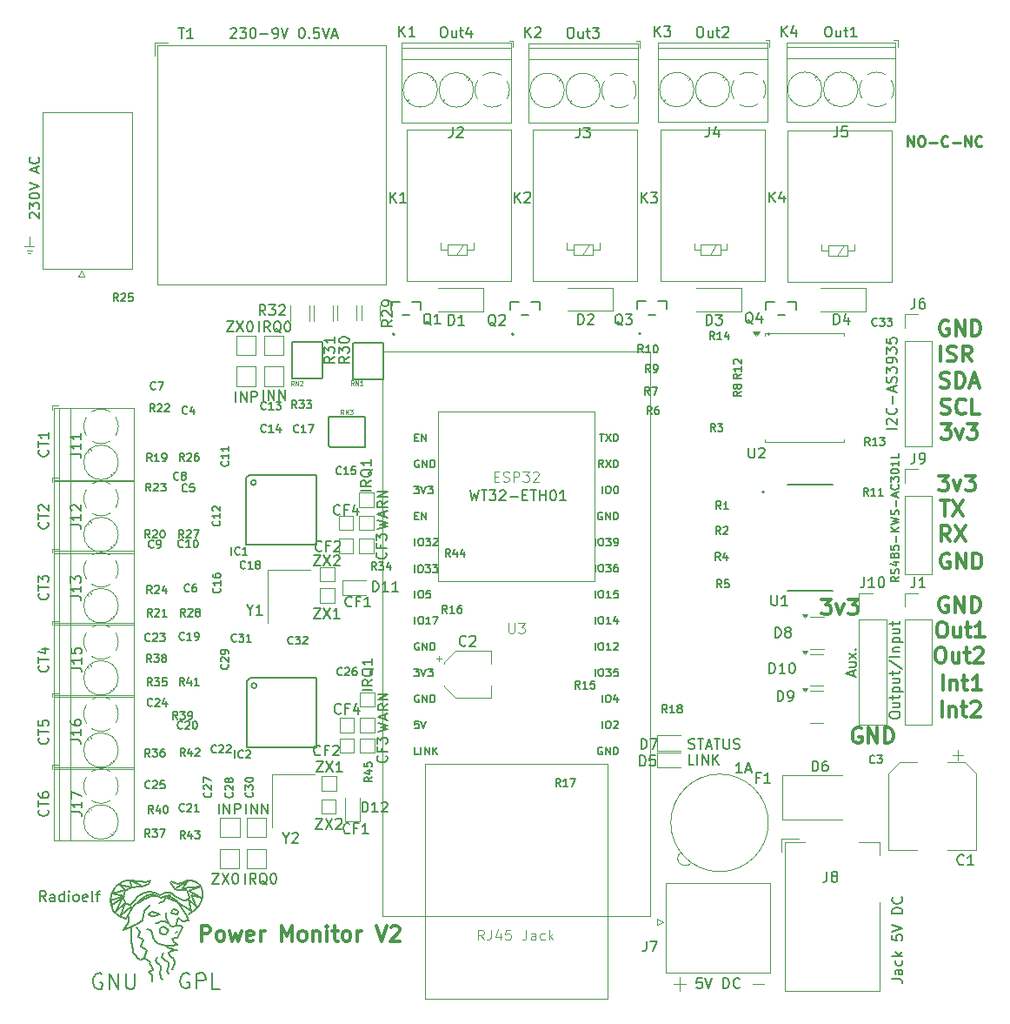
<source format=gbr>
%TF.GenerationSoftware,KiCad,Pcbnew,8.0.7-8.0.7-0~ubuntu22.04.1*%
%TF.CreationDate,2024-12-29T11:33:44+01:00*%
%TF.ProjectId,monitor_consumo,6d6f6e69-746f-4725-9f63-6f6e73756d6f,rev?*%
%TF.SameCoordinates,Original*%
%TF.FileFunction,Legend,Top*%
%TF.FilePolarity,Positive*%
%FSLAX46Y46*%
G04 Gerber Fmt 4.6, Leading zero omitted, Abs format (unit mm)*
G04 Created by KiCad (PCBNEW 8.0.7-8.0.7-0~ubuntu22.04.1) date 2024-12-29 11:33:44*
%MOMM*%
%LPD*%
G01*
G04 APERTURE LIST*
%ADD10C,0.100000*%
%ADD11C,0.300000*%
%ADD12C,0.250000*%
%ADD13C,0.152000*%
%ADD14C,0.150000*%
%ADD15C,0.043434*%
%ADD16C,0.120000*%
%ADD17C,0.127000*%
%ADD18C,0.200000*%
%ADD19C,0.203200*%
G04 APERTURE END LIST*
D10*
X104450000Y-67600000D02*
X104650000Y-67600000D01*
X104600000Y-66900000D02*
X104100000Y-66900000D01*
X167350000Y-138650000D02*
X168500000Y-138650000D01*
X167900000Y-138050000D02*
X167900000Y-139400000D01*
X104100000Y-66900000D02*
X105000000Y-66900000D01*
X175000000Y-138700000D02*
X176150000Y-138700000D01*
X104300000Y-67300000D02*
X104800000Y-67300000D01*
X104550000Y-66000000D02*
X104550000Y-66900000D01*
D11*
X194040225Y-101072257D02*
X193897368Y-101000828D01*
X193897368Y-101000828D02*
X193683082Y-101000828D01*
X193683082Y-101000828D02*
X193468796Y-101072257D01*
X193468796Y-101072257D02*
X193325939Y-101215114D01*
X193325939Y-101215114D02*
X193254510Y-101357971D01*
X193254510Y-101357971D02*
X193183082Y-101643685D01*
X193183082Y-101643685D02*
X193183082Y-101857971D01*
X193183082Y-101857971D02*
X193254510Y-102143685D01*
X193254510Y-102143685D02*
X193325939Y-102286542D01*
X193325939Y-102286542D02*
X193468796Y-102429400D01*
X193468796Y-102429400D02*
X193683082Y-102500828D01*
X193683082Y-102500828D02*
X193825939Y-102500828D01*
X193825939Y-102500828D02*
X194040225Y-102429400D01*
X194040225Y-102429400D02*
X194111653Y-102357971D01*
X194111653Y-102357971D02*
X194111653Y-101857971D01*
X194111653Y-101857971D02*
X193825939Y-101857971D01*
X194754510Y-102500828D02*
X194754510Y-101000828D01*
X194754510Y-101000828D02*
X195611653Y-102500828D01*
X195611653Y-102500828D02*
X195611653Y-101000828D01*
X196325939Y-102500828D02*
X196325939Y-101000828D01*
X196325939Y-101000828D02*
X196683082Y-101000828D01*
X196683082Y-101000828D02*
X196897368Y-101072257D01*
X196897368Y-101072257D02*
X197040225Y-101215114D01*
X197040225Y-101215114D02*
X197111654Y-101357971D01*
X197111654Y-101357971D02*
X197183082Y-101643685D01*
X197183082Y-101643685D02*
X197183082Y-101857971D01*
X197183082Y-101857971D02*
X197111654Y-102143685D01*
X197111654Y-102143685D02*
X197040225Y-102286542D01*
X197040225Y-102286542D02*
X196897368Y-102429400D01*
X196897368Y-102429400D02*
X196683082Y-102500828D01*
X196683082Y-102500828D02*
X196325939Y-102500828D01*
D12*
X190127568Y-57164619D02*
X190127568Y-56164619D01*
X190127568Y-56164619D02*
X190698996Y-57164619D01*
X190698996Y-57164619D02*
X190698996Y-56164619D01*
X191365663Y-56164619D02*
X191556139Y-56164619D01*
X191556139Y-56164619D02*
X191651377Y-56212238D01*
X191651377Y-56212238D02*
X191746615Y-56307476D01*
X191746615Y-56307476D02*
X191794234Y-56497952D01*
X191794234Y-56497952D02*
X191794234Y-56831285D01*
X191794234Y-56831285D02*
X191746615Y-57021761D01*
X191746615Y-57021761D02*
X191651377Y-57117000D01*
X191651377Y-57117000D02*
X191556139Y-57164619D01*
X191556139Y-57164619D02*
X191365663Y-57164619D01*
X191365663Y-57164619D02*
X191270425Y-57117000D01*
X191270425Y-57117000D02*
X191175187Y-57021761D01*
X191175187Y-57021761D02*
X191127568Y-56831285D01*
X191127568Y-56831285D02*
X191127568Y-56497952D01*
X191127568Y-56497952D02*
X191175187Y-56307476D01*
X191175187Y-56307476D02*
X191270425Y-56212238D01*
X191270425Y-56212238D02*
X191365663Y-56164619D01*
X192222806Y-56783666D02*
X192984711Y-56783666D01*
X194032329Y-57069380D02*
X193984710Y-57117000D01*
X193984710Y-57117000D02*
X193841853Y-57164619D01*
X193841853Y-57164619D02*
X193746615Y-57164619D01*
X193746615Y-57164619D02*
X193603758Y-57117000D01*
X193603758Y-57117000D02*
X193508520Y-57021761D01*
X193508520Y-57021761D02*
X193460901Y-56926523D01*
X193460901Y-56926523D02*
X193413282Y-56736047D01*
X193413282Y-56736047D02*
X193413282Y-56593190D01*
X193413282Y-56593190D02*
X193460901Y-56402714D01*
X193460901Y-56402714D02*
X193508520Y-56307476D01*
X193508520Y-56307476D02*
X193603758Y-56212238D01*
X193603758Y-56212238D02*
X193746615Y-56164619D01*
X193746615Y-56164619D02*
X193841853Y-56164619D01*
X193841853Y-56164619D02*
X193984710Y-56212238D01*
X193984710Y-56212238D02*
X194032329Y-56259857D01*
X194460901Y-56783666D02*
X195222806Y-56783666D01*
X195698996Y-57164619D02*
X195698996Y-56164619D01*
X195698996Y-56164619D02*
X196270424Y-57164619D01*
X196270424Y-57164619D02*
X196270424Y-56164619D01*
X197318043Y-57069380D02*
X197270424Y-57117000D01*
X197270424Y-57117000D02*
X197127567Y-57164619D01*
X197127567Y-57164619D02*
X197032329Y-57164619D01*
X197032329Y-57164619D02*
X196889472Y-57117000D01*
X196889472Y-57117000D02*
X196794234Y-57021761D01*
X196794234Y-57021761D02*
X196746615Y-56926523D01*
X196746615Y-56926523D02*
X196698996Y-56736047D01*
X196698996Y-56736047D02*
X196698996Y-56593190D01*
X196698996Y-56593190D02*
X196746615Y-56402714D01*
X196746615Y-56402714D02*
X196794234Y-56307476D01*
X196794234Y-56307476D02*
X196889472Y-56212238D01*
X196889472Y-56212238D02*
X197032329Y-56164619D01*
X197032329Y-56164619D02*
X197127567Y-56164619D01*
X197127567Y-56164619D02*
X197270424Y-56212238D01*
X197270424Y-56212238D02*
X197318043Y-56259857D01*
D11*
X194190225Y-96822257D02*
X194047368Y-96750828D01*
X194047368Y-96750828D02*
X193833082Y-96750828D01*
X193833082Y-96750828D02*
X193618796Y-96822257D01*
X193618796Y-96822257D02*
X193475939Y-96965114D01*
X193475939Y-96965114D02*
X193404510Y-97107971D01*
X193404510Y-97107971D02*
X193333082Y-97393685D01*
X193333082Y-97393685D02*
X193333082Y-97607971D01*
X193333082Y-97607971D02*
X193404510Y-97893685D01*
X193404510Y-97893685D02*
X193475939Y-98036542D01*
X193475939Y-98036542D02*
X193618796Y-98179400D01*
X193618796Y-98179400D02*
X193833082Y-98250828D01*
X193833082Y-98250828D02*
X193975939Y-98250828D01*
X193975939Y-98250828D02*
X194190225Y-98179400D01*
X194190225Y-98179400D02*
X194261653Y-98107971D01*
X194261653Y-98107971D02*
X194261653Y-97607971D01*
X194261653Y-97607971D02*
X193975939Y-97607971D01*
X194904510Y-98250828D02*
X194904510Y-96750828D01*
X194904510Y-96750828D02*
X195761653Y-98250828D01*
X195761653Y-98250828D02*
X195761653Y-96750828D01*
X196475939Y-98250828D02*
X196475939Y-96750828D01*
X196475939Y-96750828D02*
X196833082Y-96750828D01*
X196833082Y-96750828D02*
X197047368Y-96822257D01*
X197047368Y-96822257D02*
X197190225Y-96965114D01*
X197190225Y-96965114D02*
X197261654Y-97107971D01*
X197261654Y-97107971D02*
X197333082Y-97393685D01*
X197333082Y-97393685D02*
X197333082Y-97607971D01*
X197333082Y-97607971D02*
X197261654Y-97893685D01*
X197261654Y-97893685D02*
X197190225Y-98036542D01*
X197190225Y-98036542D02*
X197047368Y-98179400D01*
X197047368Y-98179400D02*
X196833082Y-98250828D01*
X196833082Y-98250828D02*
X196475939Y-98250828D01*
X194090225Y-74172257D02*
X193947368Y-74100828D01*
X193947368Y-74100828D02*
X193733082Y-74100828D01*
X193733082Y-74100828D02*
X193518796Y-74172257D01*
X193518796Y-74172257D02*
X193375939Y-74315114D01*
X193375939Y-74315114D02*
X193304510Y-74457971D01*
X193304510Y-74457971D02*
X193233082Y-74743685D01*
X193233082Y-74743685D02*
X193233082Y-74957971D01*
X193233082Y-74957971D02*
X193304510Y-75243685D01*
X193304510Y-75243685D02*
X193375939Y-75386542D01*
X193375939Y-75386542D02*
X193518796Y-75529400D01*
X193518796Y-75529400D02*
X193733082Y-75600828D01*
X193733082Y-75600828D02*
X193875939Y-75600828D01*
X193875939Y-75600828D02*
X194090225Y-75529400D01*
X194090225Y-75529400D02*
X194161653Y-75457971D01*
X194161653Y-75457971D02*
X194161653Y-74957971D01*
X194161653Y-74957971D02*
X193875939Y-74957971D01*
X194804510Y-75600828D02*
X194804510Y-74100828D01*
X194804510Y-74100828D02*
X195661653Y-75600828D01*
X195661653Y-75600828D02*
X195661653Y-74100828D01*
X196375939Y-75600828D02*
X196375939Y-74100828D01*
X196375939Y-74100828D02*
X196733082Y-74100828D01*
X196733082Y-74100828D02*
X196947368Y-74172257D01*
X196947368Y-74172257D02*
X197090225Y-74315114D01*
X197090225Y-74315114D02*
X197161654Y-74457971D01*
X197161654Y-74457971D02*
X197233082Y-74743685D01*
X197233082Y-74743685D02*
X197233082Y-74957971D01*
X197233082Y-74957971D02*
X197161654Y-75243685D01*
X197161654Y-75243685D02*
X197090225Y-75386542D01*
X197090225Y-75386542D02*
X196947368Y-75529400D01*
X196947368Y-75529400D02*
X196733082Y-75600828D01*
X196733082Y-75600828D02*
X196375939Y-75600828D01*
X193333082Y-80579400D02*
X193547368Y-80650828D01*
X193547368Y-80650828D02*
X193904510Y-80650828D01*
X193904510Y-80650828D02*
X194047368Y-80579400D01*
X194047368Y-80579400D02*
X194118796Y-80507971D01*
X194118796Y-80507971D02*
X194190225Y-80365114D01*
X194190225Y-80365114D02*
X194190225Y-80222257D01*
X194190225Y-80222257D02*
X194118796Y-80079400D01*
X194118796Y-80079400D02*
X194047368Y-80007971D01*
X194047368Y-80007971D02*
X193904510Y-79936542D01*
X193904510Y-79936542D02*
X193618796Y-79865114D01*
X193618796Y-79865114D02*
X193475939Y-79793685D01*
X193475939Y-79793685D02*
X193404510Y-79722257D01*
X193404510Y-79722257D02*
X193333082Y-79579400D01*
X193333082Y-79579400D02*
X193333082Y-79436542D01*
X193333082Y-79436542D02*
X193404510Y-79293685D01*
X193404510Y-79293685D02*
X193475939Y-79222257D01*
X193475939Y-79222257D02*
X193618796Y-79150828D01*
X193618796Y-79150828D02*
X193975939Y-79150828D01*
X193975939Y-79150828D02*
X194190225Y-79222257D01*
X194833081Y-80650828D02*
X194833081Y-79150828D01*
X194833081Y-79150828D02*
X195190224Y-79150828D01*
X195190224Y-79150828D02*
X195404510Y-79222257D01*
X195404510Y-79222257D02*
X195547367Y-79365114D01*
X195547367Y-79365114D02*
X195618796Y-79507971D01*
X195618796Y-79507971D02*
X195690224Y-79793685D01*
X195690224Y-79793685D02*
X195690224Y-80007971D01*
X195690224Y-80007971D02*
X195618796Y-80293685D01*
X195618796Y-80293685D02*
X195547367Y-80436542D01*
X195547367Y-80436542D02*
X195404510Y-80579400D01*
X195404510Y-80579400D02*
X195190224Y-80650828D01*
X195190224Y-80650828D02*
X194833081Y-80650828D01*
X196261653Y-80222257D02*
X196975939Y-80222257D01*
X196118796Y-80650828D02*
X196618796Y-79150828D01*
X196618796Y-79150828D02*
X197118796Y-80650828D01*
X193554510Y-110100828D02*
X193554510Y-108600828D01*
X194268796Y-109100828D02*
X194268796Y-110100828D01*
X194268796Y-109243685D02*
X194340225Y-109172257D01*
X194340225Y-109172257D02*
X194483082Y-109100828D01*
X194483082Y-109100828D02*
X194697368Y-109100828D01*
X194697368Y-109100828D02*
X194840225Y-109172257D01*
X194840225Y-109172257D02*
X194911654Y-109315114D01*
X194911654Y-109315114D02*
X194911654Y-110100828D01*
X195411654Y-109100828D02*
X195983082Y-109100828D01*
X195625939Y-108600828D02*
X195625939Y-109886542D01*
X195625939Y-109886542D02*
X195697368Y-110029400D01*
X195697368Y-110029400D02*
X195840225Y-110100828D01*
X195840225Y-110100828D02*
X195983082Y-110100828D01*
X197268797Y-110100828D02*
X196411654Y-110100828D01*
X196840225Y-110100828D02*
X196840225Y-108600828D01*
X196840225Y-108600828D02*
X196697368Y-108815114D01*
X196697368Y-108815114D02*
X196554511Y-108957971D01*
X196554511Y-108957971D02*
X196411654Y-109029400D01*
X193161653Y-89200828D02*
X194090225Y-89200828D01*
X194090225Y-89200828D02*
X193590225Y-89772257D01*
X193590225Y-89772257D02*
X193804510Y-89772257D01*
X193804510Y-89772257D02*
X193947368Y-89843685D01*
X193947368Y-89843685D02*
X194018796Y-89915114D01*
X194018796Y-89915114D02*
X194090225Y-90057971D01*
X194090225Y-90057971D02*
X194090225Y-90415114D01*
X194090225Y-90415114D02*
X194018796Y-90557971D01*
X194018796Y-90557971D02*
X193947368Y-90629400D01*
X193947368Y-90629400D02*
X193804510Y-90700828D01*
X193804510Y-90700828D02*
X193375939Y-90700828D01*
X193375939Y-90700828D02*
X193233082Y-90629400D01*
X193233082Y-90629400D02*
X193161653Y-90557971D01*
X194590224Y-89700828D02*
X194947367Y-90700828D01*
X194947367Y-90700828D02*
X195304510Y-89700828D01*
X195733081Y-89200828D02*
X196661653Y-89200828D01*
X196661653Y-89200828D02*
X196161653Y-89772257D01*
X196161653Y-89772257D02*
X196375938Y-89772257D01*
X196375938Y-89772257D02*
X196518796Y-89843685D01*
X196518796Y-89843685D02*
X196590224Y-89915114D01*
X196590224Y-89915114D02*
X196661653Y-90057971D01*
X196661653Y-90057971D02*
X196661653Y-90415114D01*
X196661653Y-90415114D02*
X196590224Y-90557971D01*
X196590224Y-90557971D02*
X196518796Y-90629400D01*
X196518796Y-90629400D02*
X196375938Y-90700828D01*
X196375938Y-90700828D02*
X195947367Y-90700828D01*
X195947367Y-90700828D02*
X195804510Y-90629400D01*
X195804510Y-90629400D02*
X195733081Y-90557971D01*
X185590225Y-113822257D02*
X185447368Y-113750828D01*
X185447368Y-113750828D02*
X185233082Y-113750828D01*
X185233082Y-113750828D02*
X185018796Y-113822257D01*
X185018796Y-113822257D02*
X184875939Y-113965114D01*
X184875939Y-113965114D02*
X184804510Y-114107971D01*
X184804510Y-114107971D02*
X184733082Y-114393685D01*
X184733082Y-114393685D02*
X184733082Y-114607971D01*
X184733082Y-114607971D02*
X184804510Y-114893685D01*
X184804510Y-114893685D02*
X184875939Y-115036542D01*
X184875939Y-115036542D02*
X185018796Y-115179400D01*
X185018796Y-115179400D02*
X185233082Y-115250828D01*
X185233082Y-115250828D02*
X185375939Y-115250828D01*
X185375939Y-115250828D02*
X185590225Y-115179400D01*
X185590225Y-115179400D02*
X185661653Y-115107971D01*
X185661653Y-115107971D02*
X185661653Y-114607971D01*
X185661653Y-114607971D02*
X185375939Y-114607971D01*
X186304510Y-115250828D02*
X186304510Y-113750828D01*
X186304510Y-113750828D02*
X187161653Y-115250828D01*
X187161653Y-115250828D02*
X187161653Y-113750828D01*
X187875939Y-115250828D02*
X187875939Y-113750828D01*
X187875939Y-113750828D02*
X188233082Y-113750828D01*
X188233082Y-113750828D02*
X188447368Y-113822257D01*
X188447368Y-113822257D02*
X188590225Y-113965114D01*
X188590225Y-113965114D02*
X188661654Y-114107971D01*
X188661654Y-114107971D02*
X188733082Y-114393685D01*
X188733082Y-114393685D02*
X188733082Y-114607971D01*
X188733082Y-114607971D02*
X188661654Y-114893685D01*
X188661654Y-114893685D02*
X188590225Y-115036542D01*
X188590225Y-115036542D02*
X188447368Y-115179400D01*
X188447368Y-115179400D02*
X188233082Y-115250828D01*
X188233082Y-115250828D02*
X187875939Y-115250828D01*
X193454510Y-112700828D02*
X193454510Y-111200828D01*
X194168796Y-111700828D02*
X194168796Y-112700828D01*
X194168796Y-111843685D02*
X194240225Y-111772257D01*
X194240225Y-111772257D02*
X194383082Y-111700828D01*
X194383082Y-111700828D02*
X194597368Y-111700828D01*
X194597368Y-111700828D02*
X194740225Y-111772257D01*
X194740225Y-111772257D02*
X194811654Y-111915114D01*
X194811654Y-111915114D02*
X194811654Y-112700828D01*
X195311654Y-111700828D02*
X195883082Y-111700828D01*
X195525939Y-111200828D02*
X195525939Y-112486542D01*
X195525939Y-112486542D02*
X195597368Y-112629400D01*
X195597368Y-112629400D02*
X195740225Y-112700828D01*
X195740225Y-112700828D02*
X195883082Y-112700828D01*
X196311654Y-111343685D02*
X196383082Y-111272257D01*
X196383082Y-111272257D02*
X196525940Y-111200828D01*
X196525940Y-111200828D02*
X196883082Y-111200828D01*
X196883082Y-111200828D02*
X197025940Y-111272257D01*
X197025940Y-111272257D02*
X197097368Y-111343685D01*
X197097368Y-111343685D02*
X197168797Y-111486542D01*
X197168797Y-111486542D02*
X197168797Y-111629400D01*
X197168797Y-111629400D02*
X197097368Y-111843685D01*
X197097368Y-111843685D02*
X196240225Y-112700828D01*
X196240225Y-112700828D02*
X197168797Y-112700828D01*
X121354510Y-134500828D02*
X121354510Y-133000828D01*
X121354510Y-133000828D02*
X121925939Y-133000828D01*
X121925939Y-133000828D02*
X122068796Y-133072257D01*
X122068796Y-133072257D02*
X122140225Y-133143685D01*
X122140225Y-133143685D02*
X122211653Y-133286542D01*
X122211653Y-133286542D02*
X122211653Y-133500828D01*
X122211653Y-133500828D02*
X122140225Y-133643685D01*
X122140225Y-133643685D02*
X122068796Y-133715114D01*
X122068796Y-133715114D02*
X121925939Y-133786542D01*
X121925939Y-133786542D02*
X121354510Y-133786542D01*
X123068796Y-134500828D02*
X122925939Y-134429400D01*
X122925939Y-134429400D02*
X122854510Y-134357971D01*
X122854510Y-134357971D02*
X122783082Y-134215114D01*
X122783082Y-134215114D02*
X122783082Y-133786542D01*
X122783082Y-133786542D02*
X122854510Y-133643685D01*
X122854510Y-133643685D02*
X122925939Y-133572257D01*
X122925939Y-133572257D02*
X123068796Y-133500828D01*
X123068796Y-133500828D02*
X123283082Y-133500828D01*
X123283082Y-133500828D02*
X123425939Y-133572257D01*
X123425939Y-133572257D02*
X123497368Y-133643685D01*
X123497368Y-133643685D02*
X123568796Y-133786542D01*
X123568796Y-133786542D02*
X123568796Y-134215114D01*
X123568796Y-134215114D02*
X123497368Y-134357971D01*
X123497368Y-134357971D02*
X123425939Y-134429400D01*
X123425939Y-134429400D02*
X123283082Y-134500828D01*
X123283082Y-134500828D02*
X123068796Y-134500828D01*
X124068796Y-133500828D02*
X124354511Y-134500828D01*
X124354511Y-134500828D02*
X124640225Y-133786542D01*
X124640225Y-133786542D02*
X124925939Y-134500828D01*
X124925939Y-134500828D02*
X125211653Y-133500828D01*
X126354511Y-134429400D02*
X126211654Y-134500828D01*
X126211654Y-134500828D02*
X125925940Y-134500828D01*
X125925940Y-134500828D02*
X125783082Y-134429400D01*
X125783082Y-134429400D02*
X125711654Y-134286542D01*
X125711654Y-134286542D02*
X125711654Y-133715114D01*
X125711654Y-133715114D02*
X125783082Y-133572257D01*
X125783082Y-133572257D02*
X125925940Y-133500828D01*
X125925940Y-133500828D02*
X126211654Y-133500828D01*
X126211654Y-133500828D02*
X126354511Y-133572257D01*
X126354511Y-133572257D02*
X126425940Y-133715114D01*
X126425940Y-133715114D02*
X126425940Y-133857971D01*
X126425940Y-133857971D02*
X125711654Y-134000828D01*
X127068796Y-134500828D02*
X127068796Y-133500828D01*
X127068796Y-133786542D02*
X127140225Y-133643685D01*
X127140225Y-133643685D02*
X127211654Y-133572257D01*
X127211654Y-133572257D02*
X127354511Y-133500828D01*
X127354511Y-133500828D02*
X127497368Y-133500828D01*
X129140224Y-134500828D02*
X129140224Y-133000828D01*
X129140224Y-133000828D02*
X129640224Y-134072257D01*
X129640224Y-134072257D02*
X130140224Y-133000828D01*
X130140224Y-133000828D02*
X130140224Y-134500828D01*
X131068796Y-134500828D02*
X130925939Y-134429400D01*
X130925939Y-134429400D02*
X130854510Y-134357971D01*
X130854510Y-134357971D02*
X130783082Y-134215114D01*
X130783082Y-134215114D02*
X130783082Y-133786542D01*
X130783082Y-133786542D02*
X130854510Y-133643685D01*
X130854510Y-133643685D02*
X130925939Y-133572257D01*
X130925939Y-133572257D02*
X131068796Y-133500828D01*
X131068796Y-133500828D02*
X131283082Y-133500828D01*
X131283082Y-133500828D02*
X131425939Y-133572257D01*
X131425939Y-133572257D02*
X131497368Y-133643685D01*
X131497368Y-133643685D02*
X131568796Y-133786542D01*
X131568796Y-133786542D02*
X131568796Y-134215114D01*
X131568796Y-134215114D02*
X131497368Y-134357971D01*
X131497368Y-134357971D02*
X131425939Y-134429400D01*
X131425939Y-134429400D02*
X131283082Y-134500828D01*
X131283082Y-134500828D02*
X131068796Y-134500828D01*
X132211653Y-133500828D02*
X132211653Y-134500828D01*
X132211653Y-133643685D02*
X132283082Y-133572257D01*
X132283082Y-133572257D02*
X132425939Y-133500828D01*
X132425939Y-133500828D02*
X132640225Y-133500828D01*
X132640225Y-133500828D02*
X132783082Y-133572257D01*
X132783082Y-133572257D02*
X132854511Y-133715114D01*
X132854511Y-133715114D02*
X132854511Y-134500828D01*
X133568796Y-134500828D02*
X133568796Y-133500828D01*
X133568796Y-133000828D02*
X133497368Y-133072257D01*
X133497368Y-133072257D02*
X133568796Y-133143685D01*
X133568796Y-133143685D02*
X133640225Y-133072257D01*
X133640225Y-133072257D02*
X133568796Y-133000828D01*
X133568796Y-133000828D02*
X133568796Y-133143685D01*
X134068797Y-133500828D02*
X134640225Y-133500828D01*
X134283082Y-133000828D02*
X134283082Y-134286542D01*
X134283082Y-134286542D02*
X134354511Y-134429400D01*
X134354511Y-134429400D02*
X134497368Y-134500828D01*
X134497368Y-134500828D02*
X134640225Y-134500828D01*
X135354511Y-134500828D02*
X135211654Y-134429400D01*
X135211654Y-134429400D02*
X135140225Y-134357971D01*
X135140225Y-134357971D02*
X135068797Y-134215114D01*
X135068797Y-134215114D02*
X135068797Y-133786542D01*
X135068797Y-133786542D02*
X135140225Y-133643685D01*
X135140225Y-133643685D02*
X135211654Y-133572257D01*
X135211654Y-133572257D02*
X135354511Y-133500828D01*
X135354511Y-133500828D02*
X135568797Y-133500828D01*
X135568797Y-133500828D02*
X135711654Y-133572257D01*
X135711654Y-133572257D02*
X135783083Y-133643685D01*
X135783083Y-133643685D02*
X135854511Y-133786542D01*
X135854511Y-133786542D02*
X135854511Y-134215114D01*
X135854511Y-134215114D02*
X135783083Y-134357971D01*
X135783083Y-134357971D02*
X135711654Y-134429400D01*
X135711654Y-134429400D02*
X135568797Y-134500828D01*
X135568797Y-134500828D02*
X135354511Y-134500828D01*
X136497368Y-134500828D02*
X136497368Y-133500828D01*
X136497368Y-133786542D02*
X136568797Y-133643685D01*
X136568797Y-133643685D02*
X136640226Y-133572257D01*
X136640226Y-133572257D02*
X136783083Y-133500828D01*
X136783083Y-133500828D02*
X136925940Y-133500828D01*
X138354511Y-133000828D02*
X138854511Y-134500828D01*
X138854511Y-134500828D02*
X139354511Y-133000828D01*
X139783082Y-133143685D02*
X139854510Y-133072257D01*
X139854510Y-133072257D02*
X139997368Y-133000828D01*
X139997368Y-133000828D02*
X140354510Y-133000828D01*
X140354510Y-133000828D02*
X140497368Y-133072257D01*
X140497368Y-133072257D02*
X140568796Y-133143685D01*
X140568796Y-133143685D02*
X140640225Y-133286542D01*
X140640225Y-133286542D02*
X140640225Y-133429400D01*
X140640225Y-133429400D02*
X140568796Y-133643685D01*
X140568796Y-133643685D02*
X139711653Y-134500828D01*
X139711653Y-134500828D02*
X140640225Y-134500828D01*
X193383082Y-83179400D02*
X193597368Y-83250828D01*
X193597368Y-83250828D02*
X193954510Y-83250828D01*
X193954510Y-83250828D02*
X194097368Y-83179400D01*
X194097368Y-83179400D02*
X194168796Y-83107971D01*
X194168796Y-83107971D02*
X194240225Y-82965114D01*
X194240225Y-82965114D02*
X194240225Y-82822257D01*
X194240225Y-82822257D02*
X194168796Y-82679400D01*
X194168796Y-82679400D02*
X194097368Y-82607971D01*
X194097368Y-82607971D02*
X193954510Y-82536542D01*
X193954510Y-82536542D02*
X193668796Y-82465114D01*
X193668796Y-82465114D02*
X193525939Y-82393685D01*
X193525939Y-82393685D02*
X193454510Y-82322257D01*
X193454510Y-82322257D02*
X193383082Y-82179400D01*
X193383082Y-82179400D02*
X193383082Y-82036542D01*
X193383082Y-82036542D02*
X193454510Y-81893685D01*
X193454510Y-81893685D02*
X193525939Y-81822257D01*
X193525939Y-81822257D02*
X193668796Y-81750828D01*
X193668796Y-81750828D02*
X194025939Y-81750828D01*
X194025939Y-81750828D02*
X194240225Y-81822257D01*
X195740224Y-83107971D02*
X195668796Y-83179400D01*
X195668796Y-83179400D02*
X195454510Y-83250828D01*
X195454510Y-83250828D02*
X195311653Y-83250828D01*
X195311653Y-83250828D02*
X195097367Y-83179400D01*
X195097367Y-83179400D02*
X194954510Y-83036542D01*
X194954510Y-83036542D02*
X194883081Y-82893685D01*
X194883081Y-82893685D02*
X194811653Y-82607971D01*
X194811653Y-82607971D02*
X194811653Y-82393685D01*
X194811653Y-82393685D02*
X194883081Y-82107971D01*
X194883081Y-82107971D02*
X194954510Y-81965114D01*
X194954510Y-81965114D02*
X195097367Y-81822257D01*
X195097367Y-81822257D02*
X195311653Y-81750828D01*
X195311653Y-81750828D02*
X195454510Y-81750828D01*
X195454510Y-81750828D02*
X195668796Y-81822257D01*
X195668796Y-81822257D02*
X195740224Y-81893685D01*
X197097367Y-83250828D02*
X196383081Y-83250828D01*
X196383081Y-83250828D02*
X196383081Y-81750828D01*
X194261653Y-95600828D02*
X193761653Y-94886542D01*
X193404510Y-95600828D02*
X193404510Y-94100828D01*
X193404510Y-94100828D02*
X193975939Y-94100828D01*
X193975939Y-94100828D02*
X194118796Y-94172257D01*
X194118796Y-94172257D02*
X194190225Y-94243685D01*
X194190225Y-94243685D02*
X194261653Y-94386542D01*
X194261653Y-94386542D02*
X194261653Y-94600828D01*
X194261653Y-94600828D02*
X194190225Y-94743685D01*
X194190225Y-94743685D02*
X194118796Y-94815114D01*
X194118796Y-94815114D02*
X193975939Y-94886542D01*
X193975939Y-94886542D02*
X193404510Y-94886542D01*
X194761653Y-94100828D02*
X195761653Y-95600828D01*
X195761653Y-94100828D02*
X194761653Y-95600828D01*
X193290225Y-91650828D02*
X194147368Y-91650828D01*
X193718796Y-93150828D02*
X193718796Y-91650828D01*
X194504510Y-91650828D02*
X195504510Y-93150828D01*
X195504510Y-91650828D02*
X194504510Y-93150828D01*
X193190225Y-105920828D02*
X193475939Y-105920828D01*
X193475939Y-105920828D02*
X193618796Y-105992257D01*
X193618796Y-105992257D02*
X193761653Y-106135114D01*
X193761653Y-106135114D02*
X193833082Y-106420828D01*
X193833082Y-106420828D02*
X193833082Y-106920828D01*
X193833082Y-106920828D02*
X193761653Y-107206542D01*
X193761653Y-107206542D02*
X193618796Y-107349400D01*
X193618796Y-107349400D02*
X193475939Y-107420828D01*
X193475939Y-107420828D02*
X193190225Y-107420828D01*
X193190225Y-107420828D02*
X193047368Y-107349400D01*
X193047368Y-107349400D02*
X192904510Y-107206542D01*
X192904510Y-107206542D02*
X192833082Y-106920828D01*
X192833082Y-106920828D02*
X192833082Y-106420828D01*
X192833082Y-106420828D02*
X192904510Y-106135114D01*
X192904510Y-106135114D02*
X193047368Y-105992257D01*
X193047368Y-105992257D02*
X193190225Y-105920828D01*
X195118797Y-106420828D02*
X195118797Y-107420828D01*
X194475939Y-106420828D02*
X194475939Y-107206542D01*
X194475939Y-107206542D02*
X194547368Y-107349400D01*
X194547368Y-107349400D02*
X194690225Y-107420828D01*
X194690225Y-107420828D02*
X194904511Y-107420828D01*
X194904511Y-107420828D02*
X195047368Y-107349400D01*
X195047368Y-107349400D02*
X195118797Y-107277971D01*
X195618797Y-106420828D02*
X196190225Y-106420828D01*
X195833082Y-105920828D02*
X195833082Y-107206542D01*
X195833082Y-107206542D02*
X195904511Y-107349400D01*
X195904511Y-107349400D02*
X196047368Y-107420828D01*
X196047368Y-107420828D02*
X196190225Y-107420828D01*
X196618797Y-106063685D02*
X196690225Y-105992257D01*
X196690225Y-105992257D02*
X196833083Y-105920828D01*
X196833083Y-105920828D02*
X197190225Y-105920828D01*
X197190225Y-105920828D02*
X197333083Y-105992257D01*
X197333083Y-105992257D02*
X197404511Y-106063685D01*
X197404511Y-106063685D02*
X197475940Y-106206542D01*
X197475940Y-106206542D02*
X197475940Y-106349400D01*
X197475940Y-106349400D02*
X197404511Y-106563685D01*
X197404511Y-106563685D02*
X196547368Y-107420828D01*
X196547368Y-107420828D02*
X197475940Y-107420828D01*
X193310225Y-103440828D02*
X193595939Y-103440828D01*
X193595939Y-103440828D02*
X193738796Y-103512257D01*
X193738796Y-103512257D02*
X193881653Y-103655114D01*
X193881653Y-103655114D02*
X193953082Y-103940828D01*
X193953082Y-103940828D02*
X193953082Y-104440828D01*
X193953082Y-104440828D02*
X193881653Y-104726542D01*
X193881653Y-104726542D02*
X193738796Y-104869400D01*
X193738796Y-104869400D02*
X193595939Y-104940828D01*
X193595939Y-104940828D02*
X193310225Y-104940828D01*
X193310225Y-104940828D02*
X193167368Y-104869400D01*
X193167368Y-104869400D02*
X193024510Y-104726542D01*
X193024510Y-104726542D02*
X192953082Y-104440828D01*
X192953082Y-104440828D02*
X192953082Y-103940828D01*
X192953082Y-103940828D02*
X193024510Y-103655114D01*
X193024510Y-103655114D02*
X193167368Y-103512257D01*
X193167368Y-103512257D02*
X193310225Y-103440828D01*
X195238797Y-103940828D02*
X195238797Y-104940828D01*
X194595939Y-103940828D02*
X194595939Y-104726542D01*
X194595939Y-104726542D02*
X194667368Y-104869400D01*
X194667368Y-104869400D02*
X194810225Y-104940828D01*
X194810225Y-104940828D02*
X195024511Y-104940828D01*
X195024511Y-104940828D02*
X195167368Y-104869400D01*
X195167368Y-104869400D02*
X195238797Y-104797971D01*
X195738797Y-103940828D02*
X196310225Y-103940828D01*
X195953082Y-103440828D02*
X195953082Y-104726542D01*
X195953082Y-104726542D02*
X196024511Y-104869400D01*
X196024511Y-104869400D02*
X196167368Y-104940828D01*
X196167368Y-104940828D02*
X196310225Y-104940828D01*
X197595940Y-104940828D02*
X196738797Y-104940828D01*
X197167368Y-104940828D02*
X197167368Y-103440828D01*
X197167368Y-103440828D02*
X197024511Y-103655114D01*
X197024511Y-103655114D02*
X196881654Y-103797971D01*
X196881654Y-103797971D02*
X196738797Y-103869400D01*
X193361653Y-84150828D02*
X194290225Y-84150828D01*
X194290225Y-84150828D02*
X193790225Y-84722257D01*
X193790225Y-84722257D02*
X194004510Y-84722257D01*
X194004510Y-84722257D02*
X194147368Y-84793685D01*
X194147368Y-84793685D02*
X194218796Y-84865114D01*
X194218796Y-84865114D02*
X194290225Y-85007971D01*
X194290225Y-85007971D02*
X194290225Y-85365114D01*
X194290225Y-85365114D02*
X194218796Y-85507971D01*
X194218796Y-85507971D02*
X194147368Y-85579400D01*
X194147368Y-85579400D02*
X194004510Y-85650828D01*
X194004510Y-85650828D02*
X193575939Y-85650828D01*
X193575939Y-85650828D02*
X193433082Y-85579400D01*
X193433082Y-85579400D02*
X193361653Y-85507971D01*
X194790224Y-84650828D02*
X195147367Y-85650828D01*
X195147367Y-85650828D02*
X195504510Y-84650828D01*
X195933081Y-84150828D02*
X196861653Y-84150828D01*
X196861653Y-84150828D02*
X196361653Y-84722257D01*
X196361653Y-84722257D02*
X196575938Y-84722257D01*
X196575938Y-84722257D02*
X196718796Y-84793685D01*
X196718796Y-84793685D02*
X196790224Y-84865114D01*
X196790224Y-84865114D02*
X196861653Y-85007971D01*
X196861653Y-85007971D02*
X196861653Y-85365114D01*
X196861653Y-85365114D02*
X196790224Y-85507971D01*
X196790224Y-85507971D02*
X196718796Y-85579400D01*
X196718796Y-85579400D02*
X196575938Y-85650828D01*
X196575938Y-85650828D02*
X196147367Y-85650828D01*
X196147367Y-85650828D02*
X196004510Y-85579400D01*
X196004510Y-85579400D02*
X195933081Y-85507971D01*
X181736653Y-101225828D02*
X182665225Y-101225828D01*
X182665225Y-101225828D02*
X182165225Y-101797257D01*
X182165225Y-101797257D02*
X182379510Y-101797257D01*
X182379510Y-101797257D02*
X182522368Y-101868685D01*
X182522368Y-101868685D02*
X182593796Y-101940114D01*
X182593796Y-101940114D02*
X182665225Y-102082971D01*
X182665225Y-102082971D02*
X182665225Y-102440114D01*
X182665225Y-102440114D02*
X182593796Y-102582971D01*
X182593796Y-102582971D02*
X182522368Y-102654400D01*
X182522368Y-102654400D02*
X182379510Y-102725828D01*
X182379510Y-102725828D02*
X181950939Y-102725828D01*
X181950939Y-102725828D02*
X181808082Y-102654400D01*
X181808082Y-102654400D02*
X181736653Y-102582971D01*
X183165224Y-101725828D02*
X183522367Y-102725828D01*
X183522367Y-102725828D02*
X183879510Y-101725828D01*
X184308081Y-101225828D02*
X185236653Y-101225828D01*
X185236653Y-101225828D02*
X184736653Y-101797257D01*
X184736653Y-101797257D02*
X184950938Y-101797257D01*
X184950938Y-101797257D02*
X185093796Y-101868685D01*
X185093796Y-101868685D02*
X185165224Y-101940114D01*
X185165224Y-101940114D02*
X185236653Y-102082971D01*
X185236653Y-102082971D02*
X185236653Y-102440114D01*
X185236653Y-102440114D02*
X185165224Y-102582971D01*
X185165224Y-102582971D02*
X185093796Y-102654400D01*
X185093796Y-102654400D02*
X184950938Y-102725828D01*
X184950938Y-102725828D02*
X184522367Y-102725828D01*
X184522367Y-102725828D02*
X184379510Y-102654400D01*
X184379510Y-102654400D02*
X184308081Y-102582971D01*
X193354510Y-78100828D02*
X193354510Y-76600828D01*
X193997368Y-78029400D02*
X194211654Y-78100828D01*
X194211654Y-78100828D02*
X194568796Y-78100828D01*
X194568796Y-78100828D02*
X194711654Y-78029400D01*
X194711654Y-78029400D02*
X194783082Y-77957971D01*
X194783082Y-77957971D02*
X194854511Y-77815114D01*
X194854511Y-77815114D02*
X194854511Y-77672257D01*
X194854511Y-77672257D02*
X194783082Y-77529400D01*
X194783082Y-77529400D02*
X194711654Y-77457971D01*
X194711654Y-77457971D02*
X194568796Y-77386542D01*
X194568796Y-77386542D02*
X194283082Y-77315114D01*
X194283082Y-77315114D02*
X194140225Y-77243685D01*
X194140225Y-77243685D02*
X194068796Y-77172257D01*
X194068796Y-77172257D02*
X193997368Y-77029400D01*
X193997368Y-77029400D02*
X193997368Y-76886542D01*
X193997368Y-76886542D02*
X194068796Y-76743685D01*
X194068796Y-76743685D02*
X194140225Y-76672257D01*
X194140225Y-76672257D02*
X194283082Y-76600828D01*
X194283082Y-76600828D02*
X194640225Y-76600828D01*
X194640225Y-76600828D02*
X194854511Y-76672257D01*
X196354510Y-78100828D02*
X195854510Y-77386542D01*
X195497367Y-78100828D02*
X195497367Y-76600828D01*
X195497367Y-76600828D02*
X196068796Y-76600828D01*
X196068796Y-76600828D02*
X196211653Y-76672257D01*
X196211653Y-76672257D02*
X196283082Y-76743685D01*
X196283082Y-76743685D02*
X196354510Y-76886542D01*
X196354510Y-76886542D02*
X196354510Y-77100828D01*
X196354510Y-77100828D02*
X196283082Y-77243685D01*
X196283082Y-77243685D02*
X196211653Y-77315114D01*
X196211653Y-77315114D02*
X196068796Y-77386542D01*
X196068796Y-77386542D02*
X195497367Y-77386542D01*
D13*
X123926705Y-87834761D02*
X123962896Y-87870952D01*
X123962896Y-87870952D02*
X123999086Y-87979523D01*
X123999086Y-87979523D02*
X123999086Y-88051904D01*
X123999086Y-88051904D02*
X123962896Y-88160476D01*
X123962896Y-88160476D02*
X123890515Y-88232857D01*
X123890515Y-88232857D02*
X123818134Y-88269047D01*
X123818134Y-88269047D02*
X123673372Y-88305238D01*
X123673372Y-88305238D02*
X123564800Y-88305238D01*
X123564800Y-88305238D02*
X123420038Y-88269047D01*
X123420038Y-88269047D02*
X123347657Y-88232857D01*
X123347657Y-88232857D02*
X123275276Y-88160476D01*
X123275276Y-88160476D02*
X123239086Y-88051904D01*
X123239086Y-88051904D02*
X123239086Y-87979523D01*
X123239086Y-87979523D02*
X123275276Y-87870952D01*
X123275276Y-87870952D02*
X123311467Y-87834761D01*
X123999086Y-87110952D02*
X123999086Y-87545238D01*
X123999086Y-87328095D02*
X123239086Y-87328095D01*
X123239086Y-87328095D02*
X123347657Y-87400476D01*
X123347657Y-87400476D02*
X123420038Y-87472857D01*
X123420038Y-87472857D02*
X123456229Y-87545238D01*
X123999086Y-86387142D02*
X123999086Y-86821428D01*
X123999086Y-86604285D02*
X123239086Y-86604285D01*
X123239086Y-86604285D02*
X123347657Y-86676666D01*
X123347657Y-86676666D02*
X123420038Y-86749047D01*
X123420038Y-86749047D02*
X123456229Y-86821428D01*
X116656428Y-96176705D02*
X116620237Y-96212896D01*
X116620237Y-96212896D02*
X116511666Y-96249086D01*
X116511666Y-96249086D02*
X116439285Y-96249086D01*
X116439285Y-96249086D02*
X116330713Y-96212896D01*
X116330713Y-96212896D02*
X116258332Y-96140515D01*
X116258332Y-96140515D02*
X116222142Y-96068134D01*
X116222142Y-96068134D02*
X116185951Y-95923372D01*
X116185951Y-95923372D02*
X116185951Y-95814800D01*
X116185951Y-95814800D02*
X116222142Y-95670038D01*
X116222142Y-95670038D02*
X116258332Y-95597657D01*
X116258332Y-95597657D02*
X116330713Y-95525276D01*
X116330713Y-95525276D02*
X116439285Y-95489086D01*
X116439285Y-95489086D02*
X116511666Y-95489086D01*
X116511666Y-95489086D02*
X116620237Y-95525276D01*
X116620237Y-95525276D02*
X116656428Y-95561467D01*
X117018332Y-96249086D02*
X117163094Y-96249086D01*
X117163094Y-96249086D02*
X117235475Y-96212896D01*
X117235475Y-96212896D02*
X117271666Y-96176705D01*
X117271666Y-96176705D02*
X117344047Y-96068134D01*
X117344047Y-96068134D02*
X117380237Y-95923372D01*
X117380237Y-95923372D02*
X117380237Y-95633848D01*
X117380237Y-95633848D02*
X117344047Y-95561467D01*
X117344047Y-95561467D02*
X117307856Y-95525276D01*
X117307856Y-95525276D02*
X117235475Y-95489086D01*
X117235475Y-95489086D02*
X117090713Y-95489086D01*
X117090713Y-95489086D02*
X117018332Y-95525276D01*
X117018332Y-95525276D02*
X116982142Y-95561467D01*
X116982142Y-95561467D02*
X116945951Y-95633848D01*
X116945951Y-95633848D02*
X116945951Y-95814800D01*
X116945951Y-95814800D02*
X116982142Y-95887181D01*
X116982142Y-95887181D02*
X117018332Y-95923372D01*
X117018332Y-95923372D02*
X117090713Y-95959562D01*
X117090713Y-95959562D02*
X117235475Y-95959562D01*
X117235475Y-95959562D02*
X117307856Y-95923372D01*
X117307856Y-95923372D02*
X117344047Y-95887181D01*
X117344047Y-95887181D02*
X117380237Y-95814800D01*
X124715238Y-105301705D02*
X124679047Y-105337896D01*
X124679047Y-105337896D02*
X124570476Y-105374086D01*
X124570476Y-105374086D02*
X124498095Y-105374086D01*
X124498095Y-105374086D02*
X124389523Y-105337896D01*
X124389523Y-105337896D02*
X124317142Y-105265515D01*
X124317142Y-105265515D02*
X124280952Y-105193134D01*
X124280952Y-105193134D02*
X124244761Y-105048372D01*
X124244761Y-105048372D02*
X124244761Y-104939800D01*
X124244761Y-104939800D02*
X124280952Y-104795038D01*
X124280952Y-104795038D02*
X124317142Y-104722657D01*
X124317142Y-104722657D02*
X124389523Y-104650276D01*
X124389523Y-104650276D02*
X124498095Y-104614086D01*
X124498095Y-104614086D02*
X124570476Y-104614086D01*
X124570476Y-104614086D02*
X124679047Y-104650276D01*
X124679047Y-104650276D02*
X124715238Y-104686467D01*
X124968571Y-104614086D02*
X125439047Y-104614086D01*
X125439047Y-104614086D02*
X125185714Y-104903610D01*
X125185714Y-104903610D02*
X125294285Y-104903610D01*
X125294285Y-104903610D02*
X125366666Y-104939800D01*
X125366666Y-104939800D02*
X125402857Y-104975991D01*
X125402857Y-104975991D02*
X125439047Y-105048372D01*
X125439047Y-105048372D02*
X125439047Y-105229324D01*
X125439047Y-105229324D02*
X125402857Y-105301705D01*
X125402857Y-105301705D02*
X125366666Y-105337896D01*
X125366666Y-105337896D02*
X125294285Y-105374086D01*
X125294285Y-105374086D02*
X125077142Y-105374086D01*
X125077142Y-105374086D02*
X125004761Y-105337896D01*
X125004761Y-105337896D02*
X124968571Y-105301705D01*
X126162857Y-105374086D02*
X125728571Y-105374086D01*
X125945714Y-105374086D02*
X125945714Y-104614086D01*
X125945714Y-104614086D02*
X125873333Y-104722657D01*
X125873333Y-104722657D02*
X125800952Y-104795038D01*
X125800952Y-104795038D02*
X125728571Y-104831229D01*
X171881428Y-94949086D02*
X171628094Y-94587181D01*
X171447142Y-94949086D02*
X171447142Y-94189086D01*
X171447142Y-94189086D02*
X171736666Y-94189086D01*
X171736666Y-94189086D02*
X171809047Y-94225276D01*
X171809047Y-94225276D02*
X171845237Y-94261467D01*
X171845237Y-94261467D02*
X171881428Y-94333848D01*
X171881428Y-94333848D02*
X171881428Y-94442419D01*
X171881428Y-94442419D02*
X171845237Y-94514800D01*
X171845237Y-94514800D02*
X171809047Y-94550991D01*
X171809047Y-94550991D02*
X171736666Y-94587181D01*
X171736666Y-94587181D02*
X171447142Y-94587181D01*
X172170951Y-94261467D02*
X172207142Y-94225276D01*
X172207142Y-94225276D02*
X172279523Y-94189086D01*
X172279523Y-94189086D02*
X172460475Y-94189086D01*
X172460475Y-94189086D02*
X172532856Y-94225276D01*
X172532856Y-94225276D02*
X172569047Y-94261467D01*
X172569047Y-94261467D02*
X172605237Y-94333848D01*
X172605237Y-94333848D02*
X172605237Y-94406229D01*
X172605237Y-94406229D02*
X172569047Y-94514800D01*
X172569047Y-94514800D02*
X172134761Y-94949086D01*
X172134761Y-94949086D02*
X172605237Y-94949086D01*
D14*
X190816666Y-87024819D02*
X190816666Y-87739104D01*
X190816666Y-87739104D02*
X190769047Y-87881961D01*
X190769047Y-87881961D02*
X190673809Y-87977200D01*
X190673809Y-87977200D02*
X190530952Y-88024819D01*
X190530952Y-88024819D02*
X190435714Y-88024819D01*
X191340476Y-88024819D02*
X191530952Y-88024819D01*
X191530952Y-88024819D02*
X191626190Y-87977200D01*
X191626190Y-87977200D02*
X191673809Y-87929580D01*
X191673809Y-87929580D02*
X191769047Y-87786723D01*
X191769047Y-87786723D02*
X191816666Y-87596247D01*
X191816666Y-87596247D02*
X191816666Y-87215295D01*
X191816666Y-87215295D02*
X191769047Y-87120057D01*
X191769047Y-87120057D02*
X191721428Y-87072438D01*
X191721428Y-87072438D02*
X191626190Y-87024819D01*
X191626190Y-87024819D02*
X191435714Y-87024819D01*
X191435714Y-87024819D02*
X191340476Y-87072438D01*
X191340476Y-87072438D02*
X191292857Y-87120057D01*
X191292857Y-87120057D02*
X191245238Y-87215295D01*
X191245238Y-87215295D02*
X191245238Y-87453390D01*
X191245238Y-87453390D02*
X191292857Y-87548628D01*
X191292857Y-87548628D02*
X191340476Y-87596247D01*
X191340476Y-87596247D02*
X191435714Y-87643866D01*
X191435714Y-87643866D02*
X191626190Y-87643866D01*
X191626190Y-87643866D02*
X191721428Y-87596247D01*
X191721428Y-87596247D02*
X191769047Y-87548628D01*
X191769047Y-87548628D02*
X191816666Y-87453390D01*
X189262295Y-99064285D02*
X188881342Y-99330952D01*
X189262295Y-99521428D02*
X188462295Y-99521428D01*
X188462295Y-99521428D02*
X188462295Y-99216666D01*
X188462295Y-99216666D02*
X188500390Y-99140476D01*
X188500390Y-99140476D02*
X188538485Y-99102381D01*
X188538485Y-99102381D02*
X188614676Y-99064285D01*
X188614676Y-99064285D02*
X188728961Y-99064285D01*
X188728961Y-99064285D02*
X188805152Y-99102381D01*
X188805152Y-99102381D02*
X188843247Y-99140476D01*
X188843247Y-99140476D02*
X188881342Y-99216666D01*
X188881342Y-99216666D02*
X188881342Y-99521428D01*
X189224200Y-98759524D02*
X189262295Y-98645238D01*
X189262295Y-98645238D02*
X189262295Y-98454762D01*
X189262295Y-98454762D02*
X189224200Y-98378571D01*
X189224200Y-98378571D02*
X189186104Y-98340476D01*
X189186104Y-98340476D02*
X189109914Y-98302381D01*
X189109914Y-98302381D02*
X189033723Y-98302381D01*
X189033723Y-98302381D02*
X188957533Y-98340476D01*
X188957533Y-98340476D02*
X188919438Y-98378571D01*
X188919438Y-98378571D02*
X188881342Y-98454762D01*
X188881342Y-98454762D02*
X188843247Y-98607143D01*
X188843247Y-98607143D02*
X188805152Y-98683333D01*
X188805152Y-98683333D02*
X188767057Y-98721428D01*
X188767057Y-98721428D02*
X188690866Y-98759524D01*
X188690866Y-98759524D02*
X188614676Y-98759524D01*
X188614676Y-98759524D02*
X188538485Y-98721428D01*
X188538485Y-98721428D02*
X188500390Y-98683333D01*
X188500390Y-98683333D02*
X188462295Y-98607143D01*
X188462295Y-98607143D02*
X188462295Y-98416666D01*
X188462295Y-98416666D02*
X188500390Y-98302381D01*
X188728961Y-97616666D02*
X189262295Y-97616666D01*
X188424200Y-97807142D02*
X188995628Y-97997619D01*
X188995628Y-97997619D02*
X188995628Y-97502380D01*
X188805152Y-97083333D02*
X188767057Y-97159523D01*
X188767057Y-97159523D02*
X188728961Y-97197618D01*
X188728961Y-97197618D02*
X188652771Y-97235714D01*
X188652771Y-97235714D02*
X188614676Y-97235714D01*
X188614676Y-97235714D02*
X188538485Y-97197618D01*
X188538485Y-97197618D02*
X188500390Y-97159523D01*
X188500390Y-97159523D02*
X188462295Y-97083333D01*
X188462295Y-97083333D02*
X188462295Y-96930952D01*
X188462295Y-96930952D02*
X188500390Y-96854761D01*
X188500390Y-96854761D02*
X188538485Y-96816666D01*
X188538485Y-96816666D02*
X188614676Y-96778571D01*
X188614676Y-96778571D02*
X188652771Y-96778571D01*
X188652771Y-96778571D02*
X188728961Y-96816666D01*
X188728961Y-96816666D02*
X188767057Y-96854761D01*
X188767057Y-96854761D02*
X188805152Y-96930952D01*
X188805152Y-96930952D02*
X188805152Y-97083333D01*
X188805152Y-97083333D02*
X188843247Y-97159523D01*
X188843247Y-97159523D02*
X188881342Y-97197618D01*
X188881342Y-97197618D02*
X188957533Y-97235714D01*
X188957533Y-97235714D02*
X189109914Y-97235714D01*
X189109914Y-97235714D02*
X189186104Y-97197618D01*
X189186104Y-97197618D02*
X189224200Y-97159523D01*
X189224200Y-97159523D02*
X189262295Y-97083333D01*
X189262295Y-97083333D02*
X189262295Y-96930952D01*
X189262295Y-96930952D02*
X189224200Y-96854761D01*
X189224200Y-96854761D02*
X189186104Y-96816666D01*
X189186104Y-96816666D02*
X189109914Y-96778571D01*
X189109914Y-96778571D02*
X188957533Y-96778571D01*
X188957533Y-96778571D02*
X188881342Y-96816666D01*
X188881342Y-96816666D02*
X188843247Y-96854761D01*
X188843247Y-96854761D02*
X188805152Y-96930952D01*
X188462295Y-96054761D02*
X188462295Y-96435713D01*
X188462295Y-96435713D02*
X188843247Y-96473809D01*
X188843247Y-96473809D02*
X188805152Y-96435713D01*
X188805152Y-96435713D02*
X188767057Y-96359523D01*
X188767057Y-96359523D02*
X188767057Y-96169047D01*
X188767057Y-96169047D02*
X188805152Y-96092856D01*
X188805152Y-96092856D02*
X188843247Y-96054761D01*
X188843247Y-96054761D02*
X188919438Y-96016666D01*
X188919438Y-96016666D02*
X189109914Y-96016666D01*
X189109914Y-96016666D02*
X189186104Y-96054761D01*
X189186104Y-96054761D02*
X189224200Y-96092856D01*
X189224200Y-96092856D02*
X189262295Y-96169047D01*
X189262295Y-96169047D02*
X189262295Y-96359523D01*
X189262295Y-96359523D02*
X189224200Y-96435713D01*
X189224200Y-96435713D02*
X189186104Y-96473809D01*
X188957533Y-95673808D02*
X188957533Y-95064285D01*
X189262295Y-94683332D02*
X188462295Y-94683332D01*
X189262295Y-94226189D02*
X188805152Y-94569047D01*
X188462295Y-94226189D02*
X188919438Y-94683332D01*
X188462295Y-93959523D02*
X189262295Y-93769047D01*
X189262295Y-93769047D02*
X188690866Y-93616666D01*
X188690866Y-93616666D02*
X189262295Y-93464285D01*
X189262295Y-93464285D02*
X188462295Y-93273809D01*
X189224200Y-93007142D02*
X189262295Y-92892856D01*
X189262295Y-92892856D02*
X189262295Y-92702380D01*
X189262295Y-92702380D02*
X189224200Y-92626189D01*
X189224200Y-92626189D02*
X189186104Y-92588094D01*
X189186104Y-92588094D02*
X189109914Y-92549999D01*
X189109914Y-92549999D02*
X189033723Y-92549999D01*
X189033723Y-92549999D02*
X188957533Y-92588094D01*
X188957533Y-92588094D02*
X188919438Y-92626189D01*
X188919438Y-92626189D02*
X188881342Y-92702380D01*
X188881342Y-92702380D02*
X188843247Y-92854761D01*
X188843247Y-92854761D02*
X188805152Y-92930951D01*
X188805152Y-92930951D02*
X188767057Y-92969046D01*
X188767057Y-92969046D02*
X188690866Y-93007142D01*
X188690866Y-93007142D02*
X188614676Y-93007142D01*
X188614676Y-93007142D02*
X188538485Y-92969046D01*
X188538485Y-92969046D02*
X188500390Y-92930951D01*
X188500390Y-92930951D02*
X188462295Y-92854761D01*
X188462295Y-92854761D02*
X188462295Y-92664284D01*
X188462295Y-92664284D02*
X188500390Y-92549999D01*
X188957533Y-92207141D02*
X188957533Y-91597618D01*
X189033723Y-91254761D02*
X189033723Y-90873808D01*
X189262295Y-91330951D02*
X188462295Y-91064284D01*
X188462295Y-91064284D02*
X189262295Y-90797618D01*
X189186104Y-90073808D02*
X189224200Y-90111904D01*
X189224200Y-90111904D02*
X189262295Y-90226189D01*
X189262295Y-90226189D02*
X189262295Y-90302380D01*
X189262295Y-90302380D02*
X189224200Y-90416666D01*
X189224200Y-90416666D02*
X189148009Y-90492856D01*
X189148009Y-90492856D02*
X189071819Y-90530951D01*
X189071819Y-90530951D02*
X188919438Y-90569047D01*
X188919438Y-90569047D02*
X188805152Y-90569047D01*
X188805152Y-90569047D02*
X188652771Y-90530951D01*
X188652771Y-90530951D02*
X188576580Y-90492856D01*
X188576580Y-90492856D02*
X188500390Y-90416666D01*
X188500390Y-90416666D02*
X188462295Y-90302380D01*
X188462295Y-90302380D02*
X188462295Y-90226189D01*
X188462295Y-90226189D02*
X188500390Y-90111904D01*
X188500390Y-90111904D02*
X188538485Y-90073808D01*
X188462295Y-89807142D02*
X188462295Y-89311904D01*
X188462295Y-89311904D02*
X188767057Y-89578570D01*
X188767057Y-89578570D02*
X188767057Y-89464285D01*
X188767057Y-89464285D02*
X188805152Y-89388094D01*
X188805152Y-89388094D02*
X188843247Y-89349999D01*
X188843247Y-89349999D02*
X188919438Y-89311904D01*
X188919438Y-89311904D02*
X189109914Y-89311904D01*
X189109914Y-89311904D02*
X189186104Y-89349999D01*
X189186104Y-89349999D02*
X189224200Y-89388094D01*
X189224200Y-89388094D02*
X189262295Y-89464285D01*
X189262295Y-89464285D02*
X189262295Y-89692856D01*
X189262295Y-89692856D02*
X189224200Y-89769047D01*
X189224200Y-89769047D02*
X189186104Y-89807142D01*
X188462295Y-88816665D02*
X188462295Y-88740475D01*
X188462295Y-88740475D02*
X188500390Y-88664284D01*
X188500390Y-88664284D02*
X188538485Y-88626189D01*
X188538485Y-88626189D02*
X188614676Y-88588094D01*
X188614676Y-88588094D02*
X188767057Y-88549999D01*
X188767057Y-88549999D02*
X188957533Y-88549999D01*
X188957533Y-88549999D02*
X189109914Y-88588094D01*
X189109914Y-88588094D02*
X189186104Y-88626189D01*
X189186104Y-88626189D02*
X189224200Y-88664284D01*
X189224200Y-88664284D02*
X189262295Y-88740475D01*
X189262295Y-88740475D02*
X189262295Y-88816665D01*
X189262295Y-88816665D02*
X189224200Y-88892856D01*
X189224200Y-88892856D02*
X189186104Y-88930951D01*
X189186104Y-88930951D02*
X189109914Y-88969046D01*
X189109914Y-88969046D02*
X188957533Y-89007142D01*
X188957533Y-89007142D02*
X188767057Y-89007142D01*
X188767057Y-89007142D02*
X188614676Y-88969046D01*
X188614676Y-88969046D02*
X188538485Y-88930951D01*
X188538485Y-88930951D02*
X188500390Y-88892856D01*
X188500390Y-88892856D02*
X188462295Y-88816665D01*
X189262295Y-87788094D02*
X189262295Y-88245237D01*
X189262295Y-88016665D02*
X188462295Y-88016665D01*
X188462295Y-88016665D02*
X188576580Y-88092856D01*
X188576580Y-88092856D02*
X188652771Y-88169046D01*
X188652771Y-88169046D02*
X188690866Y-88245237D01*
X189262295Y-87064284D02*
X189262295Y-87445236D01*
X189262295Y-87445236D02*
X188462295Y-87445236D01*
X108629819Y-107934523D02*
X109344104Y-107934523D01*
X109344104Y-107934523D02*
X109486961Y-107982142D01*
X109486961Y-107982142D02*
X109582200Y-108077380D01*
X109582200Y-108077380D02*
X109629819Y-108220237D01*
X109629819Y-108220237D02*
X109629819Y-108315475D01*
X109629819Y-106934523D02*
X109629819Y-107505951D01*
X109629819Y-107220237D02*
X108629819Y-107220237D01*
X108629819Y-107220237D02*
X108772676Y-107315475D01*
X108772676Y-107315475D02*
X108867914Y-107410713D01*
X108867914Y-107410713D02*
X108915533Y-107505951D01*
X108629819Y-106029761D02*
X108629819Y-106505951D01*
X108629819Y-106505951D02*
X109106009Y-106553570D01*
X109106009Y-106553570D02*
X109058390Y-106505951D01*
X109058390Y-106505951D02*
X109010771Y-106410713D01*
X109010771Y-106410713D02*
X109010771Y-106172618D01*
X109010771Y-106172618D02*
X109058390Y-106077380D01*
X109058390Y-106077380D02*
X109106009Y-106029761D01*
X109106009Y-106029761D02*
X109201247Y-105982142D01*
X109201247Y-105982142D02*
X109439342Y-105982142D01*
X109439342Y-105982142D02*
X109534580Y-106029761D01*
X109534580Y-106029761D02*
X109582200Y-106077380D01*
X109582200Y-106077380D02*
X109629819Y-106172618D01*
X109629819Y-106172618D02*
X109629819Y-106410713D01*
X109629819Y-106410713D02*
X109582200Y-106505951D01*
X109582200Y-106505951D02*
X109534580Y-106553570D01*
X106349580Y-107697619D02*
X106397200Y-107745238D01*
X106397200Y-107745238D02*
X106444819Y-107888095D01*
X106444819Y-107888095D02*
X106444819Y-107983333D01*
X106444819Y-107983333D02*
X106397200Y-108126190D01*
X106397200Y-108126190D02*
X106301961Y-108221428D01*
X106301961Y-108221428D02*
X106206723Y-108269047D01*
X106206723Y-108269047D02*
X106016247Y-108316666D01*
X106016247Y-108316666D02*
X105873390Y-108316666D01*
X105873390Y-108316666D02*
X105682914Y-108269047D01*
X105682914Y-108269047D02*
X105587676Y-108221428D01*
X105587676Y-108221428D02*
X105492438Y-108126190D01*
X105492438Y-108126190D02*
X105444819Y-107983333D01*
X105444819Y-107983333D02*
X105444819Y-107888095D01*
X105444819Y-107888095D02*
X105492438Y-107745238D01*
X105492438Y-107745238D02*
X105540057Y-107697619D01*
X105444819Y-107411904D02*
X105444819Y-106840476D01*
X106444819Y-107126190D02*
X105444819Y-107126190D01*
X105778152Y-106078571D02*
X106444819Y-106078571D01*
X105397200Y-106316666D02*
X106111485Y-106554761D01*
X106111485Y-106554761D02*
X106111485Y-105935714D01*
D15*
X130330013Y-80434586D02*
X130185233Y-80227758D01*
X130081819Y-80434586D02*
X130081819Y-80000246D01*
X130081819Y-80000246D02*
X130247282Y-80000246D01*
X130247282Y-80000246D02*
X130288647Y-80020929D01*
X130288647Y-80020929D02*
X130309330Y-80041612D01*
X130309330Y-80041612D02*
X130330013Y-80082978D01*
X130330013Y-80082978D02*
X130330013Y-80145026D01*
X130330013Y-80145026D02*
X130309330Y-80186392D01*
X130309330Y-80186392D02*
X130288647Y-80207075D01*
X130288647Y-80207075D02*
X130247282Y-80227758D01*
X130247282Y-80227758D02*
X130081819Y-80227758D01*
X130516159Y-80434586D02*
X130516159Y-80000246D01*
X130516159Y-80000246D02*
X130764353Y-80434586D01*
X130764353Y-80434586D02*
X130764353Y-80000246D01*
X130950499Y-80041612D02*
X130971182Y-80020929D01*
X130971182Y-80020929D02*
X131012548Y-80000246D01*
X131012548Y-80000246D02*
X131115962Y-80000246D01*
X131115962Y-80000246D02*
X131157328Y-80020929D01*
X131157328Y-80020929D02*
X131178010Y-80041612D01*
X131178010Y-80041612D02*
X131198693Y-80082978D01*
X131198693Y-80082978D02*
X131198693Y-80124344D01*
X131198693Y-80124344D02*
X131178010Y-80186392D01*
X131178010Y-80186392D02*
X130929816Y-80434586D01*
X130929816Y-80434586D02*
X131198693Y-80434586D01*
D13*
X113215238Y-72249086D02*
X112961904Y-71887181D01*
X112780952Y-72249086D02*
X112780952Y-71489086D01*
X112780952Y-71489086D02*
X113070476Y-71489086D01*
X113070476Y-71489086D02*
X113142857Y-71525276D01*
X113142857Y-71525276D02*
X113179047Y-71561467D01*
X113179047Y-71561467D02*
X113215238Y-71633848D01*
X113215238Y-71633848D02*
X113215238Y-71742419D01*
X113215238Y-71742419D02*
X113179047Y-71814800D01*
X113179047Y-71814800D02*
X113142857Y-71850991D01*
X113142857Y-71850991D02*
X113070476Y-71887181D01*
X113070476Y-71887181D02*
X112780952Y-71887181D01*
X113504761Y-71561467D02*
X113540952Y-71525276D01*
X113540952Y-71525276D02*
X113613333Y-71489086D01*
X113613333Y-71489086D02*
X113794285Y-71489086D01*
X113794285Y-71489086D02*
X113866666Y-71525276D01*
X113866666Y-71525276D02*
X113902857Y-71561467D01*
X113902857Y-71561467D02*
X113939047Y-71633848D01*
X113939047Y-71633848D02*
X113939047Y-71706229D01*
X113939047Y-71706229D02*
X113902857Y-71814800D01*
X113902857Y-71814800D02*
X113468571Y-72249086D01*
X113468571Y-72249086D02*
X113939047Y-72249086D01*
X114626667Y-71489086D02*
X114264762Y-71489086D01*
X114264762Y-71489086D02*
X114228571Y-71850991D01*
X114228571Y-71850991D02*
X114264762Y-71814800D01*
X114264762Y-71814800D02*
X114337143Y-71778610D01*
X114337143Y-71778610D02*
X114518095Y-71778610D01*
X114518095Y-71778610D02*
X114590476Y-71814800D01*
X114590476Y-71814800D02*
X114626667Y-71850991D01*
X114626667Y-71850991D02*
X114662857Y-71923372D01*
X114662857Y-71923372D02*
X114662857Y-72104324D01*
X114662857Y-72104324D02*
X114626667Y-72176705D01*
X114626667Y-72176705D02*
X114590476Y-72212896D01*
X114590476Y-72212896D02*
X114518095Y-72249086D01*
X114518095Y-72249086D02*
X114337143Y-72249086D01*
X114337143Y-72249086D02*
X114264762Y-72212896D01*
X114264762Y-72212896D02*
X114228571Y-72176705D01*
D14*
X175691666Y-118581009D02*
X175358333Y-118581009D01*
X175358333Y-119104819D02*
X175358333Y-118104819D01*
X175358333Y-118104819D02*
X175834523Y-118104819D01*
X176739285Y-119104819D02*
X176167857Y-119104819D01*
X176453571Y-119104819D02*
X176453571Y-118104819D01*
X176453571Y-118104819D02*
X176358333Y-118247676D01*
X176358333Y-118247676D02*
X176263095Y-118342914D01*
X176263095Y-118342914D02*
X176167857Y-118390533D01*
X173982142Y-118129819D02*
X173410714Y-118129819D01*
X173696428Y-118129819D02*
X173696428Y-117129819D01*
X173696428Y-117129819D02*
X173601190Y-117272676D01*
X173601190Y-117272676D02*
X173505952Y-117367914D01*
X173505952Y-117367914D02*
X173410714Y-117415533D01*
X174363095Y-117844104D02*
X174839285Y-117844104D01*
X174267857Y-118129819D02*
X174601190Y-117129819D01*
X174601190Y-117129819D02*
X174934523Y-118129819D01*
X138010714Y-100479819D02*
X138010714Y-99479819D01*
X138010714Y-99479819D02*
X138248809Y-99479819D01*
X138248809Y-99479819D02*
X138391666Y-99527438D01*
X138391666Y-99527438D02*
X138486904Y-99622676D01*
X138486904Y-99622676D02*
X138534523Y-99717914D01*
X138534523Y-99717914D02*
X138582142Y-99908390D01*
X138582142Y-99908390D02*
X138582142Y-100051247D01*
X138582142Y-100051247D02*
X138534523Y-100241723D01*
X138534523Y-100241723D02*
X138486904Y-100336961D01*
X138486904Y-100336961D02*
X138391666Y-100432200D01*
X138391666Y-100432200D02*
X138248809Y-100479819D01*
X138248809Y-100479819D02*
X138010714Y-100479819D01*
X139534523Y-100479819D02*
X138963095Y-100479819D01*
X139248809Y-100479819D02*
X139248809Y-99479819D01*
X139248809Y-99479819D02*
X139153571Y-99622676D01*
X139153571Y-99622676D02*
X139058333Y-99717914D01*
X139058333Y-99717914D02*
X138963095Y-99765533D01*
X140486904Y-100479819D02*
X139915476Y-100479819D01*
X140201190Y-100479819D02*
X140201190Y-99479819D01*
X140201190Y-99479819D02*
X140105952Y-99622676D01*
X140105952Y-99622676D02*
X140010714Y-99717914D01*
X140010714Y-99717914D02*
X139915476Y-99765533D01*
X135979761Y-101889580D02*
X135932142Y-101937200D01*
X135932142Y-101937200D02*
X135789285Y-101984819D01*
X135789285Y-101984819D02*
X135694047Y-101984819D01*
X135694047Y-101984819D02*
X135551190Y-101937200D01*
X135551190Y-101937200D02*
X135455952Y-101841961D01*
X135455952Y-101841961D02*
X135408333Y-101746723D01*
X135408333Y-101746723D02*
X135360714Y-101556247D01*
X135360714Y-101556247D02*
X135360714Y-101413390D01*
X135360714Y-101413390D02*
X135408333Y-101222914D01*
X135408333Y-101222914D02*
X135455952Y-101127676D01*
X135455952Y-101127676D02*
X135551190Y-101032438D01*
X135551190Y-101032438D02*
X135694047Y-100984819D01*
X135694047Y-100984819D02*
X135789285Y-100984819D01*
X135789285Y-100984819D02*
X135932142Y-101032438D01*
X135932142Y-101032438D02*
X135979761Y-101080057D01*
X136741666Y-101461009D02*
X136408333Y-101461009D01*
X136408333Y-101984819D02*
X136408333Y-100984819D01*
X136408333Y-100984819D02*
X136884523Y-100984819D01*
X137789285Y-101984819D02*
X137217857Y-101984819D01*
X137503571Y-101984819D02*
X137503571Y-100984819D01*
X137503571Y-100984819D02*
X137408333Y-101127676D01*
X137408333Y-101127676D02*
X137313095Y-101222914D01*
X137313095Y-101222914D02*
X137217857Y-101270533D01*
X108604819Y-87084523D02*
X109319104Y-87084523D01*
X109319104Y-87084523D02*
X109461961Y-87132142D01*
X109461961Y-87132142D02*
X109557200Y-87227380D01*
X109557200Y-87227380D02*
X109604819Y-87370237D01*
X109604819Y-87370237D02*
X109604819Y-87465475D01*
X109604819Y-86084523D02*
X109604819Y-86655951D01*
X109604819Y-86370237D02*
X108604819Y-86370237D01*
X108604819Y-86370237D02*
X108747676Y-86465475D01*
X108747676Y-86465475D02*
X108842914Y-86560713D01*
X108842914Y-86560713D02*
X108890533Y-86655951D01*
X109604819Y-85132142D02*
X109604819Y-85703570D01*
X109604819Y-85417856D02*
X108604819Y-85417856D01*
X108604819Y-85417856D02*
X108747676Y-85513094D01*
X108747676Y-85513094D02*
X108842914Y-85608332D01*
X108842914Y-85608332D02*
X108890533Y-85703570D01*
X106349580Y-86722619D02*
X106397200Y-86770238D01*
X106397200Y-86770238D02*
X106444819Y-86913095D01*
X106444819Y-86913095D02*
X106444819Y-87008333D01*
X106444819Y-87008333D02*
X106397200Y-87151190D01*
X106397200Y-87151190D02*
X106301961Y-87246428D01*
X106301961Y-87246428D02*
X106206723Y-87294047D01*
X106206723Y-87294047D02*
X106016247Y-87341666D01*
X106016247Y-87341666D02*
X105873390Y-87341666D01*
X105873390Y-87341666D02*
X105682914Y-87294047D01*
X105682914Y-87294047D02*
X105587676Y-87246428D01*
X105587676Y-87246428D02*
X105492438Y-87151190D01*
X105492438Y-87151190D02*
X105444819Y-87008333D01*
X105444819Y-87008333D02*
X105444819Y-86913095D01*
X105444819Y-86913095D02*
X105492438Y-86770238D01*
X105492438Y-86770238D02*
X105540057Y-86722619D01*
X105444819Y-86436904D02*
X105444819Y-85865476D01*
X106444819Y-86151190D02*
X105444819Y-86151190D01*
X106444819Y-85008333D02*
X106444819Y-85579761D01*
X106444819Y-85294047D02*
X105444819Y-85294047D01*
X105444819Y-85294047D02*
X105587676Y-85389285D01*
X105587676Y-85389285D02*
X105682914Y-85484523D01*
X105682914Y-85484523D02*
X105730533Y-85579761D01*
X133029761Y-96484580D02*
X132982142Y-96532200D01*
X132982142Y-96532200D02*
X132839285Y-96579819D01*
X132839285Y-96579819D02*
X132744047Y-96579819D01*
X132744047Y-96579819D02*
X132601190Y-96532200D01*
X132601190Y-96532200D02*
X132505952Y-96436961D01*
X132505952Y-96436961D02*
X132458333Y-96341723D01*
X132458333Y-96341723D02*
X132410714Y-96151247D01*
X132410714Y-96151247D02*
X132410714Y-96008390D01*
X132410714Y-96008390D02*
X132458333Y-95817914D01*
X132458333Y-95817914D02*
X132505952Y-95722676D01*
X132505952Y-95722676D02*
X132601190Y-95627438D01*
X132601190Y-95627438D02*
X132744047Y-95579819D01*
X132744047Y-95579819D02*
X132839285Y-95579819D01*
X132839285Y-95579819D02*
X132982142Y-95627438D01*
X132982142Y-95627438D02*
X133029761Y-95675057D01*
X133791666Y-96056009D02*
X133458333Y-96056009D01*
X133458333Y-96579819D02*
X133458333Y-95579819D01*
X133458333Y-95579819D02*
X133934523Y-95579819D01*
X134267857Y-95675057D02*
X134315476Y-95627438D01*
X134315476Y-95627438D02*
X134410714Y-95579819D01*
X134410714Y-95579819D02*
X134648809Y-95579819D01*
X134648809Y-95579819D02*
X134744047Y-95627438D01*
X134744047Y-95627438D02*
X134791666Y-95675057D01*
X134791666Y-95675057D02*
X134839285Y-95770295D01*
X134839285Y-95770295D02*
X134839285Y-95865533D01*
X134839285Y-95865533D02*
X134791666Y-96008390D01*
X134791666Y-96008390D02*
X134220238Y-96579819D01*
X134220238Y-96579819D02*
X134839285Y-96579819D01*
X139334580Y-116495238D02*
X139382200Y-116542857D01*
X139382200Y-116542857D02*
X139429819Y-116685714D01*
X139429819Y-116685714D02*
X139429819Y-116780952D01*
X139429819Y-116780952D02*
X139382200Y-116923809D01*
X139382200Y-116923809D02*
X139286961Y-117019047D01*
X139286961Y-117019047D02*
X139191723Y-117066666D01*
X139191723Y-117066666D02*
X139001247Y-117114285D01*
X139001247Y-117114285D02*
X138858390Y-117114285D01*
X138858390Y-117114285D02*
X138667914Y-117066666D01*
X138667914Y-117066666D02*
X138572676Y-117019047D01*
X138572676Y-117019047D02*
X138477438Y-116923809D01*
X138477438Y-116923809D02*
X138429819Y-116780952D01*
X138429819Y-116780952D02*
X138429819Y-116685714D01*
X138429819Y-116685714D02*
X138477438Y-116542857D01*
X138477438Y-116542857D02*
X138525057Y-116495238D01*
X138906009Y-115733333D02*
X138906009Y-116066666D01*
X139429819Y-116066666D02*
X138429819Y-116066666D01*
X138429819Y-116066666D02*
X138429819Y-115590476D01*
X138429819Y-115304761D02*
X138429819Y-114685714D01*
X138429819Y-114685714D02*
X138810771Y-115019047D01*
X138810771Y-115019047D02*
X138810771Y-114876190D01*
X138810771Y-114876190D02*
X138858390Y-114780952D01*
X138858390Y-114780952D02*
X138906009Y-114733333D01*
X138906009Y-114733333D02*
X139001247Y-114685714D01*
X139001247Y-114685714D02*
X139239342Y-114685714D01*
X139239342Y-114685714D02*
X139334580Y-114733333D01*
X139334580Y-114733333D02*
X139382200Y-114780952D01*
X139382200Y-114780952D02*
X139429819Y-114876190D01*
X139429819Y-114876190D02*
X139429819Y-115161904D01*
X139429819Y-115161904D02*
X139382200Y-115257142D01*
X139382200Y-115257142D02*
X139334580Y-115304761D01*
D15*
X136180013Y-80404586D02*
X136035233Y-80197758D01*
X135931819Y-80404586D02*
X135931819Y-79970246D01*
X135931819Y-79970246D02*
X136097282Y-79970246D01*
X136097282Y-79970246D02*
X136138647Y-79990929D01*
X136138647Y-79990929D02*
X136159330Y-80011612D01*
X136159330Y-80011612D02*
X136180013Y-80052978D01*
X136180013Y-80052978D02*
X136180013Y-80115026D01*
X136180013Y-80115026D02*
X136159330Y-80156392D01*
X136159330Y-80156392D02*
X136138647Y-80177075D01*
X136138647Y-80177075D02*
X136097282Y-80197758D01*
X136097282Y-80197758D02*
X135931819Y-80197758D01*
X136366159Y-80404586D02*
X136366159Y-79970246D01*
X136366159Y-79970246D02*
X136614353Y-80404586D01*
X136614353Y-80404586D02*
X136614353Y-79970246D01*
X137048693Y-80404586D02*
X136800499Y-80404586D01*
X136924596Y-80404586D02*
X136924596Y-79970246D01*
X136924596Y-79970246D02*
X136883230Y-80032295D01*
X136883230Y-80032295D02*
X136841865Y-80073661D01*
X136841865Y-80073661D02*
X136800499Y-80094344D01*
D13*
X116307618Y-105251705D02*
X116271427Y-105287896D01*
X116271427Y-105287896D02*
X116162856Y-105324086D01*
X116162856Y-105324086D02*
X116090475Y-105324086D01*
X116090475Y-105324086D02*
X115981903Y-105287896D01*
X115981903Y-105287896D02*
X115909522Y-105215515D01*
X115909522Y-105215515D02*
X115873332Y-105143134D01*
X115873332Y-105143134D02*
X115837141Y-104998372D01*
X115837141Y-104998372D02*
X115837141Y-104889800D01*
X115837141Y-104889800D02*
X115873332Y-104745038D01*
X115873332Y-104745038D02*
X115909522Y-104672657D01*
X115909522Y-104672657D02*
X115981903Y-104600276D01*
X115981903Y-104600276D02*
X116090475Y-104564086D01*
X116090475Y-104564086D02*
X116162856Y-104564086D01*
X116162856Y-104564086D02*
X116271427Y-104600276D01*
X116271427Y-104600276D02*
X116307618Y-104636467D01*
X116597141Y-104636467D02*
X116633332Y-104600276D01*
X116633332Y-104600276D02*
X116705713Y-104564086D01*
X116705713Y-104564086D02*
X116886665Y-104564086D01*
X116886665Y-104564086D02*
X116959046Y-104600276D01*
X116959046Y-104600276D02*
X116995237Y-104636467D01*
X116995237Y-104636467D02*
X117031427Y-104708848D01*
X117031427Y-104708848D02*
X117031427Y-104781229D01*
X117031427Y-104781229D02*
X116995237Y-104889800D01*
X116995237Y-104889800D02*
X116560951Y-105324086D01*
X116560951Y-105324086D02*
X117031427Y-105324086D01*
X117284761Y-104564086D02*
X117755237Y-104564086D01*
X117755237Y-104564086D02*
X117501904Y-104853610D01*
X117501904Y-104853610D02*
X117610475Y-104853610D01*
X117610475Y-104853610D02*
X117682856Y-104889800D01*
X117682856Y-104889800D02*
X117719047Y-104925991D01*
X117719047Y-104925991D02*
X117755237Y-104998372D01*
X117755237Y-104998372D02*
X117755237Y-105179324D01*
X117755237Y-105179324D02*
X117719047Y-105251705D01*
X117719047Y-105251705D02*
X117682856Y-105287896D01*
X117682856Y-105287896D02*
X117610475Y-105324086D01*
X117610475Y-105324086D02*
X117393332Y-105324086D01*
X117393332Y-105324086D02*
X117320951Y-105287896D01*
X117320951Y-105287896D02*
X117284761Y-105251705D01*
X173899086Y-81034761D02*
X173537181Y-81288095D01*
X173899086Y-81469047D02*
X173139086Y-81469047D01*
X173139086Y-81469047D02*
X173139086Y-81179523D01*
X173139086Y-81179523D02*
X173175276Y-81107142D01*
X173175276Y-81107142D02*
X173211467Y-81070952D01*
X173211467Y-81070952D02*
X173283848Y-81034761D01*
X173283848Y-81034761D02*
X173392419Y-81034761D01*
X173392419Y-81034761D02*
X173464800Y-81070952D01*
X173464800Y-81070952D02*
X173500991Y-81107142D01*
X173500991Y-81107142D02*
X173537181Y-81179523D01*
X173537181Y-81179523D02*
X173537181Y-81469047D01*
X173464800Y-80600476D02*
X173428610Y-80672857D01*
X173428610Y-80672857D02*
X173392419Y-80709047D01*
X173392419Y-80709047D02*
X173320038Y-80745238D01*
X173320038Y-80745238D02*
X173283848Y-80745238D01*
X173283848Y-80745238D02*
X173211467Y-80709047D01*
X173211467Y-80709047D02*
X173175276Y-80672857D01*
X173175276Y-80672857D02*
X173139086Y-80600476D01*
X173139086Y-80600476D02*
X173139086Y-80455714D01*
X173139086Y-80455714D02*
X173175276Y-80383333D01*
X173175276Y-80383333D02*
X173211467Y-80347142D01*
X173211467Y-80347142D02*
X173283848Y-80310952D01*
X173283848Y-80310952D02*
X173320038Y-80310952D01*
X173320038Y-80310952D02*
X173392419Y-80347142D01*
X173392419Y-80347142D02*
X173428610Y-80383333D01*
X173428610Y-80383333D02*
X173464800Y-80455714D01*
X173464800Y-80455714D02*
X173464800Y-80600476D01*
X173464800Y-80600476D02*
X173500991Y-80672857D01*
X173500991Y-80672857D02*
X173537181Y-80709047D01*
X173537181Y-80709047D02*
X173609562Y-80745238D01*
X173609562Y-80745238D02*
X173754324Y-80745238D01*
X173754324Y-80745238D02*
X173826705Y-80709047D01*
X173826705Y-80709047D02*
X173862896Y-80672857D01*
X173862896Y-80672857D02*
X173899086Y-80600476D01*
X173899086Y-80600476D02*
X173899086Y-80455714D01*
X173899086Y-80455714D02*
X173862896Y-80383333D01*
X173862896Y-80383333D02*
X173826705Y-80347142D01*
X173826705Y-80347142D02*
X173754324Y-80310952D01*
X173754324Y-80310952D02*
X173609562Y-80310952D01*
X173609562Y-80310952D02*
X173537181Y-80347142D01*
X173537181Y-80347142D02*
X173500991Y-80383333D01*
X173500991Y-80383333D02*
X173464800Y-80455714D01*
D14*
X170791666Y-55264819D02*
X170791666Y-55979104D01*
X170791666Y-55979104D02*
X170744047Y-56121961D01*
X170744047Y-56121961D02*
X170648809Y-56217200D01*
X170648809Y-56217200D02*
X170505952Y-56264819D01*
X170505952Y-56264819D02*
X170410714Y-56264819D01*
X171696428Y-55598152D02*
X171696428Y-56264819D01*
X171458333Y-55217200D02*
X171220238Y-55931485D01*
X171220238Y-55931485D02*
X171839285Y-55931485D01*
X169815476Y-45544819D02*
X170005952Y-45544819D01*
X170005952Y-45544819D02*
X170101190Y-45592438D01*
X170101190Y-45592438D02*
X170196428Y-45687676D01*
X170196428Y-45687676D02*
X170244047Y-45878152D01*
X170244047Y-45878152D02*
X170244047Y-46211485D01*
X170244047Y-46211485D02*
X170196428Y-46401961D01*
X170196428Y-46401961D02*
X170101190Y-46497200D01*
X170101190Y-46497200D02*
X170005952Y-46544819D01*
X170005952Y-46544819D02*
X169815476Y-46544819D01*
X169815476Y-46544819D02*
X169720238Y-46497200D01*
X169720238Y-46497200D02*
X169625000Y-46401961D01*
X169625000Y-46401961D02*
X169577381Y-46211485D01*
X169577381Y-46211485D02*
X169577381Y-45878152D01*
X169577381Y-45878152D02*
X169625000Y-45687676D01*
X169625000Y-45687676D02*
X169720238Y-45592438D01*
X169720238Y-45592438D02*
X169815476Y-45544819D01*
X171101190Y-45878152D02*
X171101190Y-46544819D01*
X170672619Y-45878152D02*
X170672619Y-46401961D01*
X170672619Y-46401961D02*
X170720238Y-46497200D01*
X170720238Y-46497200D02*
X170815476Y-46544819D01*
X170815476Y-46544819D02*
X170958333Y-46544819D01*
X170958333Y-46544819D02*
X171053571Y-46497200D01*
X171053571Y-46497200D02*
X171101190Y-46449580D01*
X171434524Y-45878152D02*
X171815476Y-45878152D01*
X171577381Y-45544819D02*
X171577381Y-46401961D01*
X171577381Y-46401961D02*
X171625000Y-46497200D01*
X171625000Y-46497200D02*
X171720238Y-46544819D01*
X171720238Y-46544819D02*
X171815476Y-46544819D01*
X172101191Y-45640057D02*
X172148810Y-45592438D01*
X172148810Y-45592438D02*
X172244048Y-45544819D01*
X172244048Y-45544819D02*
X172482143Y-45544819D01*
X172482143Y-45544819D02*
X172577381Y-45592438D01*
X172577381Y-45592438D02*
X172625000Y-45640057D01*
X172625000Y-45640057D02*
X172672619Y-45735295D01*
X172672619Y-45735295D02*
X172672619Y-45830533D01*
X172672619Y-45830533D02*
X172625000Y-45973390D01*
X172625000Y-45973390D02*
X172053572Y-46544819D01*
X172053572Y-46544819D02*
X172672619Y-46544819D01*
D13*
X116751238Y-83010086D02*
X116497904Y-82648181D01*
X116316952Y-83010086D02*
X116316952Y-82250086D01*
X116316952Y-82250086D02*
X116606476Y-82250086D01*
X116606476Y-82250086D02*
X116678857Y-82286276D01*
X116678857Y-82286276D02*
X116715047Y-82322467D01*
X116715047Y-82322467D02*
X116751238Y-82394848D01*
X116751238Y-82394848D02*
X116751238Y-82503419D01*
X116751238Y-82503419D02*
X116715047Y-82575800D01*
X116715047Y-82575800D02*
X116678857Y-82611991D01*
X116678857Y-82611991D02*
X116606476Y-82648181D01*
X116606476Y-82648181D02*
X116316952Y-82648181D01*
X117040761Y-82322467D02*
X117076952Y-82286276D01*
X117076952Y-82286276D02*
X117149333Y-82250086D01*
X117149333Y-82250086D02*
X117330285Y-82250086D01*
X117330285Y-82250086D02*
X117402666Y-82286276D01*
X117402666Y-82286276D02*
X117438857Y-82322467D01*
X117438857Y-82322467D02*
X117475047Y-82394848D01*
X117475047Y-82394848D02*
X117475047Y-82467229D01*
X117475047Y-82467229D02*
X117438857Y-82575800D01*
X117438857Y-82575800D02*
X117004571Y-83010086D01*
X117004571Y-83010086D02*
X117475047Y-83010086D01*
X117764571Y-82322467D02*
X117800762Y-82286276D01*
X117800762Y-82286276D02*
X117873143Y-82250086D01*
X117873143Y-82250086D02*
X118054095Y-82250086D01*
X118054095Y-82250086D02*
X118126476Y-82286276D01*
X118126476Y-82286276D02*
X118162667Y-82322467D01*
X118162667Y-82322467D02*
X118198857Y-82394848D01*
X118198857Y-82394848D02*
X118198857Y-82467229D01*
X118198857Y-82467229D02*
X118162667Y-82575800D01*
X118162667Y-82575800D02*
X117728381Y-83010086D01*
X117728381Y-83010086D02*
X118198857Y-83010086D01*
D14*
X132464286Y-122579819D02*
X133130952Y-122579819D01*
X133130952Y-122579819D02*
X132464286Y-123579819D01*
X132464286Y-123579819D02*
X133130952Y-123579819D01*
X133416667Y-122579819D02*
X134083333Y-123579819D01*
X134083333Y-122579819D02*
X133416667Y-123579819D01*
X134416667Y-122675057D02*
X134464286Y-122627438D01*
X134464286Y-122627438D02*
X134559524Y-122579819D01*
X134559524Y-122579819D02*
X134797619Y-122579819D01*
X134797619Y-122579819D02*
X134892857Y-122627438D01*
X134892857Y-122627438D02*
X134940476Y-122675057D01*
X134940476Y-122675057D02*
X134988095Y-122770295D01*
X134988095Y-122770295D02*
X134988095Y-122865533D01*
X134988095Y-122865533D02*
X134940476Y-123008390D01*
X134940476Y-123008390D02*
X134369048Y-123579819D01*
X134369048Y-123579819D02*
X134988095Y-123579819D01*
D15*
X135180183Y-83244586D02*
X135035403Y-83037758D01*
X134931989Y-83244586D02*
X134931989Y-82810246D01*
X134931989Y-82810246D02*
X135097452Y-82810246D01*
X135097452Y-82810246D02*
X135138817Y-82830929D01*
X135138817Y-82830929D02*
X135159500Y-82851612D01*
X135159500Y-82851612D02*
X135180183Y-82892978D01*
X135180183Y-82892978D02*
X135180183Y-82955026D01*
X135180183Y-82955026D02*
X135159500Y-82996392D01*
X135159500Y-82996392D02*
X135138817Y-83017075D01*
X135138817Y-83017075D02*
X135097452Y-83037758D01*
X135097452Y-83037758D02*
X134931989Y-83037758D01*
X135366329Y-83244586D02*
X135366329Y-82810246D01*
X135366329Y-82810246D02*
X135614523Y-83244586D01*
X135614523Y-83244586D02*
X135614523Y-82810246D01*
X135779986Y-82810246D02*
X136048863Y-82810246D01*
X136048863Y-82810246D02*
X135904083Y-82975709D01*
X135904083Y-82975709D02*
X135966132Y-82975709D01*
X135966132Y-82975709D02*
X136007498Y-82996392D01*
X136007498Y-82996392D02*
X136028180Y-83017075D01*
X136028180Y-83017075D02*
X136048863Y-83058441D01*
X136048863Y-83058441D02*
X136048863Y-83161855D01*
X136048863Y-83161855D02*
X136028180Y-83203221D01*
X136028180Y-83203221D02*
X136007498Y-83223904D01*
X136007498Y-83223904D02*
X135966132Y-83244586D01*
X135966132Y-83244586D02*
X135842035Y-83244586D01*
X135842035Y-83244586D02*
X135800669Y-83223904D01*
X135800669Y-83223904D02*
X135779986Y-83203221D01*
D14*
X175054761Y-74450057D02*
X174959523Y-74402438D01*
X174959523Y-74402438D02*
X174864285Y-74307200D01*
X174864285Y-74307200D02*
X174721428Y-74164342D01*
X174721428Y-74164342D02*
X174626190Y-74116723D01*
X174626190Y-74116723D02*
X174530952Y-74116723D01*
X174578571Y-74354819D02*
X174483333Y-74307200D01*
X174483333Y-74307200D02*
X174388095Y-74211961D01*
X174388095Y-74211961D02*
X174340476Y-74021485D01*
X174340476Y-74021485D02*
X174340476Y-73688152D01*
X174340476Y-73688152D02*
X174388095Y-73497676D01*
X174388095Y-73497676D02*
X174483333Y-73402438D01*
X174483333Y-73402438D02*
X174578571Y-73354819D01*
X174578571Y-73354819D02*
X174769047Y-73354819D01*
X174769047Y-73354819D02*
X174864285Y-73402438D01*
X174864285Y-73402438D02*
X174959523Y-73497676D01*
X174959523Y-73497676D02*
X175007142Y-73688152D01*
X175007142Y-73688152D02*
X175007142Y-74021485D01*
X175007142Y-74021485D02*
X174959523Y-74211961D01*
X174959523Y-74211961D02*
X174864285Y-74307200D01*
X174864285Y-74307200D02*
X174769047Y-74354819D01*
X174769047Y-74354819D02*
X174578571Y-74354819D01*
X175864285Y-73688152D02*
X175864285Y-74354819D01*
X175626190Y-73307200D02*
X175388095Y-74021485D01*
X175388095Y-74021485D02*
X176007142Y-74021485D01*
X129548809Y-124478628D02*
X129548809Y-124954819D01*
X129215476Y-123954819D02*
X129548809Y-124478628D01*
X129548809Y-124478628D02*
X129882142Y-123954819D01*
X130167857Y-124050057D02*
X130215476Y-124002438D01*
X130215476Y-124002438D02*
X130310714Y-123954819D01*
X130310714Y-123954819D02*
X130548809Y-123954819D01*
X130548809Y-123954819D02*
X130644047Y-124002438D01*
X130644047Y-124002438D02*
X130691666Y-124050057D01*
X130691666Y-124050057D02*
X130739285Y-124145295D01*
X130739285Y-124145295D02*
X130739285Y-124240533D01*
X130739285Y-124240533D02*
X130691666Y-124383390D01*
X130691666Y-124383390D02*
X130120238Y-124954819D01*
X130120238Y-124954819D02*
X130739285Y-124954819D01*
X108679819Y-121959523D02*
X109394104Y-121959523D01*
X109394104Y-121959523D02*
X109536961Y-122007142D01*
X109536961Y-122007142D02*
X109632200Y-122102380D01*
X109632200Y-122102380D02*
X109679819Y-122245237D01*
X109679819Y-122245237D02*
X109679819Y-122340475D01*
X109679819Y-120959523D02*
X109679819Y-121530951D01*
X109679819Y-121245237D02*
X108679819Y-121245237D01*
X108679819Y-121245237D02*
X108822676Y-121340475D01*
X108822676Y-121340475D02*
X108917914Y-121435713D01*
X108917914Y-121435713D02*
X108965533Y-121530951D01*
X108679819Y-120626189D02*
X108679819Y-119959523D01*
X108679819Y-119959523D02*
X109679819Y-120388094D01*
X106349580Y-121722619D02*
X106397200Y-121770238D01*
X106397200Y-121770238D02*
X106444819Y-121913095D01*
X106444819Y-121913095D02*
X106444819Y-122008333D01*
X106444819Y-122008333D02*
X106397200Y-122151190D01*
X106397200Y-122151190D02*
X106301961Y-122246428D01*
X106301961Y-122246428D02*
X106206723Y-122294047D01*
X106206723Y-122294047D02*
X106016247Y-122341666D01*
X106016247Y-122341666D02*
X105873390Y-122341666D01*
X105873390Y-122341666D02*
X105682914Y-122294047D01*
X105682914Y-122294047D02*
X105587676Y-122246428D01*
X105587676Y-122246428D02*
X105492438Y-122151190D01*
X105492438Y-122151190D02*
X105444819Y-122008333D01*
X105444819Y-122008333D02*
X105444819Y-121913095D01*
X105444819Y-121913095D02*
X105492438Y-121770238D01*
X105492438Y-121770238D02*
X105540057Y-121722619D01*
X105444819Y-121436904D02*
X105444819Y-120865476D01*
X106444819Y-121151190D02*
X105444819Y-121151190D01*
X105444819Y-120103571D02*
X105444819Y-120294047D01*
X105444819Y-120294047D02*
X105492438Y-120389285D01*
X105492438Y-120389285D02*
X105540057Y-120436904D01*
X105540057Y-120436904D02*
X105682914Y-120532142D01*
X105682914Y-120532142D02*
X105873390Y-120579761D01*
X105873390Y-120579761D02*
X106254342Y-120579761D01*
X106254342Y-120579761D02*
X106349580Y-120532142D01*
X106349580Y-120532142D02*
X106397200Y-120484523D01*
X106397200Y-120484523D02*
X106444819Y-120389285D01*
X106444819Y-120389285D02*
X106444819Y-120198809D01*
X106444819Y-120198809D02*
X106397200Y-120103571D01*
X106397200Y-120103571D02*
X106349580Y-120055952D01*
X106349580Y-120055952D02*
X106254342Y-120008333D01*
X106254342Y-120008333D02*
X106016247Y-120008333D01*
X106016247Y-120008333D02*
X105921009Y-120055952D01*
X105921009Y-120055952D02*
X105873390Y-120103571D01*
X105873390Y-120103571D02*
X105825771Y-120198809D01*
X105825771Y-120198809D02*
X105825771Y-120389285D01*
X105825771Y-120389285D02*
X105873390Y-120484523D01*
X105873390Y-120484523D02*
X105921009Y-120532142D01*
X105921009Y-120532142D02*
X106016247Y-120579761D01*
D13*
X124247952Y-96927986D02*
X124247952Y-96167986D01*
X125044143Y-96855605D02*
X125007952Y-96891796D01*
X125007952Y-96891796D02*
X124899381Y-96927986D01*
X124899381Y-96927986D02*
X124827000Y-96927986D01*
X124827000Y-96927986D02*
X124718428Y-96891796D01*
X124718428Y-96891796D02*
X124646047Y-96819415D01*
X124646047Y-96819415D02*
X124609857Y-96747034D01*
X124609857Y-96747034D02*
X124573666Y-96602272D01*
X124573666Y-96602272D02*
X124573666Y-96493700D01*
X124573666Y-96493700D02*
X124609857Y-96348938D01*
X124609857Y-96348938D02*
X124646047Y-96276557D01*
X124646047Y-96276557D02*
X124718428Y-96204176D01*
X124718428Y-96204176D02*
X124827000Y-96167986D01*
X124827000Y-96167986D02*
X124899381Y-96167986D01*
X124899381Y-96167986D02*
X125007952Y-96204176D01*
X125007952Y-96204176D02*
X125044143Y-96240367D01*
X125767952Y-96927986D02*
X125333666Y-96927986D01*
X125550809Y-96927986D02*
X125550809Y-96167986D01*
X125550809Y-96167986D02*
X125478428Y-96276557D01*
X125478428Y-96276557D02*
X125406047Y-96348938D01*
X125406047Y-96348938D02*
X125333666Y-96385129D01*
D14*
X123026191Y-122129819D02*
X123026191Y-121129819D01*
X123502381Y-122129819D02*
X123502381Y-121129819D01*
X123502381Y-121129819D02*
X124073809Y-122129819D01*
X124073809Y-122129819D02*
X124073809Y-121129819D01*
X124550000Y-122129819D02*
X124550000Y-121129819D01*
X124550000Y-121129819D02*
X124930952Y-121129819D01*
X124930952Y-121129819D02*
X125026190Y-121177438D01*
X125026190Y-121177438D02*
X125073809Y-121225057D01*
X125073809Y-121225057D02*
X125121428Y-121320295D01*
X125121428Y-121320295D02*
X125121428Y-121463152D01*
X125121428Y-121463152D02*
X125073809Y-121558390D01*
X125073809Y-121558390D02*
X125026190Y-121606009D01*
X125026190Y-121606009D02*
X124930952Y-121653628D01*
X124930952Y-121653628D02*
X124550000Y-121653628D01*
D13*
X120140238Y-100451705D02*
X120104047Y-100487896D01*
X120104047Y-100487896D02*
X119995476Y-100524086D01*
X119995476Y-100524086D02*
X119923095Y-100524086D01*
X119923095Y-100524086D02*
X119814523Y-100487896D01*
X119814523Y-100487896D02*
X119742142Y-100415515D01*
X119742142Y-100415515D02*
X119705952Y-100343134D01*
X119705952Y-100343134D02*
X119669761Y-100198372D01*
X119669761Y-100198372D02*
X119669761Y-100089800D01*
X119669761Y-100089800D02*
X119705952Y-99945038D01*
X119705952Y-99945038D02*
X119742142Y-99872657D01*
X119742142Y-99872657D02*
X119814523Y-99800276D01*
X119814523Y-99800276D02*
X119923095Y-99764086D01*
X119923095Y-99764086D02*
X119995476Y-99764086D01*
X119995476Y-99764086D02*
X120104047Y-99800276D01*
X120104047Y-99800276D02*
X120140238Y-99836467D01*
X120791666Y-99764086D02*
X120646904Y-99764086D01*
X120646904Y-99764086D02*
X120574523Y-99800276D01*
X120574523Y-99800276D02*
X120538333Y-99836467D01*
X120538333Y-99836467D02*
X120465952Y-99945038D01*
X120465952Y-99945038D02*
X120429761Y-100089800D01*
X120429761Y-100089800D02*
X120429761Y-100379324D01*
X120429761Y-100379324D02*
X120465952Y-100451705D01*
X120465952Y-100451705D02*
X120502142Y-100487896D01*
X120502142Y-100487896D02*
X120574523Y-100524086D01*
X120574523Y-100524086D02*
X120719285Y-100524086D01*
X120719285Y-100524086D02*
X120791666Y-100487896D01*
X120791666Y-100487896D02*
X120827857Y-100451705D01*
X120827857Y-100451705D02*
X120864047Y-100379324D01*
X120864047Y-100379324D02*
X120864047Y-100198372D01*
X120864047Y-100198372D02*
X120827857Y-100125991D01*
X120827857Y-100125991D02*
X120791666Y-100089800D01*
X120791666Y-100089800D02*
X120719285Y-100053610D01*
X120719285Y-100053610D02*
X120574523Y-100053610D01*
X120574523Y-100053610D02*
X120502142Y-100089800D01*
X120502142Y-100089800D02*
X120465952Y-100125991D01*
X120465952Y-100125991D02*
X120429761Y-100198372D01*
X116482618Y-87799086D02*
X116229284Y-87437181D01*
X116048332Y-87799086D02*
X116048332Y-87039086D01*
X116048332Y-87039086D02*
X116337856Y-87039086D01*
X116337856Y-87039086D02*
X116410237Y-87075276D01*
X116410237Y-87075276D02*
X116446427Y-87111467D01*
X116446427Y-87111467D02*
X116482618Y-87183848D01*
X116482618Y-87183848D02*
X116482618Y-87292419D01*
X116482618Y-87292419D02*
X116446427Y-87364800D01*
X116446427Y-87364800D02*
X116410237Y-87400991D01*
X116410237Y-87400991D02*
X116337856Y-87437181D01*
X116337856Y-87437181D02*
X116048332Y-87437181D01*
X117206427Y-87799086D02*
X116772141Y-87799086D01*
X116989284Y-87799086D02*
X116989284Y-87039086D01*
X116989284Y-87039086D02*
X116916903Y-87147657D01*
X116916903Y-87147657D02*
X116844522Y-87220038D01*
X116844522Y-87220038D02*
X116772141Y-87256229D01*
X117568332Y-87799086D02*
X117713094Y-87799086D01*
X117713094Y-87799086D02*
X117785475Y-87762896D01*
X117785475Y-87762896D02*
X117821666Y-87726705D01*
X117821666Y-87726705D02*
X117894047Y-87618134D01*
X117894047Y-87618134D02*
X117930237Y-87473372D01*
X117930237Y-87473372D02*
X117930237Y-87183848D01*
X117930237Y-87183848D02*
X117894047Y-87111467D01*
X117894047Y-87111467D02*
X117857856Y-87075276D01*
X117857856Y-87075276D02*
X117785475Y-87039086D01*
X117785475Y-87039086D02*
X117640713Y-87039086D01*
X117640713Y-87039086D02*
X117568332Y-87075276D01*
X117568332Y-87075276D02*
X117532142Y-87111467D01*
X117532142Y-87111467D02*
X117495951Y-87183848D01*
X117495951Y-87183848D02*
X117495951Y-87364800D01*
X117495951Y-87364800D02*
X117532142Y-87437181D01*
X117532142Y-87437181D02*
X117568332Y-87473372D01*
X117568332Y-87473372D02*
X117640713Y-87509562D01*
X117640713Y-87509562D02*
X117785475Y-87509562D01*
X117785475Y-87509562D02*
X117857856Y-87473372D01*
X117857856Y-87473372D02*
X117894047Y-87437181D01*
X117894047Y-87437181D02*
X117930237Y-87364800D01*
D14*
X119078095Y-45654819D02*
X119649523Y-45654819D01*
X119363809Y-46654819D02*
X119363809Y-45654819D01*
X120506666Y-46654819D02*
X119935238Y-46654819D01*
X120220952Y-46654819D02*
X120220952Y-45654819D01*
X120220952Y-45654819D02*
X120125714Y-45797676D01*
X120125714Y-45797676D02*
X120030476Y-45892914D01*
X120030476Y-45892914D02*
X119935238Y-45940533D01*
X124149524Y-45750057D02*
X124197143Y-45702438D01*
X124197143Y-45702438D02*
X124292381Y-45654819D01*
X124292381Y-45654819D02*
X124530476Y-45654819D01*
X124530476Y-45654819D02*
X124625714Y-45702438D01*
X124625714Y-45702438D02*
X124673333Y-45750057D01*
X124673333Y-45750057D02*
X124720952Y-45845295D01*
X124720952Y-45845295D02*
X124720952Y-45940533D01*
X124720952Y-45940533D02*
X124673333Y-46083390D01*
X124673333Y-46083390D02*
X124101905Y-46654819D01*
X124101905Y-46654819D02*
X124720952Y-46654819D01*
X125054286Y-45654819D02*
X125673333Y-45654819D01*
X125673333Y-45654819D02*
X125340000Y-46035771D01*
X125340000Y-46035771D02*
X125482857Y-46035771D01*
X125482857Y-46035771D02*
X125578095Y-46083390D01*
X125578095Y-46083390D02*
X125625714Y-46131009D01*
X125625714Y-46131009D02*
X125673333Y-46226247D01*
X125673333Y-46226247D02*
X125673333Y-46464342D01*
X125673333Y-46464342D02*
X125625714Y-46559580D01*
X125625714Y-46559580D02*
X125578095Y-46607200D01*
X125578095Y-46607200D02*
X125482857Y-46654819D01*
X125482857Y-46654819D02*
X125197143Y-46654819D01*
X125197143Y-46654819D02*
X125101905Y-46607200D01*
X125101905Y-46607200D02*
X125054286Y-46559580D01*
X126292381Y-45654819D02*
X126387619Y-45654819D01*
X126387619Y-45654819D02*
X126482857Y-45702438D01*
X126482857Y-45702438D02*
X126530476Y-45750057D01*
X126530476Y-45750057D02*
X126578095Y-45845295D01*
X126578095Y-45845295D02*
X126625714Y-46035771D01*
X126625714Y-46035771D02*
X126625714Y-46273866D01*
X126625714Y-46273866D02*
X126578095Y-46464342D01*
X126578095Y-46464342D02*
X126530476Y-46559580D01*
X126530476Y-46559580D02*
X126482857Y-46607200D01*
X126482857Y-46607200D02*
X126387619Y-46654819D01*
X126387619Y-46654819D02*
X126292381Y-46654819D01*
X126292381Y-46654819D02*
X126197143Y-46607200D01*
X126197143Y-46607200D02*
X126149524Y-46559580D01*
X126149524Y-46559580D02*
X126101905Y-46464342D01*
X126101905Y-46464342D02*
X126054286Y-46273866D01*
X126054286Y-46273866D02*
X126054286Y-46035771D01*
X126054286Y-46035771D02*
X126101905Y-45845295D01*
X126101905Y-45845295D02*
X126149524Y-45750057D01*
X126149524Y-45750057D02*
X126197143Y-45702438D01*
X126197143Y-45702438D02*
X126292381Y-45654819D01*
X127054286Y-46273866D02*
X127816191Y-46273866D01*
X128340000Y-46654819D02*
X128530476Y-46654819D01*
X128530476Y-46654819D02*
X128625714Y-46607200D01*
X128625714Y-46607200D02*
X128673333Y-46559580D01*
X128673333Y-46559580D02*
X128768571Y-46416723D01*
X128768571Y-46416723D02*
X128816190Y-46226247D01*
X128816190Y-46226247D02*
X128816190Y-45845295D01*
X128816190Y-45845295D02*
X128768571Y-45750057D01*
X128768571Y-45750057D02*
X128720952Y-45702438D01*
X128720952Y-45702438D02*
X128625714Y-45654819D01*
X128625714Y-45654819D02*
X128435238Y-45654819D01*
X128435238Y-45654819D02*
X128340000Y-45702438D01*
X128340000Y-45702438D02*
X128292381Y-45750057D01*
X128292381Y-45750057D02*
X128244762Y-45845295D01*
X128244762Y-45845295D02*
X128244762Y-46083390D01*
X128244762Y-46083390D02*
X128292381Y-46178628D01*
X128292381Y-46178628D02*
X128340000Y-46226247D01*
X128340000Y-46226247D02*
X128435238Y-46273866D01*
X128435238Y-46273866D02*
X128625714Y-46273866D01*
X128625714Y-46273866D02*
X128720952Y-46226247D01*
X128720952Y-46226247D02*
X128768571Y-46178628D01*
X128768571Y-46178628D02*
X128816190Y-46083390D01*
X129101905Y-45654819D02*
X129435238Y-46654819D01*
X129435238Y-46654819D02*
X129768571Y-45654819D01*
X131054286Y-45654819D02*
X131149524Y-45654819D01*
X131149524Y-45654819D02*
X131244762Y-45702438D01*
X131244762Y-45702438D02*
X131292381Y-45750057D01*
X131292381Y-45750057D02*
X131340000Y-45845295D01*
X131340000Y-45845295D02*
X131387619Y-46035771D01*
X131387619Y-46035771D02*
X131387619Y-46273866D01*
X131387619Y-46273866D02*
X131340000Y-46464342D01*
X131340000Y-46464342D02*
X131292381Y-46559580D01*
X131292381Y-46559580D02*
X131244762Y-46607200D01*
X131244762Y-46607200D02*
X131149524Y-46654819D01*
X131149524Y-46654819D02*
X131054286Y-46654819D01*
X131054286Y-46654819D02*
X130959048Y-46607200D01*
X130959048Y-46607200D02*
X130911429Y-46559580D01*
X130911429Y-46559580D02*
X130863810Y-46464342D01*
X130863810Y-46464342D02*
X130816191Y-46273866D01*
X130816191Y-46273866D02*
X130816191Y-46035771D01*
X130816191Y-46035771D02*
X130863810Y-45845295D01*
X130863810Y-45845295D02*
X130911429Y-45750057D01*
X130911429Y-45750057D02*
X130959048Y-45702438D01*
X130959048Y-45702438D02*
X131054286Y-45654819D01*
X131816191Y-46559580D02*
X131863810Y-46607200D01*
X131863810Y-46607200D02*
X131816191Y-46654819D01*
X131816191Y-46654819D02*
X131768572Y-46607200D01*
X131768572Y-46607200D02*
X131816191Y-46559580D01*
X131816191Y-46559580D02*
X131816191Y-46654819D01*
X132768571Y-45654819D02*
X132292381Y-45654819D01*
X132292381Y-45654819D02*
X132244762Y-46131009D01*
X132244762Y-46131009D02*
X132292381Y-46083390D01*
X132292381Y-46083390D02*
X132387619Y-46035771D01*
X132387619Y-46035771D02*
X132625714Y-46035771D01*
X132625714Y-46035771D02*
X132720952Y-46083390D01*
X132720952Y-46083390D02*
X132768571Y-46131009D01*
X132768571Y-46131009D02*
X132816190Y-46226247D01*
X132816190Y-46226247D02*
X132816190Y-46464342D01*
X132816190Y-46464342D02*
X132768571Y-46559580D01*
X132768571Y-46559580D02*
X132720952Y-46607200D01*
X132720952Y-46607200D02*
X132625714Y-46654819D01*
X132625714Y-46654819D02*
X132387619Y-46654819D01*
X132387619Y-46654819D02*
X132292381Y-46607200D01*
X132292381Y-46607200D02*
X132244762Y-46559580D01*
X133101905Y-45654819D02*
X133435238Y-46654819D01*
X133435238Y-46654819D02*
X133768571Y-45654819D01*
X134054286Y-46369104D02*
X134530476Y-46369104D01*
X133959048Y-46654819D02*
X134292381Y-45654819D01*
X134292381Y-45654819D02*
X134625714Y-46654819D01*
X134804761Y-92959580D02*
X134757142Y-93007200D01*
X134757142Y-93007200D02*
X134614285Y-93054819D01*
X134614285Y-93054819D02*
X134519047Y-93054819D01*
X134519047Y-93054819D02*
X134376190Y-93007200D01*
X134376190Y-93007200D02*
X134280952Y-92911961D01*
X134280952Y-92911961D02*
X134233333Y-92816723D01*
X134233333Y-92816723D02*
X134185714Y-92626247D01*
X134185714Y-92626247D02*
X134185714Y-92483390D01*
X134185714Y-92483390D02*
X134233333Y-92292914D01*
X134233333Y-92292914D02*
X134280952Y-92197676D01*
X134280952Y-92197676D02*
X134376190Y-92102438D01*
X134376190Y-92102438D02*
X134519047Y-92054819D01*
X134519047Y-92054819D02*
X134614285Y-92054819D01*
X134614285Y-92054819D02*
X134757142Y-92102438D01*
X134757142Y-92102438D02*
X134804761Y-92150057D01*
X135566666Y-92531009D02*
X135233333Y-92531009D01*
X135233333Y-93054819D02*
X135233333Y-92054819D01*
X135233333Y-92054819D02*
X135709523Y-92054819D01*
X136519047Y-92388152D02*
X136519047Y-93054819D01*
X136280952Y-92007200D02*
X136042857Y-92721485D01*
X136042857Y-92721485D02*
X136661904Y-92721485D01*
D13*
X135015238Y-108576705D02*
X134979047Y-108612896D01*
X134979047Y-108612896D02*
X134870476Y-108649086D01*
X134870476Y-108649086D02*
X134798095Y-108649086D01*
X134798095Y-108649086D02*
X134689523Y-108612896D01*
X134689523Y-108612896D02*
X134617142Y-108540515D01*
X134617142Y-108540515D02*
X134580952Y-108468134D01*
X134580952Y-108468134D02*
X134544761Y-108323372D01*
X134544761Y-108323372D02*
X134544761Y-108214800D01*
X134544761Y-108214800D02*
X134580952Y-108070038D01*
X134580952Y-108070038D02*
X134617142Y-107997657D01*
X134617142Y-107997657D02*
X134689523Y-107925276D01*
X134689523Y-107925276D02*
X134798095Y-107889086D01*
X134798095Y-107889086D02*
X134870476Y-107889086D01*
X134870476Y-107889086D02*
X134979047Y-107925276D01*
X134979047Y-107925276D02*
X135015238Y-107961467D01*
X135304761Y-107961467D02*
X135340952Y-107925276D01*
X135340952Y-107925276D02*
X135413333Y-107889086D01*
X135413333Y-107889086D02*
X135594285Y-107889086D01*
X135594285Y-107889086D02*
X135666666Y-107925276D01*
X135666666Y-107925276D02*
X135702857Y-107961467D01*
X135702857Y-107961467D02*
X135739047Y-108033848D01*
X135739047Y-108033848D02*
X135739047Y-108106229D01*
X135739047Y-108106229D02*
X135702857Y-108214800D01*
X135702857Y-108214800D02*
X135268571Y-108649086D01*
X135268571Y-108649086D02*
X135739047Y-108649086D01*
X136390476Y-107889086D02*
X136245714Y-107889086D01*
X136245714Y-107889086D02*
X136173333Y-107925276D01*
X136173333Y-107925276D02*
X136137143Y-107961467D01*
X136137143Y-107961467D02*
X136064762Y-108070038D01*
X136064762Y-108070038D02*
X136028571Y-108214800D01*
X136028571Y-108214800D02*
X136028571Y-108504324D01*
X136028571Y-108504324D02*
X136064762Y-108576705D01*
X136064762Y-108576705D02*
X136100952Y-108612896D01*
X136100952Y-108612896D02*
X136173333Y-108649086D01*
X136173333Y-108649086D02*
X136318095Y-108649086D01*
X136318095Y-108649086D02*
X136390476Y-108612896D01*
X136390476Y-108612896D02*
X136426667Y-108576705D01*
X136426667Y-108576705D02*
X136462857Y-108504324D01*
X136462857Y-108504324D02*
X136462857Y-108323372D01*
X136462857Y-108323372D02*
X136426667Y-108250991D01*
X136426667Y-108250991D02*
X136390476Y-108214800D01*
X136390476Y-108214800D02*
X136318095Y-108178610D01*
X136318095Y-108178610D02*
X136173333Y-108178610D01*
X136173333Y-108178610D02*
X136100952Y-108214800D01*
X136100952Y-108214800D02*
X136064762Y-108250991D01*
X136064762Y-108250991D02*
X136028571Y-108323372D01*
D14*
X139904819Y-74067857D02*
X139428628Y-74401190D01*
X139904819Y-74639285D02*
X138904819Y-74639285D01*
X138904819Y-74639285D02*
X138904819Y-74258333D01*
X138904819Y-74258333D02*
X138952438Y-74163095D01*
X138952438Y-74163095D02*
X139000057Y-74115476D01*
X139000057Y-74115476D02*
X139095295Y-74067857D01*
X139095295Y-74067857D02*
X139238152Y-74067857D01*
X139238152Y-74067857D02*
X139333390Y-74115476D01*
X139333390Y-74115476D02*
X139381009Y-74163095D01*
X139381009Y-74163095D02*
X139428628Y-74258333D01*
X139428628Y-74258333D02*
X139428628Y-74639285D01*
X139000057Y-73686904D02*
X138952438Y-73639285D01*
X138952438Y-73639285D02*
X138904819Y-73544047D01*
X138904819Y-73544047D02*
X138904819Y-73305952D01*
X138904819Y-73305952D02*
X138952438Y-73210714D01*
X138952438Y-73210714D02*
X139000057Y-73163095D01*
X139000057Y-73163095D02*
X139095295Y-73115476D01*
X139095295Y-73115476D02*
X139190533Y-73115476D01*
X139190533Y-73115476D02*
X139333390Y-73163095D01*
X139333390Y-73163095D02*
X139904819Y-73734523D01*
X139904819Y-73734523D02*
X139904819Y-73115476D01*
X139904819Y-72639285D02*
X139904819Y-72448809D01*
X139904819Y-72448809D02*
X139857200Y-72353571D01*
X139857200Y-72353571D02*
X139809580Y-72305952D01*
X139809580Y-72305952D02*
X139666723Y-72210714D01*
X139666723Y-72210714D02*
X139476247Y-72163095D01*
X139476247Y-72163095D02*
X139095295Y-72163095D01*
X139095295Y-72163095D02*
X139000057Y-72210714D01*
X139000057Y-72210714D02*
X138952438Y-72258333D01*
X138952438Y-72258333D02*
X138904819Y-72353571D01*
X138904819Y-72353571D02*
X138904819Y-72544047D01*
X138904819Y-72544047D02*
X138952438Y-72639285D01*
X138952438Y-72639285D02*
X139000057Y-72686904D01*
X139000057Y-72686904D02*
X139095295Y-72734523D01*
X139095295Y-72734523D02*
X139333390Y-72734523D01*
X139333390Y-72734523D02*
X139428628Y-72686904D01*
X139428628Y-72686904D02*
X139476247Y-72639285D01*
X139476247Y-72639285D02*
X139523866Y-72544047D01*
X139523866Y-72544047D02*
X139523866Y-72353571D01*
X139523866Y-72353571D02*
X139476247Y-72258333D01*
X139476247Y-72258333D02*
X139428628Y-72210714D01*
X139428628Y-72210714D02*
X139333390Y-72163095D01*
D13*
X119715238Y-116524086D02*
X119461904Y-116162181D01*
X119280952Y-116524086D02*
X119280952Y-115764086D01*
X119280952Y-115764086D02*
X119570476Y-115764086D01*
X119570476Y-115764086D02*
X119642857Y-115800276D01*
X119642857Y-115800276D02*
X119679047Y-115836467D01*
X119679047Y-115836467D02*
X119715238Y-115908848D01*
X119715238Y-115908848D02*
X119715238Y-116017419D01*
X119715238Y-116017419D02*
X119679047Y-116089800D01*
X119679047Y-116089800D02*
X119642857Y-116125991D01*
X119642857Y-116125991D02*
X119570476Y-116162181D01*
X119570476Y-116162181D02*
X119280952Y-116162181D01*
X120366666Y-116017419D02*
X120366666Y-116524086D01*
X120185714Y-115727896D02*
X120004761Y-116270753D01*
X120004761Y-116270753D02*
X120475238Y-116270753D01*
X120728571Y-115836467D02*
X120764762Y-115800276D01*
X120764762Y-115800276D02*
X120837143Y-115764086D01*
X120837143Y-115764086D02*
X121018095Y-115764086D01*
X121018095Y-115764086D02*
X121090476Y-115800276D01*
X121090476Y-115800276D02*
X121126667Y-115836467D01*
X121126667Y-115836467D02*
X121162857Y-115908848D01*
X121162857Y-115908848D02*
X121162857Y-115981229D01*
X121162857Y-115981229D02*
X121126667Y-116089800D01*
X121126667Y-116089800D02*
X120692381Y-116524086D01*
X120692381Y-116524086D02*
X121162857Y-116524086D01*
X124580952Y-116699086D02*
X124580952Y-115939086D01*
X125377143Y-116626705D02*
X125340952Y-116662896D01*
X125340952Y-116662896D02*
X125232381Y-116699086D01*
X125232381Y-116699086D02*
X125160000Y-116699086D01*
X125160000Y-116699086D02*
X125051428Y-116662896D01*
X125051428Y-116662896D02*
X124979047Y-116590515D01*
X124979047Y-116590515D02*
X124942857Y-116518134D01*
X124942857Y-116518134D02*
X124906666Y-116373372D01*
X124906666Y-116373372D02*
X124906666Y-116264800D01*
X124906666Y-116264800D02*
X124942857Y-116120038D01*
X124942857Y-116120038D02*
X124979047Y-116047657D01*
X124979047Y-116047657D02*
X125051428Y-115975276D01*
X125051428Y-115975276D02*
X125160000Y-115939086D01*
X125160000Y-115939086D02*
X125232381Y-115939086D01*
X125232381Y-115939086D02*
X125340952Y-115975276D01*
X125340952Y-115975276D02*
X125377143Y-116011467D01*
X125666666Y-116011467D02*
X125702857Y-115975276D01*
X125702857Y-115975276D02*
X125775238Y-115939086D01*
X125775238Y-115939086D02*
X125956190Y-115939086D01*
X125956190Y-115939086D02*
X126028571Y-115975276D01*
X126028571Y-115975276D02*
X126064762Y-116011467D01*
X126064762Y-116011467D02*
X126100952Y-116083848D01*
X126100952Y-116083848D02*
X126100952Y-116156229D01*
X126100952Y-116156229D02*
X126064762Y-116264800D01*
X126064762Y-116264800D02*
X125630476Y-116699086D01*
X125630476Y-116699086D02*
X126100952Y-116699086D01*
D14*
X122389286Y-127929819D02*
X123055952Y-127929819D01*
X123055952Y-127929819D02*
X122389286Y-128929819D01*
X122389286Y-128929819D02*
X123055952Y-128929819D01*
X123341667Y-127929819D02*
X124008333Y-128929819D01*
X124008333Y-127929819D02*
X123341667Y-128929819D01*
X124579762Y-127929819D02*
X124675000Y-127929819D01*
X124675000Y-127929819D02*
X124770238Y-127977438D01*
X124770238Y-127977438D02*
X124817857Y-128025057D01*
X124817857Y-128025057D02*
X124865476Y-128120295D01*
X124865476Y-128120295D02*
X124913095Y-128310771D01*
X124913095Y-128310771D02*
X124913095Y-128548866D01*
X124913095Y-128548866D02*
X124865476Y-128739342D01*
X124865476Y-128739342D02*
X124817857Y-128834580D01*
X124817857Y-128834580D02*
X124770238Y-128882200D01*
X124770238Y-128882200D02*
X124675000Y-128929819D01*
X124675000Y-128929819D02*
X124579762Y-128929819D01*
X124579762Y-128929819D02*
X124484524Y-128882200D01*
X124484524Y-128882200D02*
X124436905Y-128834580D01*
X124436905Y-128834580D02*
X124389286Y-128739342D01*
X124389286Y-128739342D02*
X124341667Y-128548866D01*
X124341667Y-128548866D02*
X124341667Y-128310771D01*
X124341667Y-128310771D02*
X124389286Y-128120295D01*
X124389286Y-128120295D02*
X124436905Y-128025057D01*
X124436905Y-128025057D02*
X124484524Y-127977438D01*
X124484524Y-127977438D02*
X124579762Y-127929819D01*
D13*
X119640238Y-87774086D02*
X119386904Y-87412181D01*
X119205952Y-87774086D02*
X119205952Y-87014086D01*
X119205952Y-87014086D02*
X119495476Y-87014086D01*
X119495476Y-87014086D02*
X119567857Y-87050276D01*
X119567857Y-87050276D02*
X119604047Y-87086467D01*
X119604047Y-87086467D02*
X119640238Y-87158848D01*
X119640238Y-87158848D02*
X119640238Y-87267419D01*
X119640238Y-87267419D02*
X119604047Y-87339800D01*
X119604047Y-87339800D02*
X119567857Y-87375991D01*
X119567857Y-87375991D02*
X119495476Y-87412181D01*
X119495476Y-87412181D02*
X119205952Y-87412181D01*
X119929761Y-87086467D02*
X119965952Y-87050276D01*
X119965952Y-87050276D02*
X120038333Y-87014086D01*
X120038333Y-87014086D02*
X120219285Y-87014086D01*
X120219285Y-87014086D02*
X120291666Y-87050276D01*
X120291666Y-87050276D02*
X120327857Y-87086467D01*
X120327857Y-87086467D02*
X120364047Y-87158848D01*
X120364047Y-87158848D02*
X120364047Y-87231229D01*
X120364047Y-87231229D02*
X120327857Y-87339800D01*
X120327857Y-87339800D02*
X119893571Y-87774086D01*
X119893571Y-87774086D02*
X120364047Y-87774086D01*
X121015476Y-87014086D02*
X120870714Y-87014086D01*
X120870714Y-87014086D02*
X120798333Y-87050276D01*
X120798333Y-87050276D02*
X120762143Y-87086467D01*
X120762143Y-87086467D02*
X120689762Y-87195038D01*
X120689762Y-87195038D02*
X120653571Y-87339800D01*
X120653571Y-87339800D02*
X120653571Y-87629324D01*
X120653571Y-87629324D02*
X120689762Y-87701705D01*
X120689762Y-87701705D02*
X120725952Y-87737896D01*
X120725952Y-87737896D02*
X120798333Y-87774086D01*
X120798333Y-87774086D02*
X120943095Y-87774086D01*
X120943095Y-87774086D02*
X121015476Y-87737896D01*
X121015476Y-87737896D02*
X121051667Y-87701705D01*
X121051667Y-87701705D02*
X121087857Y-87629324D01*
X121087857Y-87629324D02*
X121087857Y-87448372D01*
X121087857Y-87448372D02*
X121051667Y-87375991D01*
X121051667Y-87375991D02*
X121015476Y-87339800D01*
X121015476Y-87339800D02*
X120943095Y-87303610D01*
X120943095Y-87303610D02*
X120798333Y-87303610D01*
X120798333Y-87303610D02*
X120725952Y-87339800D01*
X120725952Y-87339800D02*
X120689762Y-87375991D01*
X120689762Y-87375991D02*
X120653571Y-87448372D01*
X119532618Y-96126705D02*
X119496427Y-96162896D01*
X119496427Y-96162896D02*
X119387856Y-96199086D01*
X119387856Y-96199086D02*
X119315475Y-96199086D01*
X119315475Y-96199086D02*
X119206903Y-96162896D01*
X119206903Y-96162896D02*
X119134522Y-96090515D01*
X119134522Y-96090515D02*
X119098332Y-96018134D01*
X119098332Y-96018134D02*
X119062141Y-95873372D01*
X119062141Y-95873372D02*
X119062141Y-95764800D01*
X119062141Y-95764800D02*
X119098332Y-95620038D01*
X119098332Y-95620038D02*
X119134522Y-95547657D01*
X119134522Y-95547657D02*
X119206903Y-95475276D01*
X119206903Y-95475276D02*
X119315475Y-95439086D01*
X119315475Y-95439086D02*
X119387856Y-95439086D01*
X119387856Y-95439086D02*
X119496427Y-95475276D01*
X119496427Y-95475276D02*
X119532618Y-95511467D01*
X120256427Y-96199086D02*
X119822141Y-96199086D01*
X120039284Y-96199086D02*
X120039284Y-95439086D01*
X120039284Y-95439086D02*
X119966903Y-95547657D01*
X119966903Y-95547657D02*
X119894522Y-95620038D01*
X119894522Y-95620038D02*
X119822141Y-95656229D01*
X120726904Y-95439086D02*
X120799285Y-95439086D01*
X120799285Y-95439086D02*
X120871666Y-95475276D01*
X120871666Y-95475276D02*
X120907856Y-95511467D01*
X120907856Y-95511467D02*
X120944047Y-95583848D01*
X120944047Y-95583848D02*
X120980237Y-95728610D01*
X120980237Y-95728610D02*
X120980237Y-95909562D01*
X120980237Y-95909562D02*
X120944047Y-96054324D01*
X120944047Y-96054324D02*
X120907856Y-96126705D01*
X120907856Y-96126705D02*
X120871666Y-96162896D01*
X120871666Y-96162896D02*
X120799285Y-96199086D01*
X120799285Y-96199086D02*
X120726904Y-96199086D01*
X120726904Y-96199086D02*
X120654523Y-96162896D01*
X120654523Y-96162896D02*
X120618332Y-96126705D01*
X120618332Y-96126705D02*
X120582142Y-96054324D01*
X120582142Y-96054324D02*
X120545951Y-95909562D01*
X120545951Y-95909562D02*
X120545951Y-95728610D01*
X120545951Y-95728610D02*
X120582142Y-95583848D01*
X120582142Y-95583848D02*
X120618332Y-95511467D01*
X120618332Y-95511467D02*
X120654523Y-95475276D01*
X120654523Y-95475276D02*
X120726904Y-95439086D01*
X165051428Y-79169086D02*
X164798094Y-78807181D01*
X164617142Y-79169086D02*
X164617142Y-78409086D01*
X164617142Y-78409086D02*
X164906666Y-78409086D01*
X164906666Y-78409086D02*
X164979047Y-78445276D01*
X164979047Y-78445276D02*
X165015237Y-78481467D01*
X165015237Y-78481467D02*
X165051428Y-78553848D01*
X165051428Y-78553848D02*
X165051428Y-78662419D01*
X165051428Y-78662419D02*
X165015237Y-78734800D01*
X165015237Y-78734800D02*
X164979047Y-78770991D01*
X164979047Y-78770991D02*
X164906666Y-78807181D01*
X164906666Y-78807181D02*
X164617142Y-78807181D01*
X165413332Y-79169086D02*
X165558094Y-79169086D01*
X165558094Y-79169086D02*
X165630475Y-79132896D01*
X165630475Y-79132896D02*
X165666666Y-79096705D01*
X165666666Y-79096705D02*
X165739047Y-78988134D01*
X165739047Y-78988134D02*
X165775237Y-78843372D01*
X165775237Y-78843372D02*
X165775237Y-78553848D01*
X165775237Y-78553848D02*
X165739047Y-78481467D01*
X165739047Y-78481467D02*
X165702856Y-78445276D01*
X165702856Y-78445276D02*
X165630475Y-78409086D01*
X165630475Y-78409086D02*
X165485713Y-78409086D01*
X165485713Y-78409086D02*
X165413332Y-78445276D01*
X165413332Y-78445276D02*
X165377142Y-78481467D01*
X165377142Y-78481467D02*
X165340951Y-78553848D01*
X165340951Y-78553848D02*
X165340951Y-78734800D01*
X165340951Y-78734800D02*
X165377142Y-78807181D01*
X165377142Y-78807181D02*
X165413332Y-78843372D01*
X165413332Y-78843372D02*
X165485713Y-78879562D01*
X165485713Y-78879562D02*
X165630475Y-78879562D01*
X165630475Y-78879562D02*
X165702856Y-78843372D01*
X165702856Y-78843372D02*
X165739047Y-78807181D01*
X165739047Y-78807181D02*
X165775237Y-78734800D01*
X186426238Y-86270086D02*
X186172904Y-85908181D01*
X185991952Y-86270086D02*
X185991952Y-85510086D01*
X185991952Y-85510086D02*
X186281476Y-85510086D01*
X186281476Y-85510086D02*
X186353857Y-85546276D01*
X186353857Y-85546276D02*
X186390047Y-85582467D01*
X186390047Y-85582467D02*
X186426238Y-85654848D01*
X186426238Y-85654848D02*
X186426238Y-85763419D01*
X186426238Y-85763419D02*
X186390047Y-85835800D01*
X186390047Y-85835800D02*
X186353857Y-85871991D01*
X186353857Y-85871991D02*
X186281476Y-85908181D01*
X186281476Y-85908181D02*
X185991952Y-85908181D01*
X187150047Y-86270086D02*
X186715761Y-86270086D01*
X186932904Y-86270086D02*
X186932904Y-85510086D01*
X186932904Y-85510086D02*
X186860523Y-85618657D01*
X186860523Y-85618657D02*
X186788142Y-85691038D01*
X186788142Y-85691038D02*
X186715761Y-85727229D01*
X187403381Y-85510086D02*
X187873857Y-85510086D01*
X187873857Y-85510086D02*
X187620524Y-85799610D01*
X187620524Y-85799610D02*
X187729095Y-85799610D01*
X187729095Y-85799610D02*
X187801476Y-85835800D01*
X187801476Y-85835800D02*
X187837667Y-85871991D01*
X187837667Y-85871991D02*
X187873857Y-85944372D01*
X187873857Y-85944372D02*
X187873857Y-86125324D01*
X187873857Y-86125324D02*
X187837667Y-86197705D01*
X187837667Y-86197705D02*
X187801476Y-86233896D01*
X187801476Y-86233896D02*
X187729095Y-86270086D01*
X187729095Y-86270086D02*
X187511952Y-86270086D01*
X187511952Y-86270086D02*
X187439571Y-86233896D01*
X187439571Y-86233896D02*
X187403381Y-86197705D01*
X130782618Y-84951705D02*
X130746427Y-84987896D01*
X130746427Y-84987896D02*
X130637856Y-85024086D01*
X130637856Y-85024086D02*
X130565475Y-85024086D01*
X130565475Y-85024086D02*
X130456903Y-84987896D01*
X130456903Y-84987896D02*
X130384522Y-84915515D01*
X130384522Y-84915515D02*
X130348332Y-84843134D01*
X130348332Y-84843134D02*
X130312141Y-84698372D01*
X130312141Y-84698372D02*
X130312141Y-84589800D01*
X130312141Y-84589800D02*
X130348332Y-84445038D01*
X130348332Y-84445038D02*
X130384522Y-84372657D01*
X130384522Y-84372657D02*
X130456903Y-84300276D01*
X130456903Y-84300276D02*
X130565475Y-84264086D01*
X130565475Y-84264086D02*
X130637856Y-84264086D01*
X130637856Y-84264086D02*
X130746427Y-84300276D01*
X130746427Y-84300276D02*
X130782618Y-84336467D01*
X131506427Y-85024086D02*
X131072141Y-85024086D01*
X131289284Y-85024086D02*
X131289284Y-84264086D01*
X131289284Y-84264086D02*
X131216903Y-84372657D01*
X131216903Y-84372657D02*
X131144522Y-84445038D01*
X131144522Y-84445038D02*
X131072141Y-84481229D01*
X131759761Y-84264086D02*
X132266428Y-84264086D01*
X132266428Y-84264086D02*
X131940713Y-85024086D01*
D14*
X182936905Y-74479819D02*
X182936905Y-73479819D01*
X182936905Y-73479819D02*
X183175000Y-73479819D01*
X183175000Y-73479819D02*
X183317857Y-73527438D01*
X183317857Y-73527438D02*
X183413095Y-73622676D01*
X183413095Y-73622676D02*
X183460714Y-73717914D01*
X183460714Y-73717914D02*
X183508333Y-73908390D01*
X183508333Y-73908390D02*
X183508333Y-74051247D01*
X183508333Y-74051247D02*
X183460714Y-74241723D01*
X183460714Y-74241723D02*
X183413095Y-74336961D01*
X183413095Y-74336961D02*
X183317857Y-74432200D01*
X183317857Y-74432200D02*
X183175000Y-74479819D01*
X183175000Y-74479819D02*
X182936905Y-74479819D01*
X184365476Y-73813152D02*
X184365476Y-74479819D01*
X184127381Y-73432200D02*
X183889286Y-74146485D01*
X183889286Y-74146485D02*
X184508333Y-74146485D01*
D13*
X127615238Y-82726705D02*
X127579047Y-82762896D01*
X127579047Y-82762896D02*
X127470476Y-82799086D01*
X127470476Y-82799086D02*
X127398095Y-82799086D01*
X127398095Y-82799086D02*
X127289523Y-82762896D01*
X127289523Y-82762896D02*
X127217142Y-82690515D01*
X127217142Y-82690515D02*
X127180952Y-82618134D01*
X127180952Y-82618134D02*
X127144761Y-82473372D01*
X127144761Y-82473372D02*
X127144761Y-82364800D01*
X127144761Y-82364800D02*
X127180952Y-82220038D01*
X127180952Y-82220038D02*
X127217142Y-82147657D01*
X127217142Y-82147657D02*
X127289523Y-82075276D01*
X127289523Y-82075276D02*
X127398095Y-82039086D01*
X127398095Y-82039086D02*
X127470476Y-82039086D01*
X127470476Y-82039086D02*
X127579047Y-82075276D01*
X127579047Y-82075276D02*
X127615238Y-82111467D01*
X128339047Y-82799086D02*
X127904761Y-82799086D01*
X128121904Y-82799086D02*
X128121904Y-82039086D01*
X128121904Y-82039086D02*
X128049523Y-82147657D01*
X128049523Y-82147657D02*
X127977142Y-82220038D01*
X127977142Y-82220038D02*
X127904761Y-82256229D01*
X128592381Y-82039086D02*
X129062857Y-82039086D01*
X129062857Y-82039086D02*
X128809524Y-82328610D01*
X128809524Y-82328610D02*
X128918095Y-82328610D01*
X128918095Y-82328610D02*
X128990476Y-82364800D01*
X128990476Y-82364800D02*
X129026667Y-82400991D01*
X129026667Y-82400991D02*
X129062857Y-82473372D01*
X129062857Y-82473372D02*
X129062857Y-82654324D01*
X129062857Y-82654324D02*
X129026667Y-82726705D01*
X129026667Y-82726705D02*
X128990476Y-82762896D01*
X128990476Y-82762896D02*
X128918095Y-82799086D01*
X128918095Y-82799086D02*
X128700952Y-82799086D01*
X128700952Y-82799086D02*
X128628571Y-82762896D01*
X128628571Y-82762896D02*
X128592381Y-82726705D01*
D14*
X143704761Y-74550057D02*
X143609523Y-74502438D01*
X143609523Y-74502438D02*
X143514285Y-74407200D01*
X143514285Y-74407200D02*
X143371428Y-74264342D01*
X143371428Y-74264342D02*
X143276190Y-74216723D01*
X143276190Y-74216723D02*
X143180952Y-74216723D01*
X143228571Y-74454819D02*
X143133333Y-74407200D01*
X143133333Y-74407200D02*
X143038095Y-74311961D01*
X143038095Y-74311961D02*
X142990476Y-74121485D01*
X142990476Y-74121485D02*
X142990476Y-73788152D01*
X142990476Y-73788152D02*
X143038095Y-73597676D01*
X143038095Y-73597676D02*
X143133333Y-73502438D01*
X143133333Y-73502438D02*
X143228571Y-73454819D01*
X143228571Y-73454819D02*
X143419047Y-73454819D01*
X143419047Y-73454819D02*
X143514285Y-73502438D01*
X143514285Y-73502438D02*
X143609523Y-73597676D01*
X143609523Y-73597676D02*
X143657142Y-73788152D01*
X143657142Y-73788152D02*
X143657142Y-74121485D01*
X143657142Y-74121485D02*
X143609523Y-74311961D01*
X143609523Y-74311961D02*
X143514285Y-74407200D01*
X143514285Y-74407200D02*
X143419047Y-74454819D01*
X143419047Y-74454819D02*
X143228571Y-74454819D01*
X144609523Y-74454819D02*
X144038095Y-74454819D01*
X144323809Y-74454819D02*
X144323809Y-73454819D01*
X144323809Y-73454819D02*
X144228571Y-73597676D01*
X144228571Y-73597676D02*
X144133333Y-73692914D01*
X144133333Y-73692914D02*
X144038095Y-73740533D01*
D13*
X116307618Y-116574086D02*
X116054284Y-116212181D01*
X115873332Y-116574086D02*
X115873332Y-115814086D01*
X115873332Y-115814086D02*
X116162856Y-115814086D01*
X116162856Y-115814086D02*
X116235237Y-115850276D01*
X116235237Y-115850276D02*
X116271427Y-115886467D01*
X116271427Y-115886467D02*
X116307618Y-115958848D01*
X116307618Y-115958848D02*
X116307618Y-116067419D01*
X116307618Y-116067419D02*
X116271427Y-116139800D01*
X116271427Y-116139800D02*
X116235237Y-116175991D01*
X116235237Y-116175991D02*
X116162856Y-116212181D01*
X116162856Y-116212181D02*
X115873332Y-116212181D01*
X116560951Y-115814086D02*
X117031427Y-115814086D01*
X117031427Y-115814086D02*
X116778094Y-116103610D01*
X116778094Y-116103610D02*
X116886665Y-116103610D01*
X116886665Y-116103610D02*
X116959046Y-116139800D01*
X116959046Y-116139800D02*
X116995237Y-116175991D01*
X116995237Y-116175991D02*
X117031427Y-116248372D01*
X117031427Y-116248372D02*
X117031427Y-116429324D01*
X117031427Y-116429324D02*
X116995237Y-116501705D01*
X116995237Y-116501705D02*
X116959046Y-116537896D01*
X116959046Y-116537896D02*
X116886665Y-116574086D01*
X116886665Y-116574086D02*
X116669522Y-116574086D01*
X116669522Y-116574086D02*
X116597141Y-116537896D01*
X116597141Y-116537896D02*
X116560951Y-116501705D01*
X117682856Y-115814086D02*
X117538094Y-115814086D01*
X117538094Y-115814086D02*
X117465713Y-115850276D01*
X117465713Y-115850276D02*
X117429523Y-115886467D01*
X117429523Y-115886467D02*
X117357142Y-115995038D01*
X117357142Y-115995038D02*
X117320951Y-116139800D01*
X117320951Y-116139800D02*
X117320951Y-116429324D01*
X117320951Y-116429324D02*
X117357142Y-116501705D01*
X117357142Y-116501705D02*
X117393332Y-116537896D01*
X117393332Y-116537896D02*
X117465713Y-116574086D01*
X117465713Y-116574086D02*
X117610475Y-116574086D01*
X117610475Y-116574086D02*
X117682856Y-116537896D01*
X117682856Y-116537896D02*
X117719047Y-116501705D01*
X117719047Y-116501705D02*
X117755237Y-116429324D01*
X117755237Y-116429324D02*
X117755237Y-116248372D01*
X117755237Y-116248372D02*
X117719047Y-116175991D01*
X117719047Y-116175991D02*
X117682856Y-116139800D01*
X117682856Y-116139800D02*
X117610475Y-116103610D01*
X117610475Y-116103610D02*
X117465713Y-116103610D01*
X117465713Y-116103610D02*
X117393332Y-116139800D01*
X117393332Y-116139800D02*
X117357142Y-116175991D01*
X117357142Y-116175991D02*
X117320951Y-116248372D01*
X122757618Y-116126705D02*
X122721427Y-116162896D01*
X122721427Y-116162896D02*
X122612856Y-116199086D01*
X122612856Y-116199086D02*
X122540475Y-116199086D01*
X122540475Y-116199086D02*
X122431903Y-116162896D01*
X122431903Y-116162896D02*
X122359522Y-116090515D01*
X122359522Y-116090515D02*
X122323332Y-116018134D01*
X122323332Y-116018134D02*
X122287141Y-115873372D01*
X122287141Y-115873372D02*
X122287141Y-115764800D01*
X122287141Y-115764800D02*
X122323332Y-115620038D01*
X122323332Y-115620038D02*
X122359522Y-115547657D01*
X122359522Y-115547657D02*
X122431903Y-115475276D01*
X122431903Y-115475276D02*
X122540475Y-115439086D01*
X122540475Y-115439086D02*
X122612856Y-115439086D01*
X122612856Y-115439086D02*
X122721427Y-115475276D01*
X122721427Y-115475276D02*
X122757618Y-115511467D01*
X123047141Y-115511467D02*
X123083332Y-115475276D01*
X123083332Y-115475276D02*
X123155713Y-115439086D01*
X123155713Y-115439086D02*
X123336665Y-115439086D01*
X123336665Y-115439086D02*
X123409046Y-115475276D01*
X123409046Y-115475276D02*
X123445237Y-115511467D01*
X123445237Y-115511467D02*
X123481427Y-115583848D01*
X123481427Y-115583848D02*
X123481427Y-115656229D01*
X123481427Y-115656229D02*
X123445237Y-115764800D01*
X123445237Y-115764800D02*
X123010951Y-116199086D01*
X123010951Y-116199086D02*
X123481427Y-116199086D01*
X123770951Y-115511467D02*
X123807142Y-115475276D01*
X123807142Y-115475276D02*
X123879523Y-115439086D01*
X123879523Y-115439086D02*
X124060475Y-115439086D01*
X124060475Y-115439086D02*
X124132856Y-115475276D01*
X124132856Y-115475276D02*
X124169047Y-115511467D01*
X124169047Y-115511467D02*
X124205237Y-115583848D01*
X124205237Y-115583848D02*
X124205237Y-115656229D01*
X124205237Y-115656229D02*
X124169047Y-115764800D01*
X124169047Y-115764800D02*
X123734761Y-116199086D01*
X123734761Y-116199086D02*
X124205237Y-116199086D01*
D14*
X132289286Y-96979819D02*
X132955952Y-96979819D01*
X132955952Y-96979819D02*
X132289286Y-97979819D01*
X132289286Y-97979819D02*
X132955952Y-97979819D01*
X133241667Y-96979819D02*
X133908333Y-97979819D01*
X133908333Y-96979819D02*
X133241667Y-97979819D01*
X134241667Y-97075057D02*
X134289286Y-97027438D01*
X134289286Y-97027438D02*
X134384524Y-96979819D01*
X134384524Y-96979819D02*
X134622619Y-96979819D01*
X134622619Y-96979819D02*
X134717857Y-97027438D01*
X134717857Y-97027438D02*
X134765476Y-97075057D01*
X134765476Y-97075057D02*
X134813095Y-97170295D01*
X134813095Y-97170295D02*
X134813095Y-97265533D01*
X134813095Y-97265533D02*
X134765476Y-97408390D01*
X134765476Y-97408390D02*
X134194048Y-97979819D01*
X134194048Y-97979819D02*
X134813095Y-97979819D01*
D13*
X165185238Y-83239086D02*
X164931904Y-82877181D01*
X164750952Y-83239086D02*
X164750952Y-82479086D01*
X164750952Y-82479086D02*
X165040476Y-82479086D01*
X165040476Y-82479086D02*
X165112857Y-82515276D01*
X165112857Y-82515276D02*
X165149047Y-82551467D01*
X165149047Y-82551467D02*
X165185238Y-82623848D01*
X165185238Y-82623848D02*
X165185238Y-82732419D01*
X165185238Y-82732419D02*
X165149047Y-82804800D01*
X165149047Y-82804800D02*
X165112857Y-82840991D01*
X165112857Y-82840991D02*
X165040476Y-82877181D01*
X165040476Y-82877181D02*
X164750952Y-82877181D01*
X165836666Y-82479086D02*
X165691904Y-82479086D01*
X165691904Y-82479086D02*
X165619523Y-82515276D01*
X165619523Y-82515276D02*
X165583333Y-82551467D01*
X165583333Y-82551467D02*
X165510952Y-82660038D01*
X165510952Y-82660038D02*
X165474761Y-82804800D01*
X165474761Y-82804800D02*
X165474761Y-83094324D01*
X165474761Y-83094324D02*
X165510952Y-83166705D01*
X165510952Y-83166705D02*
X165547142Y-83202896D01*
X165547142Y-83202896D02*
X165619523Y-83239086D01*
X165619523Y-83239086D02*
X165764285Y-83239086D01*
X165764285Y-83239086D02*
X165836666Y-83202896D01*
X165836666Y-83202896D02*
X165872857Y-83166705D01*
X165872857Y-83166705D02*
X165909047Y-83094324D01*
X165909047Y-83094324D02*
X165909047Y-82913372D01*
X165909047Y-82913372D02*
X165872857Y-82840991D01*
X165872857Y-82840991D02*
X165836666Y-82804800D01*
X165836666Y-82804800D02*
X165764285Y-82768610D01*
X165764285Y-82768610D02*
X165619523Y-82768610D01*
X165619523Y-82768610D02*
X165547142Y-82804800D01*
X165547142Y-82804800D02*
X165510952Y-82840991D01*
X165510952Y-82840991D02*
X165474761Y-82913372D01*
D14*
X126950000Y-75204819D02*
X126950000Y-74204819D01*
X127997618Y-75204819D02*
X127664285Y-74728628D01*
X127426190Y-75204819D02*
X127426190Y-74204819D01*
X127426190Y-74204819D02*
X127807142Y-74204819D01*
X127807142Y-74204819D02*
X127902380Y-74252438D01*
X127902380Y-74252438D02*
X127949999Y-74300057D01*
X127949999Y-74300057D02*
X127997618Y-74395295D01*
X127997618Y-74395295D02*
X127997618Y-74538152D01*
X127997618Y-74538152D02*
X127949999Y-74633390D01*
X127949999Y-74633390D02*
X127902380Y-74681009D01*
X127902380Y-74681009D02*
X127807142Y-74728628D01*
X127807142Y-74728628D02*
X127426190Y-74728628D01*
X129092856Y-75300057D02*
X128997618Y-75252438D01*
X128997618Y-75252438D02*
X128902380Y-75157200D01*
X128902380Y-75157200D02*
X128759523Y-75014342D01*
X128759523Y-75014342D02*
X128664285Y-74966723D01*
X128664285Y-74966723D02*
X128569047Y-74966723D01*
X128616666Y-75204819D02*
X128521428Y-75157200D01*
X128521428Y-75157200D02*
X128426190Y-75061961D01*
X128426190Y-75061961D02*
X128378571Y-74871485D01*
X128378571Y-74871485D02*
X128378571Y-74538152D01*
X128378571Y-74538152D02*
X128426190Y-74347676D01*
X128426190Y-74347676D02*
X128521428Y-74252438D01*
X128521428Y-74252438D02*
X128616666Y-74204819D01*
X128616666Y-74204819D02*
X128807142Y-74204819D01*
X128807142Y-74204819D02*
X128902380Y-74252438D01*
X128902380Y-74252438D02*
X128997618Y-74347676D01*
X128997618Y-74347676D02*
X129045237Y-74538152D01*
X129045237Y-74538152D02*
X129045237Y-74871485D01*
X129045237Y-74871485D02*
X128997618Y-75061961D01*
X128997618Y-75061961D02*
X128902380Y-75157200D01*
X128902380Y-75157200D02*
X128807142Y-75204819D01*
X128807142Y-75204819D02*
X128616666Y-75204819D01*
X129664285Y-74204819D02*
X129759523Y-74204819D01*
X129759523Y-74204819D02*
X129854761Y-74252438D01*
X129854761Y-74252438D02*
X129902380Y-74300057D01*
X129902380Y-74300057D02*
X129949999Y-74395295D01*
X129949999Y-74395295D02*
X129997618Y-74585771D01*
X129997618Y-74585771D02*
X129997618Y-74823866D01*
X129997618Y-74823866D02*
X129949999Y-75014342D01*
X129949999Y-75014342D02*
X129902380Y-75109580D01*
X129902380Y-75109580D02*
X129854761Y-75157200D01*
X129854761Y-75157200D02*
X129759523Y-75204819D01*
X129759523Y-75204819D02*
X129664285Y-75204819D01*
X129664285Y-75204819D02*
X129569047Y-75157200D01*
X129569047Y-75157200D02*
X129521428Y-75109580D01*
X129521428Y-75109580D02*
X129473809Y-75014342D01*
X129473809Y-75014342D02*
X129426190Y-74823866D01*
X129426190Y-74823866D02*
X129426190Y-74585771D01*
X129426190Y-74585771D02*
X129473809Y-74395295D01*
X129473809Y-74395295D02*
X129521428Y-74300057D01*
X129521428Y-74300057D02*
X129569047Y-74252438D01*
X129569047Y-74252438D02*
X129664285Y-74204819D01*
D13*
X116490238Y-100674086D02*
X116236904Y-100312181D01*
X116055952Y-100674086D02*
X116055952Y-99914086D01*
X116055952Y-99914086D02*
X116345476Y-99914086D01*
X116345476Y-99914086D02*
X116417857Y-99950276D01*
X116417857Y-99950276D02*
X116454047Y-99986467D01*
X116454047Y-99986467D02*
X116490238Y-100058848D01*
X116490238Y-100058848D02*
X116490238Y-100167419D01*
X116490238Y-100167419D02*
X116454047Y-100239800D01*
X116454047Y-100239800D02*
X116417857Y-100275991D01*
X116417857Y-100275991D02*
X116345476Y-100312181D01*
X116345476Y-100312181D02*
X116055952Y-100312181D01*
X116779761Y-99986467D02*
X116815952Y-99950276D01*
X116815952Y-99950276D02*
X116888333Y-99914086D01*
X116888333Y-99914086D02*
X117069285Y-99914086D01*
X117069285Y-99914086D02*
X117141666Y-99950276D01*
X117141666Y-99950276D02*
X117177857Y-99986467D01*
X117177857Y-99986467D02*
X117214047Y-100058848D01*
X117214047Y-100058848D02*
X117214047Y-100131229D01*
X117214047Y-100131229D02*
X117177857Y-100239800D01*
X117177857Y-100239800D02*
X116743571Y-100674086D01*
X116743571Y-100674086D02*
X117214047Y-100674086D01*
X117865476Y-100167419D02*
X117865476Y-100674086D01*
X117684524Y-99877896D02*
X117503571Y-100420753D01*
X117503571Y-100420753D02*
X117974048Y-100420753D01*
D14*
X106188094Y-130654819D02*
X105854761Y-130178628D01*
X105616666Y-130654819D02*
X105616666Y-129654819D01*
X105616666Y-129654819D02*
X105997618Y-129654819D01*
X105997618Y-129654819D02*
X106092856Y-129702438D01*
X106092856Y-129702438D02*
X106140475Y-129750057D01*
X106140475Y-129750057D02*
X106188094Y-129845295D01*
X106188094Y-129845295D02*
X106188094Y-129988152D01*
X106188094Y-129988152D02*
X106140475Y-130083390D01*
X106140475Y-130083390D02*
X106092856Y-130131009D01*
X106092856Y-130131009D02*
X105997618Y-130178628D01*
X105997618Y-130178628D02*
X105616666Y-130178628D01*
X107045237Y-130654819D02*
X107045237Y-130131009D01*
X107045237Y-130131009D02*
X106997618Y-130035771D01*
X106997618Y-130035771D02*
X106902380Y-129988152D01*
X106902380Y-129988152D02*
X106711904Y-129988152D01*
X106711904Y-129988152D02*
X106616666Y-130035771D01*
X107045237Y-130607200D02*
X106949999Y-130654819D01*
X106949999Y-130654819D02*
X106711904Y-130654819D01*
X106711904Y-130654819D02*
X106616666Y-130607200D01*
X106616666Y-130607200D02*
X106569047Y-130511961D01*
X106569047Y-130511961D02*
X106569047Y-130416723D01*
X106569047Y-130416723D02*
X106616666Y-130321485D01*
X106616666Y-130321485D02*
X106711904Y-130273866D01*
X106711904Y-130273866D02*
X106949999Y-130273866D01*
X106949999Y-130273866D02*
X107045237Y-130226247D01*
X107949999Y-130654819D02*
X107949999Y-129654819D01*
X107949999Y-130607200D02*
X107854761Y-130654819D01*
X107854761Y-130654819D02*
X107664285Y-130654819D01*
X107664285Y-130654819D02*
X107569047Y-130607200D01*
X107569047Y-130607200D02*
X107521428Y-130559580D01*
X107521428Y-130559580D02*
X107473809Y-130464342D01*
X107473809Y-130464342D02*
X107473809Y-130178628D01*
X107473809Y-130178628D02*
X107521428Y-130083390D01*
X107521428Y-130083390D02*
X107569047Y-130035771D01*
X107569047Y-130035771D02*
X107664285Y-129988152D01*
X107664285Y-129988152D02*
X107854761Y-129988152D01*
X107854761Y-129988152D02*
X107949999Y-130035771D01*
X108426190Y-130654819D02*
X108426190Y-129988152D01*
X108426190Y-129654819D02*
X108378571Y-129702438D01*
X108378571Y-129702438D02*
X108426190Y-129750057D01*
X108426190Y-129750057D02*
X108473809Y-129702438D01*
X108473809Y-129702438D02*
X108426190Y-129654819D01*
X108426190Y-129654819D02*
X108426190Y-129750057D01*
X109045237Y-130654819D02*
X108949999Y-130607200D01*
X108949999Y-130607200D02*
X108902380Y-130559580D01*
X108902380Y-130559580D02*
X108854761Y-130464342D01*
X108854761Y-130464342D02*
X108854761Y-130178628D01*
X108854761Y-130178628D02*
X108902380Y-130083390D01*
X108902380Y-130083390D02*
X108949999Y-130035771D01*
X108949999Y-130035771D02*
X109045237Y-129988152D01*
X109045237Y-129988152D02*
X109188094Y-129988152D01*
X109188094Y-129988152D02*
X109283332Y-130035771D01*
X109283332Y-130035771D02*
X109330951Y-130083390D01*
X109330951Y-130083390D02*
X109378570Y-130178628D01*
X109378570Y-130178628D02*
X109378570Y-130464342D01*
X109378570Y-130464342D02*
X109330951Y-130559580D01*
X109330951Y-130559580D02*
X109283332Y-130607200D01*
X109283332Y-130607200D02*
X109188094Y-130654819D01*
X109188094Y-130654819D02*
X109045237Y-130654819D01*
X110188094Y-130607200D02*
X110092856Y-130654819D01*
X110092856Y-130654819D02*
X109902380Y-130654819D01*
X109902380Y-130654819D02*
X109807142Y-130607200D01*
X109807142Y-130607200D02*
X109759523Y-130511961D01*
X109759523Y-130511961D02*
X109759523Y-130131009D01*
X109759523Y-130131009D02*
X109807142Y-130035771D01*
X109807142Y-130035771D02*
X109902380Y-129988152D01*
X109902380Y-129988152D02*
X110092856Y-129988152D01*
X110092856Y-129988152D02*
X110188094Y-130035771D01*
X110188094Y-130035771D02*
X110235713Y-130131009D01*
X110235713Y-130131009D02*
X110235713Y-130226247D01*
X110235713Y-130226247D02*
X109759523Y-130321485D01*
X110807142Y-130654819D02*
X110711904Y-130607200D01*
X110711904Y-130607200D02*
X110664285Y-130511961D01*
X110664285Y-130511961D02*
X110664285Y-129654819D01*
X111045238Y-129988152D02*
X111426190Y-129988152D01*
X111188095Y-130654819D02*
X111188095Y-129797676D01*
X111188095Y-129797676D02*
X111235714Y-129702438D01*
X111235714Y-129702438D02*
X111330952Y-129654819D01*
X111330952Y-129654819D02*
X111426190Y-129654819D01*
D13*
X171861428Y-97459086D02*
X171608094Y-97097181D01*
X171427142Y-97459086D02*
X171427142Y-96699086D01*
X171427142Y-96699086D02*
X171716666Y-96699086D01*
X171716666Y-96699086D02*
X171789047Y-96735276D01*
X171789047Y-96735276D02*
X171825237Y-96771467D01*
X171825237Y-96771467D02*
X171861428Y-96843848D01*
X171861428Y-96843848D02*
X171861428Y-96952419D01*
X171861428Y-96952419D02*
X171825237Y-97024800D01*
X171825237Y-97024800D02*
X171789047Y-97060991D01*
X171789047Y-97060991D02*
X171716666Y-97097181D01*
X171716666Y-97097181D02*
X171427142Y-97097181D01*
X172512856Y-96952419D02*
X172512856Y-97459086D01*
X172331904Y-96662896D02*
X172150951Y-97205753D01*
X172150951Y-97205753D02*
X172621428Y-97205753D01*
X116457618Y-107374086D02*
X116204284Y-107012181D01*
X116023332Y-107374086D02*
X116023332Y-106614086D01*
X116023332Y-106614086D02*
X116312856Y-106614086D01*
X116312856Y-106614086D02*
X116385237Y-106650276D01*
X116385237Y-106650276D02*
X116421427Y-106686467D01*
X116421427Y-106686467D02*
X116457618Y-106758848D01*
X116457618Y-106758848D02*
X116457618Y-106867419D01*
X116457618Y-106867419D02*
X116421427Y-106939800D01*
X116421427Y-106939800D02*
X116385237Y-106975991D01*
X116385237Y-106975991D02*
X116312856Y-107012181D01*
X116312856Y-107012181D02*
X116023332Y-107012181D01*
X116710951Y-106614086D02*
X117181427Y-106614086D01*
X117181427Y-106614086D02*
X116928094Y-106903610D01*
X116928094Y-106903610D02*
X117036665Y-106903610D01*
X117036665Y-106903610D02*
X117109046Y-106939800D01*
X117109046Y-106939800D02*
X117145237Y-106975991D01*
X117145237Y-106975991D02*
X117181427Y-107048372D01*
X117181427Y-107048372D02*
X117181427Y-107229324D01*
X117181427Y-107229324D02*
X117145237Y-107301705D01*
X117145237Y-107301705D02*
X117109046Y-107337896D01*
X117109046Y-107337896D02*
X117036665Y-107374086D01*
X117036665Y-107374086D02*
X116819522Y-107374086D01*
X116819522Y-107374086D02*
X116747141Y-107337896D01*
X116747141Y-107337896D02*
X116710951Y-107301705D01*
X117615713Y-106939800D02*
X117543332Y-106903610D01*
X117543332Y-106903610D02*
X117507142Y-106867419D01*
X117507142Y-106867419D02*
X117470951Y-106795038D01*
X117470951Y-106795038D02*
X117470951Y-106758848D01*
X117470951Y-106758848D02*
X117507142Y-106686467D01*
X117507142Y-106686467D02*
X117543332Y-106650276D01*
X117543332Y-106650276D02*
X117615713Y-106614086D01*
X117615713Y-106614086D02*
X117760475Y-106614086D01*
X117760475Y-106614086D02*
X117832856Y-106650276D01*
X117832856Y-106650276D02*
X117869047Y-106686467D01*
X117869047Y-106686467D02*
X117905237Y-106758848D01*
X117905237Y-106758848D02*
X117905237Y-106795038D01*
X117905237Y-106795038D02*
X117869047Y-106867419D01*
X117869047Y-106867419D02*
X117832856Y-106903610D01*
X117832856Y-106903610D02*
X117760475Y-106939800D01*
X117760475Y-106939800D02*
X117615713Y-106939800D01*
X117615713Y-106939800D02*
X117543332Y-106975991D01*
X117543332Y-106975991D02*
X117507142Y-107012181D01*
X117507142Y-107012181D02*
X117470951Y-107084562D01*
X117470951Y-107084562D02*
X117470951Y-107229324D01*
X117470951Y-107229324D02*
X117507142Y-107301705D01*
X117507142Y-107301705D02*
X117543332Y-107337896D01*
X117543332Y-107337896D02*
X117615713Y-107374086D01*
X117615713Y-107374086D02*
X117760475Y-107374086D01*
X117760475Y-107374086D02*
X117832856Y-107337896D01*
X117832856Y-107337896D02*
X117869047Y-107301705D01*
X117869047Y-107301705D02*
X117905237Y-107229324D01*
X117905237Y-107229324D02*
X117905237Y-107084562D01*
X117905237Y-107084562D02*
X117869047Y-107012181D01*
X117869047Y-107012181D02*
X117832856Y-106975991D01*
X117832856Y-106975991D02*
X117760475Y-106939800D01*
X119090238Y-89551705D02*
X119054047Y-89587896D01*
X119054047Y-89587896D02*
X118945476Y-89624086D01*
X118945476Y-89624086D02*
X118873095Y-89624086D01*
X118873095Y-89624086D02*
X118764523Y-89587896D01*
X118764523Y-89587896D02*
X118692142Y-89515515D01*
X118692142Y-89515515D02*
X118655952Y-89443134D01*
X118655952Y-89443134D02*
X118619761Y-89298372D01*
X118619761Y-89298372D02*
X118619761Y-89189800D01*
X118619761Y-89189800D02*
X118655952Y-89045038D01*
X118655952Y-89045038D02*
X118692142Y-88972657D01*
X118692142Y-88972657D02*
X118764523Y-88900276D01*
X118764523Y-88900276D02*
X118873095Y-88864086D01*
X118873095Y-88864086D02*
X118945476Y-88864086D01*
X118945476Y-88864086D02*
X119054047Y-88900276D01*
X119054047Y-88900276D02*
X119090238Y-88936467D01*
X119524523Y-89189800D02*
X119452142Y-89153610D01*
X119452142Y-89153610D02*
X119415952Y-89117419D01*
X119415952Y-89117419D02*
X119379761Y-89045038D01*
X119379761Y-89045038D02*
X119379761Y-89008848D01*
X119379761Y-89008848D02*
X119415952Y-88936467D01*
X119415952Y-88936467D02*
X119452142Y-88900276D01*
X119452142Y-88900276D02*
X119524523Y-88864086D01*
X119524523Y-88864086D02*
X119669285Y-88864086D01*
X119669285Y-88864086D02*
X119741666Y-88900276D01*
X119741666Y-88900276D02*
X119777857Y-88936467D01*
X119777857Y-88936467D02*
X119814047Y-89008848D01*
X119814047Y-89008848D02*
X119814047Y-89045038D01*
X119814047Y-89045038D02*
X119777857Y-89117419D01*
X119777857Y-89117419D02*
X119741666Y-89153610D01*
X119741666Y-89153610D02*
X119669285Y-89189800D01*
X119669285Y-89189800D02*
X119524523Y-89189800D01*
X119524523Y-89189800D02*
X119452142Y-89225991D01*
X119452142Y-89225991D02*
X119415952Y-89262181D01*
X119415952Y-89262181D02*
X119379761Y-89334562D01*
X119379761Y-89334562D02*
X119379761Y-89479324D01*
X119379761Y-89479324D02*
X119415952Y-89551705D01*
X119415952Y-89551705D02*
X119452142Y-89587896D01*
X119452142Y-89587896D02*
X119524523Y-89624086D01*
X119524523Y-89624086D02*
X119669285Y-89624086D01*
X119669285Y-89624086D02*
X119741666Y-89587896D01*
X119741666Y-89587896D02*
X119777857Y-89551705D01*
X119777857Y-89551705D02*
X119814047Y-89479324D01*
X119814047Y-89479324D02*
X119814047Y-89334562D01*
X119814047Y-89334562D02*
X119777857Y-89262181D01*
X119777857Y-89262181D02*
X119741666Y-89225991D01*
X119741666Y-89225991D02*
X119669285Y-89189800D01*
D14*
X176660714Y-108454819D02*
X176660714Y-107454819D01*
X176660714Y-107454819D02*
X176898809Y-107454819D01*
X176898809Y-107454819D02*
X177041666Y-107502438D01*
X177041666Y-107502438D02*
X177136904Y-107597676D01*
X177136904Y-107597676D02*
X177184523Y-107692914D01*
X177184523Y-107692914D02*
X177232142Y-107883390D01*
X177232142Y-107883390D02*
X177232142Y-108026247D01*
X177232142Y-108026247D02*
X177184523Y-108216723D01*
X177184523Y-108216723D02*
X177136904Y-108311961D01*
X177136904Y-108311961D02*
X177041666Y-108407200D01*
X177041666Y-108407200D02*
X176898809Y-108454819D01*
X176898809Y-108454819D02*
X176660714Y-108454819D01*
X178184523Y-108454819D02*
X177613095Y-108454819D01*
X177898809Y-108454819D02*
X177898809Y-107454819D01*
X177898809Y-107454819D02*
X177803571Y-107597676D01*
X177803571Y-107597676D02*
X177708333Y-107692914D01*
X177708333Y-107692914D02*
X177613095Y-107740533D01*
X178803571Y-107454819D02*
X178898809Y-107454819D01*
X178898809Y-107454819D02*
X178994047Y-107502438D01*
X178994047Y-107502438D02*
X179041666Y-107550057D01*
X179041666Y-107550057D02*
X179089285Y-107645295D01*
X179089285Y-107645295D02*
X179136904Y-107835771D01*
X179136904Y-107835771D02*
X179136904Y-108073866D01*
X179136904Y-108073866D02*
X179089285Y-108264342D01*
X179089285Y-108264342D02*
X179041666Y-108359580D01*
X179041666Y-108359580D02*
X178994047Y-108407200D01*
X178994047Y-108407200D02*
X178898809Y-108454819D01*
X178898809Y-108454819D02*
X178803571Y-108454819D01*
X178803571Y-108454819D02*
X178708333Y-108407200D01*
X178708333Y-108407200D02*
X178660714Y-108359580D01*
X178660714Y-108359580D02*
X178613095Y-108264342D01*
X178613095Y-108264342D02*
X178565476Y-108073866D01*
X178565476Y-108073866D02*
X178565476Y-107835771D01*
X178565476Y-107835771D02*
X178613095Y-107645295D01*
X178613095Y-107645295D02*
X178660714Y-107550057D01*
X178660714Y-107550057D02*
X178708333Y-107502438D01*
X178708333Y-107502438D02*
X178803571Y-107454819D01*
D13*
X126301705Y-120034761D02*
X126337896Y-120070952D01*
X126337896Y-120070952D02*
X126374086Y-120179523D01*
X126374086Y-120179523D02*
X126374086Y-120251904D01*
X126374086Y-120251904D02*
X126337896Y-120360476D01*
X126337896Y-120360476D02*
X126265515Y-120432857D01*
X126265515Y-120432857D02*
X126193134Y-120469047D01*
X126193134Y-120469047D02*
X126048372Y-120505238D01*
X126048372Y-120505238D02*
X125939800Y-120505238D01*
X125939800Y-120505238D02*
X125795038Y-120469047D01*
X125795038Y-120469047D02*
X125722657Y-120432857D01*
X125722657Y-120432857D02*
X125650276Y-120360476D01*
X125650276Y-120360476D02*
X125614086Y-120251904D01*
X125614086Y-120251904D02*
X125614086Y-120179523D01*
X125614086Y-120179523D02*
X125650276Y-120070952D01*
X125650276Y-120070952D02*
X125686467Y-120034761D01*
X125614086Y-119781428D02*
X125614086Y-119310952D01*
X125614086Y-119310952D02*
X125903610Y-119564285D01*
X125903610Y-119564285D02*
X125903610Y-119455714D01*
X125903610Y-119455714D02*
X125939800Y-119383333D01*
X125939800Y-119383333D02*
X125975991Y-119347142D01*
X125975991Y-119347142D02*
X126048372Y-119310952D01*
X126048372Y-119310952D02*
X126229324Y-119310952D01*
X126229324Y-119310952D02*
X126301705Y-119347142D01*
X126301705Y-119347142D02*
X126337896Y-119383333D01*
X126337896Y-119383333D02*
X126374086Y-119455714D01*
X126374086Y-119455714D02*
X126374086Y-119672857D01*
X126374086Y-119672857D02*
X126337896Y-119745238D01*
X126337896Y-119745238D02*
X126301705Y-119781428D01*
X125614086Y-118840475D02*
X125614086Y-118768094D01*
X125614086Y-118768094D02*
X125650276Y-118695713D01*
X125650276Y-118695713D02*
X125686467Y-118659523D01*
X125686467Y-118659523D02*
X125758848Y-118623332D01*
X125758848Y-118623332D02*
X125903610Y-118587142D01*
X125903610Y-118587142D02*
X126084562Y-118587142D01*
X126084562Y-118587142D02*
X126229324Y-118623332D01*
X126229324Y-118623332D02*
X126301705Y-118659523D01*
X126301705Y-118659523D02*
X126337896Y-118695713D01*
X126337896Y-118695713D02*
X126374086Y-118768094D01*
X126374086Y-118768094D02*
X126374086Y-118840475D01*
X126374086Y-118840475D02*
X126337896Y-118912856D01*
X126337896Y-118912856D02*
X126301705Y-118949047D01*
X126301705Y-118949047D02*
X126229324Y-118985237D01*
X126229324Y-118985237D02*
X126084562Y-119021428D01*
X126084562Y-119021428D02*
X125903610Y-119021428D01*
X125903610Y-119021428D02*
X125758848Y-118985237D01*
X125758848Y-118985237D02*
X125686467Y-118949047D01*
X125686467Y-118949047D02*
X125650276Y-118912856D01*
X125650276Y-118912856D02*
X125614086Y-118840475D01*
X123876705Y-107584761D02*
X123912896Y-107620952D01*
X123912896Y-107620952D02*
X123949086Y-107729523D01*
X123949086Y-107729523D02*
X123949086Y-107801904D01*
X123949086Y-107801904D02*
X123912896Y-107910476D01*
X123912896Y-107910476D02*
X123840515Y-107982857D01*
X123840515Y-107982857D02*
X123768134Y-108019047D01*
X123768134Y-108019047D02*
X123623372Y-108055238D01*
X123623372Y-108055238D02*
X123514800Y-108055238D01*
X123514800Y-108055238D02*
X123370038Y-108019047D01*
X123370038Y-108019047D02*
X123297657Y-107982857D01*
X123297657Y-107982857D02*
X123225276Y-107910476D01*
X123225276Y-107910476D02*
X123189086Y-107801904D01*
X123189086Y-107801904D02*
X123189086Y-107729523D01*
X123189086Y-107729523D02*
X123225276Y-107620952D01*
X123225276Y-107620952D02*
X123261467Y-107584761D01*
X123261467Y-107295238D02*
X123225276Y-107259047D01*
X123225276Y-107259047D02*
X123189086Y-107186666D01*
X123189086Y-107186666D02*
X123189086Y-107005714D01*
X123189086Y-107005714D02*
X123225276Y-106933333D01*
X123225276Y-106933333D02*
X123261467Y-106897142D01*
X123261467Y-106897142D02*
X123333848Y-106860952D01*
X123333848Y-106860952D02*
X123406229Y-106860952D01*
X123406229Y-106860952D02*
X123514800Y-106897142D01*
X123514800Y-106897142D02*
X123949086Y-107331428D01*
X123949086Y-107331428D02*
X123949086Y-106860952D01*
X123949086Y-106499047D02*
X123949086Y-106354285D01*
X123949086Y-106354285D02*
X123912896Y-106281904D01*
X123912896Y-106281904D02*
X123876705Y-106245713D01*
X123876705Y-106245713D02*
X123768134Y-106173332D01*
X123768134Y-106173332D02*
X123623372Y-106137142D01*
X123623372Y-106137142D02*
X123333848Y-106137142D01*
X123333848Y-106137142D02*
X123261467Y-106173332D01*
X123261467Y-106173332D02*
X123225276Y-106209523D01*
X123225276Y-106209523D02*
X123189086Y-106281904D01*
X123189086Y-106281904D02*
X123189086Y-106426666D01*
X123189086Y-106426666D02*
X123225276Y-106499047D01*
X123225276Y-106499047D02*
X123261467Y-106535237D01*
X123261467Y-106535237D02*
X123333848Y-106571428D01*
X123333848Y-106571428D02*
X123514800Y-106571428D01*
X123514800Y-106571428D02*
X123587181Y-106535237D01*
X123587181Y-106535237D02*
X123623372Y-106499047D01*
X123623372Y-106499047D02*
X123659562Y-106426666D01*
X123659562Y-106426666D02*
X123659562Y-106281904D01*
X123659562Y-106281904D02*
X123623372Y-106209523D01*
X123623372Y-106209523D02*
X123587181Y-106173332D01*
X123587181Y-106173332D02*
X123514800Y-106137142D01*
X119931428Y-83151705D02*
X119895237Y-83187896D01*
X119895237Y-83187896D02*
X119786666Y-83224086D01*
X119786666Y-83224086D02*
X119714285Y-83224086D01*
X119714285Y-83224086D02*
X119605713Y-83187896D01*
X119605713Y-83187896D02*
X119533332Y-83115515D01*
X119533332Y-83115515D02*
X119497142Y-83043134D01*
X119497142Y-83043134D02*
X119460951Y-82898372D01*
X119460951Y-82898372D02*
X119460951Y-82789800D01*
X119460951Y-82789800D02*
X119497142Y-82645038D01*
X119497142Y-82645038D02*
X119533332Y-82572657D01*
X119533332Y-82572657D02*
X119605713Y-82500276D01*
X119605713Y-82500276D02*
X119714285Y-82464086D01*
X119714285Y-82464086D02*
X119786666Y-82464086D01*
X119786666Y-82464086D02*
X119895237Y-82500276D01*
X119895237Y-82500276D02*
X119931428Y-82536467D01*
X120582856Y-82717419D02*
X120582856Y-83224086D01*
X120401904Y-82427896D02*
X120220951Y-82970753D01*
X120220951Y-82970753D02*
X120691428Y-82970753D01*
D14*
X104650057Y-64176190D02*
X104602438Y-64128571D01*
X104602438Y-64128571D02*
X104554819Y-64033333D01*
X104554819Y-64033333D02*
X104554819Y-63795238D01*
X104554819Y-63795238D02*
X104602438Y-63700000D01*
X104602438Y-63700000D02*
X104650057Y-63652381D01*
X104650057Y-63652381D02*
X104745295Y-63604762D01*
X104745295Y-63604762D02*
X104840533Y-63604762D01*
X104840533Y-63604762D02*
X104983390Y-63652381D01*
X104983390Y-63652381D02*
X105554819Y-64223809D01*
X105554819Y-64223809D02*
X105554819Y-63604762D01*
X104554819Y-63271428D02*
X104554819Y-62652381D01*
X104554819Y-62652381D02*
X104935771Y-62985714D01*
X104935771Y-62985714D02*
X104935771Y-62842857D01*
X104935771Y-62842857D02*
X104983390Y-62747619D01*
X104983390Y-62747619D02*
X105031009Y-62700000D01*
X105031009Y-62700000D02*
X105126247Y-62652381D01*
X105126247Y-62652381D02*
X105364342Y-62652381D01*
X105364342Y-62652381D02*
X105459580Y-62700000D01*
X105459580Y-62700000D02*
X105507200Y-62747619D01*
X105507200Y-62747619D02*
X105554819Y-62842857D01*
X105554819Y-62842857D02*
X105554819Y-63128571D01*
X105554819Y-63128571D02*
X105507200Y-63223809D01*
X105507200Y-63223809D02*
X105459580Y-63271428D01*
X104554819Y-62033333D02*
X104554819Y-61938095D01*
X104554819Y-61938095D02*
X104602438Y-61842857D01*
X104602438Y-61842857D02*
X104650057Y-61795238D01*
X104650057Y-61795238D02*
X104745295Y-61747619D01*
X104745295Y-61747619D02*
X104935771Y-61700000D01*
X104935771Y-61700000D02*
X105173866Y-61700000D01*
X105173866Y-61700000D02*
X105364342Y-61747619D01*
X105364342Y-61747619D02*
X105459580Y-61795238D01*
X105459580Y-61795238D02*
X105507200Y-61842857D01*
X105507200Y-61842857D02*
X105554819Y-61938095D01*
X105554819Y-61938095D02*
X105554819Y-62033333D01*
X105554819Y-62033333D02*
X105507200Y-62128571D01*
X105507200Y-62128571D02*
X105459580Y-62176190D01*
X105459580Y-62176190D02*
X105364342Y-62223809D01*
X105364342Y-62223809D02*
X105173866Y-62271428D01*
X105173866Y-62271428D02*
X104935771Y-62271428D01*
X104935771Y-62271428D02*
X104745295Y-62223809D01*
X104745295Y-62223809D02*
X104650057Y-62176190D01*
X104650057Y-62176190D02*
X104602438Y-62128571D01*
X104602438Y-62128571D02*
X104554819Y-62033333D01*
X104554819Y-61414285D02*
X105554819Y-61080952D01*
X105554819Y-61080952D02*
X104554819Y-60747619D01*
X105269104Y-59699999D02*
X105269104Y-59223809D01*
X105554819Y-59795237D02*
X104554819Y-59461904D01*
X104554819Y-59461904D02*
X105554819Y-59128571D01*
X105459580Y-58223809D02*
X105507200Y-58271428D01*
X105507200Y-58271428D02*
X105554819Y-58414285D01*
X105554819Y-58414285D02*
X105554819Y-58509523D01*
X105554819Y-58509523D02*
X105507200Y-58652380D01*
X105507200Y-58652380D02*
X105411961Y-58747618D01*
X105411961Y-58747618D02*
X105316723Y-58795237D01*
X105316723Y-58795237D02*
X105126247Y-58842856D01*
X105126247Y-58842856D02*
X104983390Y-58842856D01*
X104983390Y-58842856D02*
X104792914Y-58795237D01*
X104792914Y-58795237D02*
X104697676Y-58747618D01*
X104697676Y-58747618D02*
X104602438Y-58652380D01*
X104602438Y-58652380D02*
X104554819Y-58509523D01*
X104554819Y-58509523D02*
X104554819Y-58414285D01*
X104554819Y-58414285D02*
X104602438Y-58271428D01*
X104602438Y-58271428D02*
X104650057Y-58223809D01*
X139711905Y-62629819D02*
X139711905Y-61629819D01*
X140283333Y-62629819D02*
X139854762Y-62058390D01*
X140283333Y-61629819D02*
X139711905Y-62201247D01*
X141235714Y-62629819D02*
X140664286Y-62629819D01*
X140950000Y-62629819D02*
X140950000Y-61629819D01*
X140950000Y-61629819D02*
X140854762Y-61772676D01*
X140854762Y-61772676D02*
X140759524Y-61867914D01*
X140759524Y-61867914D02*
X140664286Y-61915533D01*
X140601905Y-46464819D02*
X140601905Y-45464819D01*
X141173333Y-46464819D02*
X140744762Y-45893390D01*
X141173333Y-45464819D02*
X140601905Y-46036247D01*
X142125714Y-46464819D02*
X141554286Y-46464819D01*
X141840000Y-46464819D02*
X141840000Y-45464819D01*
X141840000Y-45464819D02*
X141744762Y-45607676D01*
X141744762Y-45607676D02*
X141649524Y-45702914D01*
X141649524Y-45702914D02*
X141554286Y-45750533D01*
D13*
X156290238Y-119474086D02*
X156036904Y-119112181D01*
X155855952Y-119474086D02*
X155855952Y-118714086D01*
X155855952Y-118714086D02*
X156145476Y-118714086D01*
X156145476Y-118714086D02*
X156217857Y-118750276D01*
X156217857Y-118750276D02*
X156254047Y-118786467D01*
X156254047Y-118786467D02*
X156290238Y-118858848D01*
X156290238Y-118858848D02*
X156290238Y-118967419D01*
X156290238Y-118967419D02*
X156254047Y-119039800D01*
X156254047Y-119039800D02*
X156217857Y-119075991D01*
X156217857Y-119075991D02*
X156145476Y-119112181D01*
X156145476Y-119112181D02*
X155855952Y-119112181D01*
X157014047Y-119474086D02*
X156579761Y-119474086D01*
X156796904Y-119474086D02*
X156796904Y-118714086D01*
X156796904Y-118714086D02*
X156724523Y-118822657D01*
X156724523Y-118822657D02*
X156652142Y-118895038D01*
X156652142Y-118895038D02*
X156579761Y-118931229D01*
X157267381Y-118714086D02*
X157774048Y-118714086D01*
X157774048Y-118714086D02*
X157448333Y-119474086D01*
D14*
X127557142Y-73604819D02*
X127223809Y-73128628D01*
X126985714Y-73604819D02*
X126985714Y-72604819D01*
X126985714Y-72604819D02*
X127366666Y-72604819D01*
X127366666Y-72604819D02*
X127461904Y-72652438D01*
X127461904Y-72652438D02*
X127509523Y-72700057D01*
X127509523Y-72700057D02*
X127557142Y-72795295D01*
X127557142Y-72795295D02*
X127557142Y-72938152D01*
X127557142Y-72938152D02*
X127509523Y-73033390D01*
X127509523Y-73033390D02*
X127461904Y-73081009D01*
X127461904Y-73081009D02*
X127366666Y-73128628D01*
X127366666Y-73128628D02*
X126985714Y-73128628D01*
X127890476Y-72604819D02*
X128509523Y-72604819D01*
X128509523Y-72604819D02*
X128176190Y-72985771D01*
X128176190Y-72985771D02*
X128319047Y-72985771D01*
X128319047Y-72985771D02*
X128414285Y-73033390D01*
X128414285Y-73033390D02*
X128461904Y-73081009D01*
X128461904Y-73081009D02*
X128509523Y-73176247D01*
X128509523Y-73176247D02*
X128509523Y-73414342D01*
X128509523Y-73414342D02*
X128461904Y-73509580D01*
X128461904Y-73509580D02*
X128414285Y-73557200D01*
X128414285Y-73557200D02*
X128319047Y-73604819D01*
X128319047Y-73604819D02*
X128033333Y-73604819D01*
X128033333Y-73604819D02*
X127938095Y-73557200D01*
X127938095Y-73557200D02*
X127890476Y-73509580D01*
X128890476Y-72700057D02*
X128938095Y-72652438D01*
X128938095Y-72652438D02*
X129033333Y-72604819D01*
X129033333Y-72604819D02*
X129271428Y-72604819D01*
X129271428Y-72604819D02*
X129366666Y-72652438D01*
X129366666Y-72652438D02*
X129414285Y-72700057D01*
X129414285Y-72700057D02*
X129461904Y-72795295D01*
X129461904Y-72795295D02*
X129461904Y-72890533D01*
X129461904Y-72890533D02*
X129414285Y-73033390D01*
X129414285Y-73033390D02*
X128842857Y-73604819D01*
X128842857Y-73604819D02*
X129461904Y-73604819D01*
D13*
X119457618Y-113801705D02*
X119421427Y-113837896D01*
X119421427Y-113837896D02*
X119312856Y-113874086D01*
X119312856Y-113874086D02*
X119240475Y-113874086D01*
X119240475Y-113874086D02*
X119131903Y-113837896D01*
X119131903Y-113837896D02*
X119059522Y-113765515D01*
X119059522Y-113765515D02*
X119023332Y-113693134D01*
X119023332Y-113693134D02*
X118987141Y-113548372D01*
X118987141Y-113548372D02*
X118987141Y-113439800D01*
X118987141Y-113439800D02*
X119023332Y-113295038D01*
X119023332Y-113295038D02*
X119059522Y-113222657D01*
X119059522Y-113222657D02*
X119131903Y-113150276D01*
X119131903Y-113150276D02*
X119240475Y-113114086D01*
X119240475Y-113114086D02*
X119312856Y-113114086D01*
X119312856Y-113114086D02*
X119421427Y-113150276D01*
X119421427Y-113150276D02*
X119457618Y-113186467D01*
X119747141Y-113186467D02*
X119783332Y-113150276D01*
X119783332Y-113150276D02*
X119855713Y-113114086D01*
X119855713Y-113114086D02*
X120036665Y-113114086D01*
X120036665Y-113114086D02*
X120109046Y-113150276D01*
X120109046Y-113150276D02*
X120145237Y-113186467D01*
X120145237Y-113186467D02*
X120181427Y-113258848D01*
X120181427Y-113258848D02*
X120181427Y-113331229D01*
X120181427Y-113331229D02*
X120145237Y-113439800D01*
X120145237Y-113439800D02*
X119710951Y-113874086D01*
X119710951Y-113874086D02*
X120181427Y-113874086D01*
X120651904Y-113114086D02*
X120724285Y-113114086D01*
X120724285Y-113114086D02*
X120796666Y-113150276D01*
X120796666Y-113150276D02*
X120832856Y-113186467D01*
X120832856Y-113186467D02*
X120869047Y-113258848D01*
X120869047Y-113258848D02*
X120905237Y-113403610D01*
X120905237Y-113403610D02*
X120905237Y-113584562D01*
X120905237Y-113584562D02*
X120869047Y-113729324D01*
X120869047Y-113729324D02*
X120832856Y-113801705D01*
X120832856Y-113801705D02*
X120796666Y-113837896D01*
X120796666Y-113837896D02*
X120724285Y-113874086D01*
X120724285Y-113874086D02*
X120651904Y-113874086D01*
X120651904Y-113874086D02*
X120579523Y-113837896D01*
X120579523Y-113837896D02*
X120543332Y-113801705D01*
X120543332Y-113801705D02*
X120507142Y-113729324D01*
X120507142Y-113729324D02*
X120470951Y-113584562D01*
X120470951Y-113584562D02*
X120470951Y-113403610D01*
X120470951Y-113403610D02*
X120507142Y-113258848D01*
X120507142Y-113258848D02*
X120543332Y-113186467D01*
X120543332Y-113186467D02*
X120579523Y-113150276D01*
X120579523Y-113150276D02*
X120651904Y-113114086D01*
D10*
X151238095Y-103557419D02*
X151238095Y-104366942D01*
X151238095Y-104366942D02*
X151285714Y-104462180D01*
X151285714Y-104462180D02*
X151333333Y-104509800D01*
X151333333Y-104509800D02*
X151428571Y-104557419D01*
X151428571Y-104557419D02*
X151619047Y-104557419D01*
X151619047Y-104557419D02*
X151714285Y-104509800D01*
X151714285Y-104509800D02*
X151761904Y-104462180D01*
X151761904Y-104462180D02*
X151809523Y-104366942D01*
X151809523Y-104366942D02*
X151809523Y-103557419D01*
X152190476Y-103557419D02*
X152809523Y-103557419D01*
X152809523Y-103557419D02*
X152476190Y-103938371D01*
X152476190Y-103938371D02*
X152619047Y-103938371D01*
X152619047Y-103938371D02*
X152714285Y-103985990D01*
X152714285Y-103985990D02*
X152761904Y-104033609D01*
X152761904Y-104033609D02*
X152809523Y-104128847D01*
X152809523Y-104128847D02*
X152809523Y-104366942D01*
X152809523Y-104366942D02*
X152761904Y-104462180D01*
X152761904Y-104462180D02*
X152714285Y-104509800D01*
X152714285Y-104509800D02*
X152619047Y-104557419D01*
X152619047Y-104557419D02*
X152333333Y-104557419D01*
X152333333Y-104557419D02*
X152238095Y-104509800D01*
X152238095Y-104509800D02*
X152190476Y-104462180D01*
D14*
X147484524Y-90629819D02*
X147722619Y-91629819D01*
X147722619Y-91629819D02*
X147913095Y-90915533D01*
X147913095Y-90915533D02*
X148103571Y-91629819D01*
X148103571Y-91629819D02*
X148341667Y-90629819D01*
X148579762Y-90629819D02*
X149151190Y-90629819D01*
X148865476Y-91629819D02*
X148865476Y-90629819D01*
X149389286Y-90629819D02*
X150008333Y-90629819D01*
X150008333Y-90629819D02*
X149675000Y-91010771D01*
X149675000Y-91010771D02*
X149817857Y-91010771D01*
X149817857Y-91010771D02*
X149913095Y-91058390D01*
X149913095Y-91058390D02*
X149960714Y-91106009D01*
X149960714Y-91106009D02*
X150008333Y-91201247D01*
X150008333Y-91201247D02*
X150008333Y-91439342D01*
X150008333Y-91439342D02*
X149960714Y-91534580D01*
X149960714Y-91534580D02*
X149913095Y-91582200D01*
X149913095Y-91582200D02*
X149817857Y-91629819D01*
X149817857Y-91629819D02*
X149532143Y-91629819D01*
X149532143Y-91629819D02*
X149436905Y-91582200D01*
X149436905Y-91582200D02*
X149389286Y-91534580D01*
X150389286Y-90725057D02*
X150436905Y-90677438D01*
X150436905Y-90677438D02*
X150532143Y-90629819D01*
X150532143Y-90629819D02*
X150770238Y-90629819D01*
X150770238Y-90629819D02*
X150865476Y-90677438D01*
X150865476Y-90677438D02*
X150913095Y-90725057D01*
X150913095Y-90725057D02*
X150960714Y-90820295D01*
X150960714Y-90820295D02*
X150960714Y-90915533D01*
X150960714Y-90915533D02*
X150913095Y-91058390D01*
X150913095Y-91058390D02*
X150341667Y-91629819D01*
X150341667Y-91629819D02*
X150960714Y-91629819D01*
X151389286Y-91248866D02*
X152151191Y-91248866D01*
X152627381Y-91106009D02*
X152960714Y-91106009D01*
X153103571Y-91629819D02*
X152627381Y-91629819D01*
X152627381Y-91629819D02*
X152627381Y-90629819D01*
X152627381Y-90629819D02*
X153103571Y-90629819D01*
X153389286Y-90629819D02*
X153960714Y-90629819D01*
X153675000Y-91629819D02*
X153675000Y-90629819D01*
X154294048Y-91629819D02*
X154294048Y-90629819D01*
X154294048Y-91106009D02*
X154865476Y-91106009D01*
X154865476Y-91629819D02*
X154865476Y-90629819D01*
X155532143Y-90629819D02*
X155627381Y-90629819D01*
X155627381Y-90629819D02*
X155722619Y-90677438D01*
X155722619Y-90677438D02*
X155770238Y-90725057D01*
X155770238Y-90725057D02*
X155817857Y-90820295D01*
X155817857Y-90820295D02*
X155865476Y-91010771D01*
X155865476Y-91010771D02*
X155865476Y-91248866D01*
X155865476Y-91248866D02*
X155817857Y-91439342D01*
X155817857Y-91439342D02*
X155770238Y-91534580D01*
X155770238Y-91534580D02*
X155722619Y-91582200D01*
X155722619Y-91582200D02*
X155627381Y-91629819D01*
X155627381Y-91629819D02*
X155532143Y-91629819D01*
X155532143Y-91629819D02*
X155436905Y-91582200D01*
X155436905Y-91582200D02*
X155389286Y-91534580D01*
X155389286Y-91534580D02*
X155341667Y-91439342D01*
X155341667Y-91439342D02*
X155294048Y-91248866D01*
X155294048Y-91248866D02*
X155294048Y-91010771D01*
X155294048Y-91010771D02*
X155341667Y-90820295D01*
X155341667Y-90820295D02*
X155389286Y-90725057D01*
X155389286Y-90725057D02*
X155436905Y-90677438D01*
X155436905Y-90677438D02*
X155532143Y-90629819D01*
X156817857Y-91629819D02*
X156246429Y-91629819D01*
X156532143Y-91629819D02*
X156532143Y-90629819D01*
X156532143Y-90629819D02*
X156436905Y-90772676D01*
X156436905Y-90772676D02*
X156341667Y-90867914D01*
X156341667Y-90867914D02*
X156246429Y-90915533D01*
X160382744Y-113829164D02*
X160382744Y-113079164D01*
X160882744Y-113079164D02*
X161025601Y-113079164D01*
X161025601Y-113079164D02*
X161097030Y-113114878D01*
X161097030Y-113114878D02*
X161168458Y-113186307D01*
X161168458Y-113186307D02*
X161204173Y-113329164D01*
X161204173Y-113329164D02*
X161204173Y-113579164D01*
X161204173Y-113579164D02*
X161168458Y-113722021D01*
X161168458Y-113722021D02*
X161097030Y-113793450D01*
X161097030Y-113793450D02*
X161025601Y-113829164D01*
X161025601Y-113829164D02*
X160882744Y-113829164D01*
X160882744Y-113829164D02*
X160811316Y-113793450D01*
X160811316Y-113793450D02*
X160739887Y-113722021D01*
X160739887Y-113722021D02*
X160704173Y-113579164D01*
X160704173Y-113579164D02*
X160704173Y-113329164D01*
X160704173Y-113329164D02*
X160739887Y-113186307D01*
X160739887Y-113186307D02*
X160811316Y-113114878D01*
X160811316Y-113114878D02*
X160882744Y-113079164D01*
X161489887Y-113150592D02*
X161525601Y-113114878D01*
X161525601Y-113114878D02*
X161597030Y-113079164D01*
X161597030Y-113079164D02*
X161775601Y-113079164D01*
X161775601Y-113079164D02*
X161847030Y-113114878D01*
X161847030Y-113114878D02*
X161882744Y-113150592D01*
X161882744Y-113150592D02*
X161918458Y-113222021D01*
X161918458Y-113222021D02*
X161918458Y-113293450D01*
X161918458Y-113293450D02*
X161882744Y-113400592D01*
X161882744Y-113400592D02*
X161454172Y-113829164D01*
X161454172Y-113829164D02*
X161918458Y-113829164D01*
X160382744Y-111289164D02*
X160382744Y-110539164D01*
X160882744Y-110539164D02*
X161025601Y-110539164D01*
X161025601Y-110539164D02*
X161097030Y-110574878D01*
X161097030Y-110574878D02*
X161168458Y-110646307D01*
X161168458Y-110646307D02*
X161204173Y-110789164D01*
X161204173Y-110789164D02*
X161204173Y-111039164D01*
X161204173Y-111039164D02*
X161168458Y-111182021D01*
X161168458Y-111182021D02*
X161097030Y-111253450D01*
X161097030Y-111253450D02*
X161025601Y-111289164D01*
X161025601Y-111289164D02*
X160882744Y-111289164D01*
X160882744Y-111289164D02*
X160811316Y-111253450D01*
X160811316Y-111253450D02*
X160739887Y-111182021D01*
X160739887Y-111182021D02*
X160704173Y-111039164D01*
X160704173Y-111039164D02*
X160704173Y-110789164D01*
X160704173Y-110789164D02*
X160739887Y-110646307D01*
X160739887Y-110646307D02*
X160811316Y-110574878D01*
X160811316Y-110574878D02*
X160882744Y-110539164D01*
X161847030Y-110789164D02*
X161847030Y-111289164D01*
X161668458Y-110503450D02*
X161489887Y-111039164D01*
X161489887Y-111039164D02*
X161954172Y-111039164D01*
D10*
X148828570Y-134407419D02*
X148495237Y-133931228D01*
X148257142Y-134407419D02*
X148257142Y-133407419D01*
X148257142Y-133407419D02*
X148638094Y-133407419D01*
X148638094Y-133407419D02*
X148733332Y-133455038D01*
X148733332Y-133455038D02*
X148780951Y-133502657D01*
X148780951Y-133502657D02*
X148828570Y-133597895D01*
X148828570Y-133597895D02*
X148828570Y-133740752D01*
X148828570Y-133740752D02*
X148780951Y-133835990D01*
X148780951Y-133835990D02*
X148733332Y-133883609D01*
X148733332Y-133883609D02*
X148638094Y-133931228D01*
X148638094Y-133931228D02*
X148257142Y-133931228D01*
X149542856Y-133407419D02*
X149542856Y-134121704D01*
X149542856Y-134121704D02*
X149495237Y-134264561D01*
X149495237Y-134264561D02*
X149399999Y-134359800D01*
X149399999Y-134359800D02*
X149257142Y-134407419D01*
X149257142Y-134407419D02*
X149161904Y-134407419D01*
X150447618Y-133740752D02*
X150447618Y-134407419D01*
X150209523Y-133359800D02*
X149971428Y-134074085D01*
X149971428Y-134074085D02*
X150590475Y-134074085D01*
X151447618Y-133407419D02*
X150971428Y-133407419D01*
X150971428Y-133407419D02*
X150923809Y-133883609D01*
X150923809Y-133883609D02*
X150971428Y-133835990D01*
X150971428Y-133835990D02*
X151066666Y-133788371D01*
X151066666Y-133788371D02*
X151304761Y-133788371D01*
X151304761Y-133788371D02*
X151399999Y-133835990D01*
X151399999Y-133835990D02*
X151447618Y-133883609D01*
X151447618Y-133883609D02*
X151495237Y-133978847D01*
X151495237Y-133978847D02*
X151495237Y-134216942D01*
X151495237Y-134216942D02*
X151447618Y-134312180D01*
X151447618Y-134312180D02*
X151399999Y-134359800D01*
X151399999Y-134359800D02*
X151304761Y-134407419D01*
X151304761Y-134407419D02*
X151066666Y-134407419D01*
X151066666Y-134407419D02*
X150971428Y-134359800D01*
X150971428Y-134359800D02*
X150923809Y-134312180D01*
X152971428Y-133407419D02*
X152971428Y-134121704D01*
X152971428Y-134121704D02*
X152923809Y-134264561D01*
X152923809Y-134264561D02*
X152828571Y-134359800D01*
X152828571Y-134359800D02*
X152685714Y-134407419D01*
X152685714Y-134407419D02*
X152590476Y-134407419D01*
X153876190Y-134407419D02*
X153876190Y-133883609D01*
X153876190Y-133883609D02*
X153828571Y-133788371D01*
X153828571Y-133788371D02*
X153733333Y-133740752D01*
X153733333Y-133740752D02*
X153542857Y-133740752D01*
X153542857Y-133740752D02*
X153447619Y-133788371D01*
X153876190Y-134359800D02*
X153780952Y-134407419D01*
X153780952Y-134407419D02*
X153542857Y-134407419D01*
X153542857Y-134407419D02*
X153447619Y-134359800D01*
X153447619Y-134359800D02*
X153400000Y-134264561D01*
X153400000Y-134264561D02*
X153400000Y-134169323D01*
X153400000Y-134169323D02*
X153447619Y-134074085D01*
X153447619Y-134074085D02*
X153542857Y-134026466D01*
X153542857Y-134026466D02*
X153780952Y-134026466D01*
X153780952Y-134026466D02*
X153876190Y-133978847D01*
X154780952Y-134359800D02*
X154685714Y-134407419D01*
X154685714Y-134407419D02*
X154495238Y-134407419D01*
X154495238Y-134407419D02*
X154400000Y-134359800D01*
X154400000Y-134359800D02*
X154352381Y-134312180D01*
X154352381Y-134312180D02*
X154304762Y-134216942D01*
X154304762Y-134216942D02*
X154304762Y-133931228D01*
X154304762Y-133931228D02*
X154352381Y-133835990D01*
X154352381Y-133835990D02*
X154400000Y-133788371D01*
X154400000Y-133788371D02*
X154495238Y-133740752D01*
X154495238Y-133740752D02*
X154685714Y-133740752D01*
X154685714Y-133740752D02*
X154780952Y-133788371D01*
X155209524Y-134407419D02*
X155209524Y-133407419D01*
X155304762Y-134026466D02*
X155590476Y-134407419D01*
X155590476Y-133740752D02*
X155209524Y-134121704D01*
D14*
X142117255Y-101129164D02*
X142117255Y-100379164D01*
X142617255Y-100379164D02*
X142760112Y-100379164D01*
X142760112Y-100379164D02*
X142831541Y-100414878D01*
X142831541Y-100414878D02*
X142902969Y-100486307D01*
X142902969Y-100486307D02*
X142938684Y-100629164D01*
X142938684Y-100629164D02*
X142938684Y-100879164D01*
X142938684Y-100879164D02*
X142902969Y-101022021D01*
X142902969Y-101022021D02*
X142831541Y-101093450D01*
X142831541Y-101093450D02*
X142760112Y-101129164D01*
X142760112Y-101129164D02*
X142617255Y-101129164D01*
X142617255Y-101129164D02*
X142545827Y-101093450D01*
X142545827Y-101093450D02*
X142474398Y-101022021D01*
X142474398Y-101022021D02*
X142438684Y-100879164D01*
X142438684Y-100879164D02*
X142438684Y-100629164D01*
X142438684Y-100629164D02*
X142474398Y-100486307D01*
X142474398Y-100486307D02*
X142545827Y-100414878D01*
X142545827Y-100414878D02*
X142617255Y-100379164D01*
X143617255Y-100379164D02*
X143260112Y-100379164D01*
X143260112Y-100379164D02*
X143224398Y-100736307D01*
X143224398Y-100736307D02*
X143260112Y-100700592D01*
X143260112Y-100700592D02*
X143331541Y-100664878D01*
X143331541Y-100664878D02*
X143510112Y-100664878D01*
X143510112Y-100664878D02*
X143581541Y-100700592D01*
X143581541Y-100700592D02*
X143617255Y-100736307D01*
X143617255Y-100736307D02*
X143652969Y-100807735D01*
X143652969Y-100807735D02*
X143652969Y-100986307D01*
X143652969Y-100986307D02*
X143617255Y-101057735D01*
X143617255Y-101057735D02*
X143581541Y-101093450D01*
X143581541Y-101093450D02*
X143510112Y-101129164D01*
X143510112Y-101129164D02*
X143331541Y-101129164D01*
X143331541Y-101129164D02*
X143260112Y-101093450D01*
X143260112Y-101093450D02*
X143224398Y-101057735D01*
X159668458Y-98589164D02*
X159668458Y-97839164D01*
X160168458Y-97839164D02*
X160311315Y-97839164D01*
X160311315Y-97839164D02*
X160382744Y-97874878D01*
X160382744Y-97874878D02*
X160454172Y-97946307D01*
X160454172Y-97946307D02*
X160489887Y-98089164D01*
X160489887Y-98089164D02*
X160489887Y-98339164D01*
X160489887Y-98339164D02*
X160454172Y-98482021D01*
X160454172Y-98482021D02*
X160382744Y-98553450D01*
X160382744Y-98553450D02*
X160311315Y-98589164D01*
X160311315Y-98589164D02*
X160168458Y-98589164D01*
X160168458Y-98589164D02*
X160097030Y-98553450D01*
X160097030Y-98553450D02*
X160025601Y-98482021D01*
X160025601Y-98482021D02*
X159989887Y-98339164D01*
X159989887Y-98339164D02*
X159989887Y-98089164D01*
X159989887Y-98089164D02*
X160025601Y-97946307D01*
X160025601Y-97946307D02*
X160097030Y-97874878D01*
X160097030Y-97874878D02*
X160168458Y-97839164D01*
X160739886Y-97839164D02*
X161204172Y-97839164D01*
X161204172Y-97839164D02*
X160954172Y-98124878D01*
X160954172Y-98124878D02*
X161061315Y-98124878D01*
X161061315Y-98124878D02*
X161132744Y-98160592D01*
X161132744Y-98160592D02*
X161168458Y-98196307D01*
X161168458Y-98196307D02*
X161204172Y-98267735D01*
X161204172Y-98267735D02*
X161204172Y-98446307D01*
X161204172Y-98446307D02*
X161168458Y-98517735D01*
X161168458Y-98517735D02*
X161132744Y-98553450D01*
X161132744Y-98553450D02*
X161061315Y-98589164D01*
X161061315Y-98589164D02*
X160847029Y-98589164D01*
X160847029Y-98589164D02*
X160775601Y-98553450D01*
X160775601Y-98553450D02*
X160739886Y-98517735D01*
X161847030Y-97839164D02*
X161704172Y-97839164D01*
X161704172Y-97839164D02*
X161632744Y-97874878D01*
X161632744Y-97874878D02*
X161597030Y-97910592D01*
X161597030Y-97910592D02*
X161525601Y-98017735D01*
X161525601Y-98017735D02*
X161489887Y-98160592D01*
X161489887Y-98160592D02*
X161489887Y-98446307D01*
X161489887Y-98446307D02*
X161525601Y-98517735D01*
X161525601Y-98517735D02*
X161561315Y-98553450D01*
X161561315Y-98553450D02*
X161632744Y-98589164D01*
X161632744Y-98589164D02*
X161775601Y-98589164D01*
X161775601Y-98589164D02*
X161847030Y-98553450D01*
X161847030Y-98553450D02*
X161882744Y-98517735D01*
X161882744Y-98517735D02*
X161918458Y-98446307D01*
X161918458Y-98446307D02*
X161918458Y-98267735D01*
X161918458Y-98267735D02*
X161882744Y-98196307D01*
X161882744Y-98196307D02*
X161847030Y-98160592D01*
X161847030Y-98160592D02*
X161775601Y-98124878D01*
X161775601Y-98124878D02*
X161632744Y-98124878D01*
X161632744Y-98124878D02*
X161561315Y-98160592D01*
X161561315Y-98160592D02*
X161525601Y-98196307D01*
X161525601Y-98196307D02*
X161489887Y-98267735D01*
X142474398Y-116369164D02*
X142117255Y-116369164D01*
X142117255Y-116369164D02*
X142117255Y-115619164D01*
X142724398Y-116369164D02*
X142724398Y-115619164D01*
X143081541Y-116369164D02*
X143081541Y-115619164D01*
X143081541Y-115619164D02*
X143510112Y-116369164D01*
X143510112Y-116369164D02*
X143510112Y-115619164D01*
X143867255Y-116369164D02*
X143867255Y-115619164D01*
X144295826Y-116369164D02*
X143974398Y-115940592D01*
X144295826Y-115619164D02*
X143867255Y-116047735D01*
X159668458Y-106209164D02*
X159668458Y-105459164D01*
X160168458Y-105459164D02*
X160311315Y-105459164D01*
X160311315Y-105459164D02*
X160382744Y-105494878D01*
X160382744Y-105494878D02*
X160454172Y-105566307D01*
X160454172Y-105566307D02*
X160489887Y-105709164D01*
X160489887Y-105709164D02*
X160489887Y-105959164D01*
X160489887Y-105959164D02*
X160454172Y-106102021D01*
X160454172Y-106102021D02*
X160382744Y-106173450D01*
X160382744Y-106173450D02*
X160311315Y-106209164D01*
X160311315Y-106209164D02*
X160168458Y-106209164D01*
X160168458Y-106209164D02*
X160097030Y-106173450D01*
X160097030Y-106173450D02*
X160025601Y-106102021D01*
X160025601Y-106102021D02*
X159989887Y-105959164D01*
X159989887Y-105959164D02*
X159989887Y-105709164D01*
X159989887Y-105709164D02*
X160025601Y-105566307D01*
X160025601Y-105566307D02*
X160097030Y-105494878D01*
X160097030Y-105494878D02*
X160168458Y-105459164D01*
X161204172Y-106209164D02*
X160775601Y-106209164D01*
X160989886Y-106209164D02*
X160989886Y-105459164D01*
X160989886Y-105459164D02*
X160918458Y-105566307D01*
X160918458Y-105566307D02*
X160847029Y-105637735D01*
X160847029Y-105637735D02*
X160775601Y-105673450D01*
X161489887Y-105530592D02*
X161525601Y-105494878D01*
X161525601Y-105494878D02*
X161597030Y-105459164D01*
X161597030Y-105459164D02*
X161775601Y-105459164D01*
X161775601Y-105459164D02*
X161847030Y-105494878D01*
X161847030Y-105494878D02*
X161882744Y-105530592D01*
X161882744Y-105530592D02*
X161918458Y-105602021D01*
X161918458Y-105602021D02*
X161918458Y-105673450D01*
X161918458Y-105673450D02*
X161882744Y-105780592D01*
X161882744Y-105780592D02*
X161454172Y-106209164D01*
X161454172Y-106209164D02*
X161918458Y-106209164D01*
X142117255Y-103669164D02*
X142117255Y-102919164D01*
X142617255Y-102919164D02*
X142760112Y-102919164D01*
X142760112Y-102919164D02*
X142831541Y-102954878D01*
X142831541Y-102954878D02*
X142902969Y-103026307D01*
X142902969Y-103026307D02*
X142938684Y-103169164D01*
X142938684Y-103169164D02*
X142938684Y-103419164D01*
X142938684Y-103419164D02*
X142902969Y-103562021D01*
X142902969Y-103562021D02*
X142831541Y-103633450D01*
X142831541Y-103633450D02*
X142760112Y-103669164D01*
X142760112Y-103669164D02*
X142617255Y-103669164D01*
X142617255Y-103669164D02*
X142545827Y-103633450D01*
X142545827Y-103633450D02*
X142474398Y-103562021D01*
X142474398Y-103562021D02*
X142438684Y-103419164D01*
X142438684Y-103419164D02*
X142438684Y-103169164D01*
X142438684Y-103169164D02*
X142474398Y-103026307D01*
X142474398Y-103026307D02*
X142545827Y-102954878D01*
X142545827Y-102954878D02*
X142617255Y-102919164D01*
X143652969Y-103669164D02*
X143224398Y-103669164D01*
X143438683Y-103669164D02*
X143438683Y-102919164D01*
X143438683Y-102919164D02*
X143367255Y-103026307D01*
X143367255Y-103026307D02*
X143295826Y-103097735D01*
X143295826Y-103097735D02*
X143224398Y-103133450D01*
X143902969Y-102919164D02*
X144402969Y-102919164D01*
X144402969Y-102919164D02*
X144081541Y-103669164D01*
X142510112Y-110574878D02*
X142438684Y-110539164D01*
X142438684Y-110539164D02*
X142331541Y-110539164D01*
X142331541Y-110539164D02*
X142224398Y-110574878D01*
X142224398Y-110574878D02*
X142152969Y-110646307D01*
X142152969Y-110646307D02*
X142117255Y-110717735D01*
X142117255Y-110717735D02*
X142081541Y-110860592D01*
X142081541Y-110860592D02*
X142081541Y-110967735D01*
X142081541Y-110967735D02*
X142117255Y-111110592D01*
X142117255Y-111110592D02*
X142152969Y-111182021D01*
X142152969Y-111182021D02*
X142224398Y-111253450D01*
X142224398Y-111253450D02*
X142331541Y-111289164D01*
X142331541Y-111289164D02*
X142402969Y-111289164D01*
X142402969Y-111289164D02*
X142510112Y-111253450D01*
X142510112Y-111253450D02*
X142545826Y-111217735D01*
X142545826Y-111217735D02*
X142545826Y-110967735D01*
X142545826Y-110967735D02*
X142402969Y-110967735D01*
X142867255Y-111289164D02*
X142867255Y-110539164D01*
X142867255Y-110539164D02*
X143295826Y-111289164D01*
X143295826Y-111289164D02*
X143295826Y-110539164D01*
X143652969Y-111289164D02*
X143652969Y-110539164D01*
X143652969Y-110539164D02*
X143831540Y-110539164D01*
X143831540Y-110539164D02*
X143938683Y-110574878D01*
X143938683Y-110574878D02*
X144010112Y-110646307D01*
X144010112Y-110646307D02*
X144045826Y-110717735D01*
X144045826Y-110717735D02*
X144081540Y-110860592D01*
X144081540Y-110860592D02*
X144081540Y-110967735D01*
X144081540Y-110967735D02*
X144045826Y-111110592D01*
X144045826Y-111110592D02*
X144010112Y-111182021D01*
X144010112Y-111182021D02*
X143938683Y-111253450D01*
X143938683Y-111253450D02*
X143831540Y-111289164D01*
X143831540Y-111289164D02*
X143652969Y-111289164D01*
X160097029Y-85139164D02*
X160525601Y-85139164D01*
X160311315Y-85889164D02*
X160311315Y-85139164D01*
X160704172Y-85139164D02*
X161204172Y-85889164D01*
X161204172Y-85139164D02*
X160704172Y-85889164D01*
X161489887Y-85889164D02*
X161489887Y-85139164D01*
X161489887Y-85139164D02*
X161668458Y-85139164D01*
X161668458Y-85139164D02*
X161775601Y-85174878D01*
X161775601Y-85174878D02*
X161847030Y-85246307D01*
X161847030Y-85246307D02*
X161882744Y-85317735D01*
X161882744Y-85317735D02*
X161918458Y-85460592D01*
X161918458Y-85460592D02*
X161918458Y-85567735D01*
X161918458Y-85567735D02*
X161882744Y-85710592D01*
X161882744Y-85710592D02*
X161847030Y-85782021D01*
X161847030Y-85782021D02*
X161775601Y-85853450D01*
X161775601Y-85853450D02*
X161668458Y-85889164D01*
X161668458Y-85889164D02*
X161489887Y-85889164D01*
X142045826Y-90219164D02*
X142510112Y-90219164D01*
X142510112Y-90219164D02*
X142260112Y-90504878D01*
X142260112Y-90504878D02*
X142367255Y-90504878D01*
X142367255Y-90504878D02*
X142438684Y-90540592D01*
X142438684Y-90540592D02*
X142474398Y-90576307D01*
X142474398Y-90576307D02*
X142510112Y-90647735D01*
X142510112Y-90647735D02*
X142510112Y-90826307D01*
X142510112Y-90826307D02*
X142474398Y-90897735D01*
X142474398Y-90897735D02*
X142438684Y-90933450D01*
X142438684Y-90933450D02*
X142367255Y-90969164D01*
X142367255Y-90969164D02*
X142152969Y-90969164D01*
X142152969Y-90969164D02*
X142081541Y-90933450D01*
X142081541Y-90933450D02*
X142045826Y-90897735D01*
X142724398Y-90219164D02*
X142974398Y-90969164D01*
X142974398Y-90969164D02*
X143224398Y-90219164D01*
X143402969Y-90219164D02*
X143867255Y-90219164D01*
X143867255Y-90219164D02*
X143617255Y-90504878D01*
X143617255Y-90504878D02*
X143724398Y-90504878D01*
X143724398Y-90504878D02*
X143795827Y-90540592D01*
X143795827Y-90540592D02*
X143831541Y-90576307D01*
X143831541Y-90576307D02*
X143867255Y-90647735D01*
X143867255Y-90647735D02*
X143867255Y-90826307D01*
X143867255Y-90826307D02*
X143831541Y-90897735D01*
X143831541Y-90897735D02*
X143795827Y-90933450D01*
X143795827Y-90933450D02*
X143724398Y-90969164D01*
X143724398Y-90969164D02*
X143510112Y-90969164D01*
X143510112Y-90969164D02*
X143438684Y-90933450D01*
X143438684Y-90933450D02*
X143402969Y-90897735D01*
X159668458Y-103669164D02*
X159668458Y-102919164D01*
X160168458Y-102919164D02*
X160311315Y-102919164D01*
X160311315Y-102919164D02*
X160382744Y-102954878D01*
X160382744Y-102954878D02*
X160454172Y-103026307D01*
X160454172Y-103026307D02*
X160489887Y-103169164D01*
X160489887Y-103169164D02*
X160489887Y-103419164D01*
X160489887Y-103419164D02*
X160454172Y-103562021D01*
X160454172Y-103562021D02*
X160382744Y-103633450D01*
X160382744Y-103633450D02*
X160311315Y-103669164D01*
X160311315Y-103669164D02*
X160168458Y-103669164D01*
X160168458Y-103669164D02*
X160097030Y-103633450D01*
X160097030Y-103633450D02*
X160025601Y-103562021D01*
X160025601Y-103562021D02*
X159989887Y-103419164D01*
X159989887Y-103419164D02*
X159989887Y-103169164D01*
X159989887Y-103169164D02*
X160025601Y-103026307D01*
X160025601Y-103026307D02*
X160097030Y-102954878D01*
X160097030Y-102954878D02*
X160168458Y-102919164D01*
X161204172Y-103669164D02*
X160775601Y-103669164D01*
X160989886Y-103669164D02*
X160989886Y-102919164D01*
X160989886Y-102919164D02*
X160918458Y-103026307D01*
X160918458Y-103026307D02*
X160847029Y-103097735D01*
X160847029Y-103097735D02*
X160775601Y-103133450D01*
X161847030Y-103169164D02*
X161847030Y-103669164D01*
X161668458Y-102883450D02*
X161489887Y-103419164D01*
X161489887Y-103419164D02*
X161954172Y-103419164D01*
X160382744Y-90969164D02*
X160382744Y-90219164D01*
X160882744Y-90219164D02*
X161025601Y-90219164D01*
X161025601Y-90219164D02*
X161097030Y-90254878D01*
X161097030Y-90254878D02*
X161168458Y-90326307D01*
X161168458Y-90326307D02*
X161204173Y-90469164D01*
X161204173Y-90469164D02*
X161204173Y-90719164D01*
X161204173Y-90719164D02*
X161168458Y-90862021D01*
X161168458Y-90862021D02*
X161097030Y-90933450D01*
X161097030Y-90933450D02*
X161025601Y-90969164D01*
X161025601Y-90969164D02*
X160882744Y-90969164D01*
X160882744Y-90969164D02*
X160811316Y-90933450D01*
X160811316Y-90933450D02*
X160739887Y-90862021D01*
X160739887Y-90862021D02*
X160704173Y-90719164D01*
X160704173Y-90719164D02*
X160704173Y-90469164D01*
X160704173Y-90469164D02*
X160739887Y-90326307D01*
X160739887Y-90326307D02*
X160811316Y-90254878D01*
X160811316Y-90254878D02*
X160882744Y-90219164D01*
X161668458Y-90219164D02*
X161739887Y-90219164D01*
X161739887Y-90219164D02*
X161811315Y-90254878D01*
X161811315Y-90254878D02*
X161847030Y-90290592D01*
X161847030Y-90290592D02*
X161882744Y-90362021D01*
X161882744Y-90362021D02*
X161918458Y-90504878D01*
X161918458Y-90504878D02*
X161918458Y-90683450D01*
X161918458Y-90683450D02*
X161882744Y-90826307D01*
X161882744Y-90826307D02*
X161847030Y-90897735D01*
X161847030Y-90897735D02*
X161811315Y-90933450D01*
X161811315Y-90933450D02*
X161739887Y-90969164D01*
X161739887Y-90969164D02*
X161668458Y-90969164D01*
X161668458Y-90969164D02*
X161597030Y-90933450D01*
X161597030Y-90933450D02*
X161561315Y-90897735D01*
X161561315Y-90897735D02*
X161525601Y-90826307D01*
X161525601Y-90826307D02*
X161489887Y-90683450D01*
X161489887Y-90683450D02*
X161489887Y-90504878D01*
X161489887Y-90504878D02*
X161525601Y-90362021D01*
X161525601Y-90362021D02*
X161561315Y-90290592D01*
X161561315Y-90290592D02*
X161597030Y-90254878D01*
X161597030Y-90254878D02*
X161668458Y-90219164D01*
D10*
X149857143Y-89293609D02*
X150190476Y-89293609D01*
X150333333Y-89817419D02*
X149857143Y-89817419D01*
X149857143Y-89817419D02*
X149857143Y-88817419D01*
X149857143Y-88817419D02*
X150333333Y-88817419D01*
X150714286Y-89769800D02*
X150857143Y-89817419D01*
X150857143Y-89817419D02*
X151095238Y-89817419D01*
X151095238Y-89817419D02*
X151190476Y-89769800D01*
X151190476Y-89769800D02*
X151238095Y-89722180D01*
X151238095Y-89722180D02*
X151285714Y-89626942D01*
X151285714Y-89626942D02*
X151285714Y-89531704D01*
X151285714Y-89531704D02*
X151238095Y-89436466D01*
X151238095Y-89436466D02*
X151190476Y-89388847D01*
X151190476Y-89388847D02*
X151095238Y-89341228D01*
X151095238Y-89341228D02*
X150904762Y-89293609D01*
X150904762Y-89293609D02*
X150809524Y-89245990D01*
X150809524Y-89245990D02*
X150761905Y-89198371D01*
X150761905Y-89198371D02*
X150714286Y-89103133D01*
X150714286Y-89103133D02*
X150714286Y-89007895D01*
X150714286Y-89007895D02*
X150761905Y-88912657D01*
X150761905Y-88912657D02*
X150809524Y-88865038D01*
X150809524Y-88865038D02*
X150904762Y-88817419D01*
X150904762Y-88817419D02*
X151142857Y-88817419D01*
X151142857Y-88817419D02*
X151285714Y-88865038D01*
X151714286Y-89817419D02*
X151714286Y-88817419D01*
X151714286Y-88817419D02*
X152095238Y-88817419D01*
X152095238Y-88817419D02*
X152190476Y-88865038D01*
X152190476Y-88865038D02*
X152238095Y-88912657D01*
X152238095Y-88912657D02*
X152285714Y-89007895D01*
X152285714Y-89007895D02*
X152285714Y-89150752D01*
X152285714Y-89150752D02*
X152238095Y-89245990D01*
X152238095Y-89245990D02*
X152190476Y-89293609D01*
X152190476Y-89293609D02*
X152095238Y-89341228D01*
X152095238Y-89341228D02*
X151714286Y-89341228D01*
X152619048Y-88817419D02*
X153238095Y-88817419D01*
X153238095Y-88817419D02*
X152904762Y-89198371D01*
X152904762Y-89198371D02*
X153047619Y-89198371D01*
X153047619Y-89198371D02*
X153142857Y-89245990D01*
X153142857Y-89245990D02*
X153190476Y-89293609D01*
X153190476Y-89293609D02*
X153238095Y-89388847D01*
X153238095Y-89388847D02*
X153238095Y-89626942D01*
X153238095Y-89626942D02*
X153190476Y-89722180D01*
X153190476Y-89722180D02*
X153142857Y-89769800D01*
X153142857Y-89769800D02*
X153047619Y-89817419D01*
X153047619Y-89817419D02*
X152761905Y-89817419D01*
X152761905Y-89817419D02*
X152666667Y-89769800D01*
X152666667Y-89769800D02*
X152619048Y-89722180D01*
X153619048Y-88912657D02*
X153666667Y-88865038D01*
X153666667Y-88865038D02*
X153761905Y-88817419D01*
X153761905Y-88817419D02*
X154000000Y-88817419D01*
X154000000Y-88817419D02*
X154095238Y-88865038D01*
X154095238Y-88865038D02*
X154142857Y-88912657D01*
X154142857Y-88912657D02*
X154190476Y-89007895D01*
X154190476Y-89007895D02*
X154190476Y-89103133D01*
X154190476Y-89103133D02*
X154142857Y-89245990D01*
X154142857Y-89245990D02*
X153571429Y-89817419D01*
X153571429Y-89817419D02*
X154190476Y-89817419D01*
D14*
X160454172Y-88429164D02*
X160204172Y-88072021D01*
X160025601Y-88429164D02*
X160025601Y-87679164D01*
X160025601Y-87679164D02*
X160311315Y-87679164D01*
X160311315Y-87679164D02*
X160382744Y-87714878D01*
X160382744Y-87714878D02*
X160418458Y-87750592D01*
X160418458Y-87750592D02*
X160454172Y-87822021D01*
X160454172Y-87822021D02*
X160454172Y-87929164D01*
X160454172Y-87929164D02*
X160418458Y-88000592D01*
X160418458Y-88000592D02*
X160382744Y-88036307D01*
X160382744Y-88036307D02*
X160311315Y-88072021D01*
X160311315Y-88072021D02*
X160025601Y-88072021D01*
X160704172Y-87679164D02*
X161204172Y-88429164D01*
X161204172Y-87679164D02*
X160704172Y-88429164D01*
X161489887Y-88429164D02*
X161489887Y-87679164D01*
X161489887Y-87679164D02*
X161668458Y-87679164D01*
X161668458Y-87679164D02*
X161775601Y-87714878D01*
X161775601Y-87714878D02*
X161847030Y-87786307D01*
X161847030Y-87786307D02*
X161882744Y-87857735D01*
X161882744Y-87857735D02*
X161918458Y-88000592D01*
X161918458Y-88000592D02*
X161918458Y-88107735D01*
X161918458Y-88107735D02*
X161882744Y-88250592D01*
X161882744Y-88250592D02*
X161847030Y-88322021D01*
X161847030Y-88322021D02*
X161775601Y-88393450D01*
X161775601Y-88393450D02*
X161668458Y-88429164D01*
X161668458Y-88429164D02*
X161489887Y-88429164D01*
X142117255Y-93116307D02*
X142367255Y-93116307D01*
X142474398Y-93509164D02*
X142117255Y-93509164D01*
X142117255Y-93509164D02*
X142117255Y-92759164D01*
X142117255Y-92759164D02*
X142474398Y-92759164D01*
X142795826Y-93509164D02*
X142795826Y-92759164D01*
X142795826Y-92759164D02*
X143224397Y-93509164D01*
X143224397Y-93509164D02*
X143224397Y-92759164D01*
X142077255Y-98639164D02*
X142077255Y-97889164D01*
X142577255Y-97889164D02*
X142720112Y-97889164D01*
X142720112Y-97889164D02*
X142791541Y-97924878D01*
X142791541Y-97924878D02*
X142862969Y-97996307D01*
X142862969Y-97996307D02*
X142898684Y-98139164D01*
X142898684Y-98139164D02*
X142898684Y-98389164D01*
X142898684Y-98389164D02*
X142862969Y-98532021D01*
X142862969Y-98532021D02*
X142791541Y-98603450D01*
X142791541Y-98603450D02*
X142720112Y-98639164D01*
X142720112Y-98639164D02*
X142577255Y-98639164D01*
X142577255Y-98639164D02*
X142505827Y-98603450D01*
X142505827Y-98603450D02*
X142434398Y-98532021D01*
X142434398Y-98532021D02*
X142398684Y-98389164D01*
X142398684Y-98389164D02*
X142398684Y-98139164D01*
X142398684Y-98139164D02*
X142434398Y-97996307D01*
X142434398Y-97996307D02*
X142505827Y-97924878D01*
X142505827Y-97924878D02*
X142577255Y-97889164D01*
X143148683Y-97889164D02*
X143612969Y-97889164D01*
X143612969Y-97889164D02*
X143362969Y-98174878D01*
X143362969Y-98174878D02*
X143470112Y-98174878D01*
X143470112Y-98174878D02*
X143541541Y-98210592D01*
X143541541Y-98210592D02*
X143577255Y-98246307D01*
X143577255Y-98246307D02*
X143612969Y-98317735D01*
X143612969Y-98317735D02*
X143612969Y-98496307D01*
X143612969Y-98496307D02*
X143577255Y-98567735D01*
X143577255Y-98567735D02*
X143541541Y-98603450D01*
X143541541Y-98603450D02*
X143470112Y-98639164D01*
X143470112Y-98639164D02*
X143255826Y-98639164D01*
X143255826Y-98639164D02*
X143184398Y-98603450D01*
X143184398Y-98603450D02*
X143148683Y-98567735D01*
X143862969Y-97889164D02*
X144327255Y-97889164D01*
X144327255Y-97889164D02*
X144077255Y-98174878D01*
X144077255Y-98174878D02*
X144184398Y-98174878D01*
X144184398Y-98174878D02*
X144255827Y-98210592D01*
X144255827Y-98210592D02*
X144291541Y-98246307D01*
X144291541Y-98246307D02*
X144327255Y-98317735D01*
X144327255Y-98317735D02*
X144327255Y-98496307D01*
X144327255Y-98496307D02*
X144291541Y-98567735D01*
X144291541Y-98567735D02*
X144255827Y-98603450D01*
X144255827Y-98603450D02*
X144184398Y-98639164D01*
X144184398Y-98639164D02*
X143970112Y-98639164D01*
X143970112Y-98639164D02*
X143898684Y-98603450D01*
X143898684Y-98603450D02*
X143862969Y-98567735D01*
X142510112Y-105494878D02*
X142438684Y-105459164D01*
X142438684Y-105459164D02*
X142331541Y-105459164D01*
X142331541Y-105459164D02*
X142224398Y-105494878D01*
X142224398Y-105494878D02*
X142152969Y-105566307D01*
X142152969Y-105566307D02*
X142117255Y-105637735D01*
X142117255Y-105637735D02*
X142081541Y-105780592D01*
X142081541Y-105780592D02*
X142081541Y-105887735D01*
X142081541Y-105887735D02*
X142117255Y-106030592D01*
X142117255Y-106030592D02*
X142152969Y-106102021D01*
X142152969Y-106102021D02*
X142224398Y-106173450D01*
X142224398Y-106173450D02*
X142331541Y-106209164D01*
X142331541Y-106209164D02*
X142402969Y-106209164D01*
X142402969Y-106209164D02*
X142510112Y-106173450D01*
X142510112Y-106173450D02*
X142545826Y-106137735D01*
X142545826Y-106137735D02*
X142545826Y-105887735D01*
X142545826Y-105887735D02*
X142402969Y-105887735D01*
X142867255Y-106209164D02*
X142867255Y-105459164D01*
X142867255Y-105459164D02*
X143295826Y-106209164D01*
X143295826Y-106209164D02*
X143295826Y-105459164D01*
X143652969Y-106209164D02*
X143652969Y-105459164D01*
X143652969Y-105459164D02*
X143831540Y-105459164D01*
X143831540Y-105459164D02*
X143938683Y-105494878D01*
X143938683Y-105494878D02*
X144010112Y-105566307D01*
X144010112Y-105566307D02*
X144045826Y-105637735D01*
X144045826Y-105637735D02*
X144081540Y-105780592D01*
X144081540Y-105780592D02*
X144081540Y-105887735D01*
X144081540Y-105887735D02*
X144045826Y-106030592D01*
X144045826Y-106030592D02*
X144010112Y-106102021D01*
X144010112Y-106102021D02*
X143938683Y-106173450D01*
X143938683Y-106173450D02*
X143831540Y-106209164D01*
X143831540Y-106209164D02*
X143652969Y-106209164D01*
X160347030Y-115654878D02*
X160275602Y-115619164D01*
X160275602Y-115619164D02*
X160168459Y-115619164D01*
X160168459Y-115619164D02*
X160061316Y-115654878D01*
X160061316Y-115654878D02*
X159989887Y-115726307D01*
X159989887Y-115726307D02*
X159954173Y-115797735D01*
X159954173Y-115797735D02*
X159918459Y-115940592D01*
X159918459Y-115940592D02*
X159918459Y-116047735D01*
X159918459Y-116047735D02*
X159954173Y-116190592D01*
X159954173Y-116190592D02*
X159989887Y-116262021D01*
X159989887Y-116262021D02*
X160061316Y-116333450D01*
X160061316Y-116333450D02*
X160168459Y-116369164D01*
X160168459Y-116369164D02*
X160239887Y-116369164D01*
X160239887Y-116369164D02*
X160347030Y-116333450D01*
X160347030Y-116333450D02*
X160382744Y-116297735D01*
X160382744Y-116297735D02*
X160382744Y-116047735D01*
X160382744Y-116047735D02*
X160239887Y-116047735D01*
X160704173Y-116369164D02*
X160704173Y-115619164D01*
X160704173Y-115619164D02*
X161132744Y-116369164D01*
X161132744Y-116369164D02*
X161132744Y-115619164D01*
X161489887Y-116369164D02*
X161489887Y-115619164D01*
X161489887Y-115619164D02*
X161668458Y-115619164D01*
X161668458Y-115619164D02*
X161775601Y-115654878D01*
X161775601Y-115654878D02*
X161847030Y-115726307D01*
X161847030Y-115726307D02*
X161882744Y-115797735D01*
X161882744Y-115797735D02*
X161918458Y-115940592D01*
X161918458Y-115940592D02*
X161918458Y-116047735D01*
X161918458Y-116047735D02*
X161882744Y-116190592D01*
X161882744Y-116190592D02*
X161847030Y-116262021D01*
X161847030Y-116262021D02*
X161775601Y-116333450D01*
X161775601Y-116333450D02*
X161668458Y-116369164D01*
X161668458Y-116369164D02*
X161489887Y-116369164D01*
X142474398Y-113079164D02*
X142117255Y-113079164D01*
X142117255Y-113079164D02*
X142081541Y-113436307D01*
X142081541Y-113436307D02*
X142117255Y-113400592D01*
X142117255Y-113400592D02*
X142188684Y-113364878D01*
X142188684Y-113364878D02*
X142367255Y-113364878D01*
X142367255Y-113364878D02*
X142438684Y-113400592D01*
X142438684Y-113400592D02*
X142474398Y-113436307D01*
X142474398Y-113436307D02*
X142510112Y-113507735D01*
X142510112Y-113507735D02*
X142510112Y-113686307D01*
X142510112Y-113686307D02*
X142474398Y-113757735D01*
X142474398Y-113757735D02*
X142438684Y-113793450D01*
X142438684Y-113793450D02*
X142367255Y-113829164D01*
X142367255Y-113829164D02*
X142188684Y-113829164D01*
X142188684Y-113829164D02*
X142117255Y-113793450D01*
X142117255Y-113793450D02*
X142081541Y-113757735D01*
X142724398Y-113079164D02*
X142974398Y-113829164D01*
X142974398Y-113829164D02*
X143224398Y-113079164D01*
X142117255Y-96049164D02*
X142117255Y-95299164D01*
X142617255Y-95299164D02*
X142760112Y-95299164D01*
X142760112Y-95299164D02*
X142831541Y-95334878D01*
X142831541Y-95334878D02*
X142902969Y-95406307D01*
X142902969Y-95406307D02*
X142938684Y-95549164D01*
X142938684Y-95549164D02*
X142938684Y-95799164D01*
X142938684Y-95799164D02*
X142902969Y-95942021D01*
X142902969Y-95942021D02*
X142831541Y-96013450D01*
X142831541Y-96013450D02*
X142760112Y-96049164D01*
X142760112Y-96049164D02*
X142617255Y-96049164D01*
X142617255Y-96049164D02*
X142545827Y-96013450D01*
X142545827Y-96013450D02*
X142474398Y-95942021D01*
X142474398Y-95942021D02*
X142438684Y-95799164D01*
X142438684Y-95799164D02*
X142438684Y-95549164D01*
X142438684Y-95549164D02*
X142474398Y-95406307D01*
X142474398Y-95406307D02*
X142545827Y-95334878D01*
X142545827Y-95334878D02*
X142617255Y-95299164D01*
X143188683Y-95299164D02*
X143652969Y-95299164D01*
X143652969Y-95299164D02*
X143402969Y-95584878D01*
X143402969Y-95584878D02*
X143510112Y-95584878D01*
X143510112Y-95584878D02*
X143581541Y-95620592D01*
X143581541Y-95620592D02*
X143617255Y-95656307D01*
X143617255Y-95656307D02*
X143652969Y-95727735D01*
X143652969Y-95727735D02*
X143652969Y-95906307D01*
X143652969Y-95906307D02*
X143617255Y-95977735D01*
X143617255Y-95977735D02*
X143581541Y-96013450D01*
X143581541Y-96013450D02*
X143510112Y-96049164D01*
X143510112Y-96049164D02*
X143295826Y-96049164D01*
X143295826Y-96049164D02*
X143224398Y-96013450D01*
X143224398Y-96013450D02*
X143188683Y-95977735D01*
X143938684Y-95370592D02*
X143974398Y-95334878D01*
X143974398Y-95334878D02*
X144045827Y-95299164D01*
X144045827Y-95299164D02*
X144224398Y-95299164D01*
X144224398Y-95299164D02*
X144295827Y-95334878D01*
X144295827Y-95334878D02*
X144331541Y-95370592D01*
X144331541Y-95370592D02*
X144367255Y-95442021D01*
X144367255Y-95442021D02*
X144367255Y-95513450D01*
X144367255Y-95513450D02*
X144331541Y-95620592D01*
X144331541Y-95620592D02*
X143902969Y-96049164D01*
X143902969Y-96049164D02*
X144367255Y-96049164D01*
X142045826Y-107999164D02*
X142510112Y-107999164D01*
X142510112Y-107999164D02*
X142260112Y-108284878D01*
X142260112Y-108284878D02*
X142367255Y-108284878D01*
X142367255Y-108284878D02*
X142438684Y-108320592D01*
X142438684Y-108320592D02*
X142474398Y-108356307D01*
X142474398Y-108356307D02*
X142510112Y-108427735D01*
X142510112Y-108427735D02*
X142510112Y-108606307D01*
X142510112Y-108606307D02*
X142474398Y-108677735D01*
X142474398Y-108677735D02*
X142438684Y-108713450D01*
X142438684Y-108713450D02*
X142367255Y-108749164D01*
X142367255Y-108749164D02*
X142152969Y-108749164D01*
X142152969Y-108749164D02*
X142081541Y-108713450D01*
X142081541Y-108713450D02*
X142045826Y-108677735D01*
X142724398Y-107999164D02*
X142974398Y-108749164D01*
X142974398Y-108749164D02*
X143224398Y-107999164D01*
X143402969Y-107999164D02*
X143867255Y-107999164D01*
X143867255Y-107999164D02*
X143617255Y-108284878D01*
X143617255Y-108284878D02*
X143724398Y-108284878D01*
X143724398Y-108284878D02*
X143795827Y-108320592D01*
X143795827Y-108320592D02*
X143831541Y-108356307D01*
X143831541Y-108356307D02*
X143867255Y-108427735D01*
X143867255Y-108427735D02*
X143867255Y-108606307D01*
X143867255Y-108606307D02*
X143831541Y-108677735D01*
X143831541Y-108677735D02*
X143795827Y-108713450D01*
X143795827Y-108713450D02*
X143724398Y-108749164D01*
X143724398Y-108749164D02*
X143510112Y-108749164D01*
X143510112Y-108749164D02*
X143438684Y-108713450D01*
X143438684Y-108713450D02*
X143402969Y-108677735D01*
X159668458Y-101129164D02*
X159668458Y-100379164D01*
X160168458Y-100379164D02*
X160311315Y-100379164D01*
X160311315Y-100379164D02*
X160382744Y-100414878D01*
X160382744Y-100414878D02*
X160454172Y-100486307D01*
X160454172Y-100486307D02*
X160489887Y-100629164D01*
X160489887Y-100629164D02*
X160489887Y-100879164D01*
X160489887Y-100879164D02*
X160454172Y-101022021D01*
X160454172Y-101022021D02*
X160382744Y-101093450D01*
X160382744Y-101093450D02*
X160311315Y-101129164D01*
X160311315Y-101129164D02*
X160168458Y-101129164D01*
X160168458Y-101129164D02*
X160097030Y-101093450D01*
X160097030Y-101093450D02*
X160025601Y-101022021D01*
X160025601Y-101022021D02*
X159989887Y-100879164D01*
X159989887Y-100879164D02*
X159989887Y-100629164D01*
X159989887Y-100629164D02*
X160025601Y-100486307D01*
X160025601Y-100486307D02*
X160097030Y-100414878D01*
X160097030Y-100414878D02*
X160168458Y-100379164D01*
X161204172Y-101129164D02*
X160775601Y-101129164D01*
X160989886Y-101129164D02*
X160989886Y-100379164D01*
X160989886Y-100379164D02*
X160918458Y-100486307D01*
X160918458Y-100486307D02*
X160847029Y-100557735D01*
X160847029Y-100557735D02*
X160775601Y-100593450D01*
X161882744Y-100379164D02*
X161525601Y-100379164D01*
X161525601Y-100379164D02*
X161489887Y-100736307D01*
X161489887Y-100736307D02*
X161525601Y-100700592D01*
X161525601Y-100700592D02*
X161597030Y-100664878D01*
X161597030Y-100664878D02*
X161775601Y-100664878D01*
X161775601Y-100664878D02*
X161847030Y-100700592D01*
X161847030Y-100700592D02*
X161882744Y-100736307D01*
X161882744Y-100736307D02*
X161918458Y-100807735D01*
X161918458Y-100807735D02*
X161918458Y-100986307D01*
X161918458Y-100986307D02*
X161882744Y-101057735D01*
X161882744Y-101057735D02*
X161847030Y-101093450D01*
X161847030Y-101093450D02*
X161775601Y-101129164D01*
X161775601Y-101129164D02*
X161597030Y-101129164D01*
X161597030Y-101129164D02*
X161525601Y-101093450D01*
X161525601Y-101093450D02*
X161489887Y-101057735D01*
X159668458Y-96049164D02*
X159668458Y-95299164D01*
X160168458Y-95299164D02*
X160311315Y-95299164D01*
X160311315Y-95299164D02*
X160382744Y-95334878D01*
X160382744Y-95334878D02*
X160454172Y-95406307D01*
X160454172Y-95406307D02*
X160489887Y-95549164D01*
X160489887Y-95549164D02*
X160489887Y-95799164D01*
X160489887Y-95799164D02*
X160454172Y-95942021D01*
X160454172Y-95942021D02*
X160382744Y-96013450D01*
X160382744Y-96013450D02*
X160311315Y-96049164D01*
X160311315Y-96049164D02*
X160168458Y-96049164D01*
X160168458Y-96049164D02*
X160097030Y-96013450D01*
X160097030Y-96013450D02*
X160025601Y-95942021D01*
X160025601Y-95942021D02*
X159989887Y-95799164D01*
X159989887Y-95799164D02*
X159989887Y-95549164D01*
X159989887Y-95549164D02*
X160025601Y-95406307D01*
X160025601Y-95406307D02*
X160097030Y-95334878D01*
X160097030Y-95334878D02*
X160168458Y-95299164D01*
X160739886Y-95299164D02*
X161204172Y-95299164D01*
X161204172Y-95299164D02*
X160954172Y-95584878D01*
X160954172Y-95584878D02*
X161061315Y-95584878D01*
X161061315Y-95584878D02*
X161132744Y-95620592D01*
X161132744Y-95620592D02*
X161168458Y-95656307D01*
X161168458Y-95656307D02*
X161204172Y-95727735D01*
X161204172Y-95727735D02*
X161204172Y-95906307D01*
X161204172Y-95906307D02*
X161168458Y-95977735D01*
X161168458Y-95977735D02*
X161132744Y-96013450D01*
X161132744Y-96013450D02*
X161061315Y-96049164D01*
X161061315Y-96049164D02*
X160847029Y-96049164D01*
X160847029Y-96049164D02*
X160775601Y-96013450D01*
X160775601Y-96013450D02*
X160739886Y-95977735D01*
X161561315Y-96049164D02*
X161704172Y-96049164D01*
X161704172Y-96049164D02*
X161775601Y-96013450D01*
X161775601Y-96013450D02*
X161811315Y-95977735D01*
X161811315Y-95977735D02*
X161882744Y-95870592D01*
X161882744Y-95870592D02*
X161918458Y-95727735D01*
X161918458Y-95727735D02*
X161918458Y-95442021D01*
X161918458Y-95442021D02*
X161882744Y-95370592D01*
X161882744Y-95370592D02*
X161847030Y-95334878D01*
X161847030Y-95334878D02*
X161775601Y-95299164D01*
X161775601Y-95299164D02*
X161632744Y-95299164D01*
X161632744Y-95299164D02*
X161561315Y-95334878D01*
X161561315Y-95334878D02*
X161525601Y-95370592D01*
X161525601Y-95370592D02*
X161489887Y-95442021D01*
X161489887Y-95442021D02*
X161489887Y-95620592D01*
X161489887Y-95620592D02*
X161525601Y-95692021D01*
X161525601Y-95692021D02*
X161561315Y-95727735D01*
X161561315Y-95727735D02*
X161632744Y-95763450D01*
X161632744Y-95763450D02*
X161775601Y-95763450D01*
X161775601Y-95763450D02*
X161847030Y-95727735D01*
X161847030Y-95727735D02*
X161882744Y-95692021D01*
X161882744Y-95692021D02*
X161918458Y-95620592D01*
X142510112Y-87714878D02*
X142438684Y-87679164D01*
X142438684Y-87679164D02*
X142331541Y-87679164D01*
X142331541Y-87679164D02*
X142224398Y-87714878D01*
X142224398Y-87714878D02*
X142152969Y-87786307D01*
X142152969Y-87786307D02*
X142117255Y-87857735D01*
X142117255Y-87857735D02*
X142081541Y-88000592D01*
X142081541Y-88000592D02*
X142081541Y-88107735D01*
X142081541Y-88107735D02*
X142117255Y-88250592D01*
X142117255Y-88250592D02*
X142152969Y-88322021D01*
X142152969Y-88322021D02*
X142224398Y-88393450D01*
X142224398Y-88393450D02*
X142331541Y-88429164D01*
X142331541Y-88429164D02*
X142402969Y-88429164D01*
X142402969Y-88429164D02*
X142510112Y-88393450D01*
X142510112Y-88393450D02*
X142545826Y-88357735D01*
X142545826Y-88357735D02*
X142545826Y-88107735D01*
X142545826Y-88107735D02*
X142402969Y-88107735D01*
X142867255Y-88429164D02*
X142867255Y-87679164D01*
X142867255Y-87679164D02*
X143295826Y-88429164D01*
X143295826Y-88429164D02*
X143295826Y-87679164D01*
X143652969Y-88429164D02*
X143652969Y-87679164D01*
X143652969Y-87679164D02*
X143831540Y-87679164D01*
X143831540Y-87679164D02*
X143938683Y-87714878D01*
X143938683Y-87714878D02*
X144010112Y-87786307D01*
X144010112Y-87786307D02*
X144045826Y-87857735D01*
X144045826Y-87857735D02*
X144081540Y-88000592D01*
X144081540Y-88000592D02*
X144081540Y-88107735D01*
X144081540Y-88107735D02*
X144045826Y-88250592D01*
X144045826Y-88250592D02*
X144010112Y-88322021D01*
X144010112Y-88322021D02*
X143938683Y-88393450D01*
X143938683Y-88393450D02*
X143831540Y-88429164D01*
X143831540Y-88429164D02*
X143652969Y-88429164D01*
X160347030Y-92794878D02*
X160275602Y-92759164D01*
X160275602Y-92759164D02*
X160168459Y-92759164D01*
X160168459Y-92759164D02*
X160061316Y-92794878D01*
X160061316Y-92794878D02*
X159989887Y-92866307D01*
X159989887Y-92866307D02*
X159954173Y-92937735D01*
X159954173Y-92937735D02*
X159918459Y-93080592D01*
X159918459Y-93080592D02*
X159918459Y-93187735D01*
X159918459Y-93187735D02*
X159954173Y-93330592D01*
X159954173Y-93330592D02*
X159989887Y-93402021D01*
X159989887Y-93402021D02*
X160061316Y-93473450D01*
X160061316Y-93473450D02*
X160168459Y-93509164D01*
X160168459Y-93509164D02*
X160239887Y-93509164D01*
X160239887Y-93509164D02*
X160347030Y-93473450D01*
X160347030Y-93473450D02*
X160382744Y-93437735D01*
X160382744Y-93437735D02*
X160382744Y-93187735D01*
X160382744Y-93187735D02*
X160239887Y-93187735D01*
X160704173Y-93509164D02*
X160704173Y-92759164D01*
X160704173Y-92759164D02*
X161132744Y-93509164D01*
X161132744Y-93509164D02*
X161132744Y-92759164D01*
X161489887Y-93509164D02*
X161489887Y-92759164D01*
X161489887Y-92759164D02*
X161668458Y-92759164D01*
X161668458Y-92759164D02*
X161775601Y-92794878D01*
X161775601Y-92794878D02*
X161847030Y-92866307D01*
X161847030Y-92866307D02*
X161882744Y-92937735D01*
X161882744Y-92937735D02*
X161918458Y-93080592D01*
X161918458Y-93080592D02*
X161918458Y-93187735D01*
X161918458Y-93187735D02*
X161882744Y-93330592D01*
X161882744Y-93330592D02*
X161847030Y-93402021D01*
X161847030Y-93402021D02*
X161775601Y-93473450D01*
X161775601Y-93473450D02*
X161668458Y-93509164D01*
X161668458Y-93509164D02*
X161489887Y-93509164D01*
X142117255Y-85496307D02*
X142367255Y-85496307D01*
X142474398Y-85889164D02*
X142117255Y-85889164D01*
X142117255Y-85889164D02*
X142117255Y-85139164D01*
X142117255Y-85139164D02*
X142474398Y-85139164D01*
X142795826Y-85889164D02*
X142795826Y-85139164D01*
X142795826Y-85139164D02*
X143224397Y-85889164D01*
X143224397Y-85889164D02*
X143224397Y-85139164D01*
X159668458Y-108749164D02*
X159668458Y-107999164D01*
X160168458Y-107999164D02*
X160311315Y-107999164D01*
X160311315Y-107999164D02*
X160382744Y-108034878D01*
X160382744Y-108034878D02*
X160454172Y-108106307D01*
X160454172Y-108106307D02*
X160489887Y-108249164D01*
X160489887Y-108249164D02*
X160489887Y-108499164D01*
X160489887Y-108499164D02*
X160454172Y-108642021D01*
X160454172Y-108642021D02*
X160382744Y-108713450D01*
X160382744Y-108713450D02*
X160311315Y-108749164D01*
X160311315Y-108749164D02*
X160168458Y-108749164D01*
X160168458Y-108749164D02*
X160097030Y-108713450D01*
X160097030Y-108713450D02*
X160025601Y-108642021D01*
X160025601Y-108642021D02*
X159989887Y-108499164D01*
X159989887Y-108499164D02*
X159989887Y-108249164D01*
X159989887Y-108249164D02*
X160025601Y-108106307D01*
X160025601Y-108106307D02*
X160097030Y-108034878D01*
X160097030Y-108034878D02*
X160168458Y-107999164D01*
X160739886Y-107999164D02*
X161204172Y-107999164D01*
X161204172Y-107999164D02*
X160954172Y-108284878D01*
X160954172Y-108284878D02*
X161061315Y-108284878D01*
X161061315Y-108284878D02*
X161132744Y-108320592D01*
X161132744Y-108320592D02*
X161168458Y-108356307D01*
X161168458Y-108356307D02*
X161204172Y-108427735D01*
X161204172Y-108427735D02*
X161204172Y-108606307D01*
X161204172Y-108606307D02*
X161168458Y-108677735D01*
X161168458Y-108677735D02*
X161132744Y-108713450D01*
X161132744Y-108713450D02*
X161061315Y-108749164D01*
X161061315Y-108749164D02*
X160847029Y-108749164D01*
X160847029Y-108749164D02*
X160775601Y-108713450D01*
X160775601Y-108713450D02*
X160739886Y-108677735D01*
X161882744Y-107999164D02*
X161525601Y-107999164D01*
X161525601Y-107999164D02*
X161489887Y-108356307D01*
X161489887Y-108356307D02*
X161525601Y-108320592D01*
X161525601Y-108320592D02*
X161597030Y-108284878D01*
X161597030Y-108284878D02*
X161775601Y-108284878D01*
X161775601Y-108284878D02*
X161847030Y-108320592D01*
X161847030Y-108320592D02*
X161882744Y-108356307D01*
X161882744Y-108356307D02*
X161918458Y-108427735D01*
X161918458Y-108427735D02*
X161918458Y-108606307D01*
X161918458Y-108606307D02*
X161882744Y-108677735D01*
X161882744Y-108677735D02*
X161847030Y-108713450D01*
X161847030Y-108713450D02*
X161775601Y-108749164D01*
X161775601Y-108749164D02*
X161597030Y-108749164D01*
X161597030Y-108749164D02*
X161525601Y-108713450D01*
X161525601Y-108713450D02*
X161489887Y-108677735D01*
X125575000Y-128929819D02*
X125575000Y-127929819D01*
X126622618Y-128929819D02*
X126289285Y-128453628D01*
X126051190Y-128929819D02*
X126051190Y-127929819D01*
X126051190Y-127929819D02*
X126432142Y-127929819D01*
X126432142Y-127929819D02*
X126527380Y-127977438D01*
X126527380Y-127977438D02*
X126574999Y-128025057D01*
X126574999Y-128025057D02*
X126622618Y-128120295D01*
X126622618Y-128120295D02*
X126622618Y-128263152D01*
X126622618Y-128263152D02*
X126574999Y-128358390D01*
X126574999Y-128358390D02*
X126527380Y-128406009D01*
X126527380Y-128406009D02*
X126432142Y-128453628D01*
X126432142Y-128453628D02*
X126051190Y-128453628D01*
X127717856Y-129025057D02*
X127622618Y-128977438D01*
X127622618Y-128977438D02*
X127527380Y-128882200D01*
X127527380Y-128882200D02*
X127384523Y-128739342D01*
X127384523Y-128739342D02*
X127289285Y-128691723D01*
X127289285Y-128691723D02*
X127194047Y-128691723D01*
X127241666Y-128929819D02*
X127146428Y-128882200D01*
X127146428Y-128882200D02*
X127051190Y-128786961D01*
X127051190Y-128786961D02*
X127003571Y-128596485D01*
X127003571Y-128596485D02*
X127003571Y-128263152D01*
X127003571Y-128263152D02*
X127051190Y-128072676D01*
X127051190Y-128072676D02*
X127146428Y-127977438D01*
X127146428Y-127977438D02*
X127241666Y-127929819D01*
X127241666Y-127929819D02*
X127432142Y-127929819D01*
X127432142Y-127929819D02*
X127527380Y-127977438D01*
X127527380Y-127977438D02*
X127622618Y-128072676D01*
X127622618Y-128072676D02*
X127670237Y-128263152D01*
X127670237Y-128263152D02*
X127670237Y-128596485D01*
X127670237Y-128596485D02*
X127622618Y-128786961D01*
X127622618Y-128786961D02*
X127527380Y-128882200D01*
X127527380Y-128882200D02*
X127432142Y-128929819D01*
X127432142Y-128929819D02*
X127241666Y-128929819D01*
X128289285Y-127929819D02*
X128384523Y-127929819D01*
X128384523Y-127929819D02*
X128479761Y-127977438D01*
X128479761Y-127977438D02*
X128527380Y-128025057D01*
X128527380Y-128025057D02*
X128574999Y-128120295D01*
X128574999Y-128120295D02*
X128622618Y-128310771D01*
X128622618Y-128310771D02*
X128622618Y-128548866D01*
X128622618Y-128548866D02*
X128574999Y-128739342D01*
X128574999Y-128739342D02*
X128527380Y-128834580D01*
X128527380Y-128834580D02*
X128479761Y-128882200D01*
X128479761Y-128882200D02*
X128384523Y-128929819D01*
X128384523Y-128929819D02*
X128289285Y-128929819D01*
X128289285Y-128929819D02*
X128194047Y-128882200D01*
X128194047Y-128882200D02*
X128146428Y-128834580D01*
X128146428Y-128834580D02*
X128098809Y-128739342D01*
X128098809Y-128739342D02*
X128051190Y-128548866D01*
X128051190Y-128548866D02*
X128051190Y-128310771D01*
X128051190Y-128310771D02*
X128098809Y-128120295D01*
X128098809Y-128120295D02*
X128146428Y-128025057D01*
X128146428Y-128025057D02*
X128194047Y-127977438D01*
X128194047Y-127977438D02*
X128289285Y-127929819D01*
D13*
X123101705Y-100159761D02*
X123137896Y-100195952D01*
X123137896Y-100195952D02*
X123174086Y-100304523D01*
X123174086Y-100304523D02*
X123174086Y-100376904D01*
X123174086Y-100376904D02*
X123137896Y-100485476D01*
X123137896Y-100485476D02*
X123065515Y-100557857D01*
X123065515Y-100557857D02*
X122993134Y-100594047D01*
X122993134Y-100594047D02*
X122848372Y-100630238D01*
X122848372Y-100630238D02*
X122739800Y-100630238D01*
X122739800Y-100630238D02*
X122595038Y-100594047D01*
X122595038Y-100594047D02*
X122522657Y-100557857D01*
X122522657Y-100557857D02*
X122450276Y-100485476D01*
X122450276Y-100485476D02*
X122414086Y-100376904D01*
X122414086Y-100376904D02*
X122414086Y-100304523D01*
X122414086Y-100304523D02*
X122450276Y-100195952D01*
X122450276Y-100195952D02*
X122486467Y-100159761D01*
X123174086Y-99435952D02*
X123174086Y-99870238D01*
X123174086Y-99653095D02*
X122414086Y-99653095D01*
X122414086Y-99653095D02*
X122522657Y-99725476D01*
X122522657Y-99725476D02*
X122595038Y-99797857D01*
X122595038Y-99797857D02*
X122631229Y-99870238D01*
X122414086Y-98784523D02*
X122414086Y-98929285D01*
X122414086Y-98929285D02*
X122450276Y-99001666D01*
X122450276Y-99001666D02*
X122486467Y-99037856D01*
X122486467Y-99037856D02*
X122595038Y-99110237D01*
X122595038Y-99110237D02*
X122739800Y-99146428D01*
X122739800Y-99146428D02*
X123029324Y-99146428D01*
X123029324Y-99146428D02*
X123101705Y-99110237D01*
X123101705Y-99110237D02*
X123137896Y-99074047D01*
X123137896Y-99074047D02*
X123174086Y-99001666D01*
X123174086Y-99001666D02*
X123174086Y-98856904D01*
X123174086Y-98856904D02*
... [196624 chars truncated]
</source>
